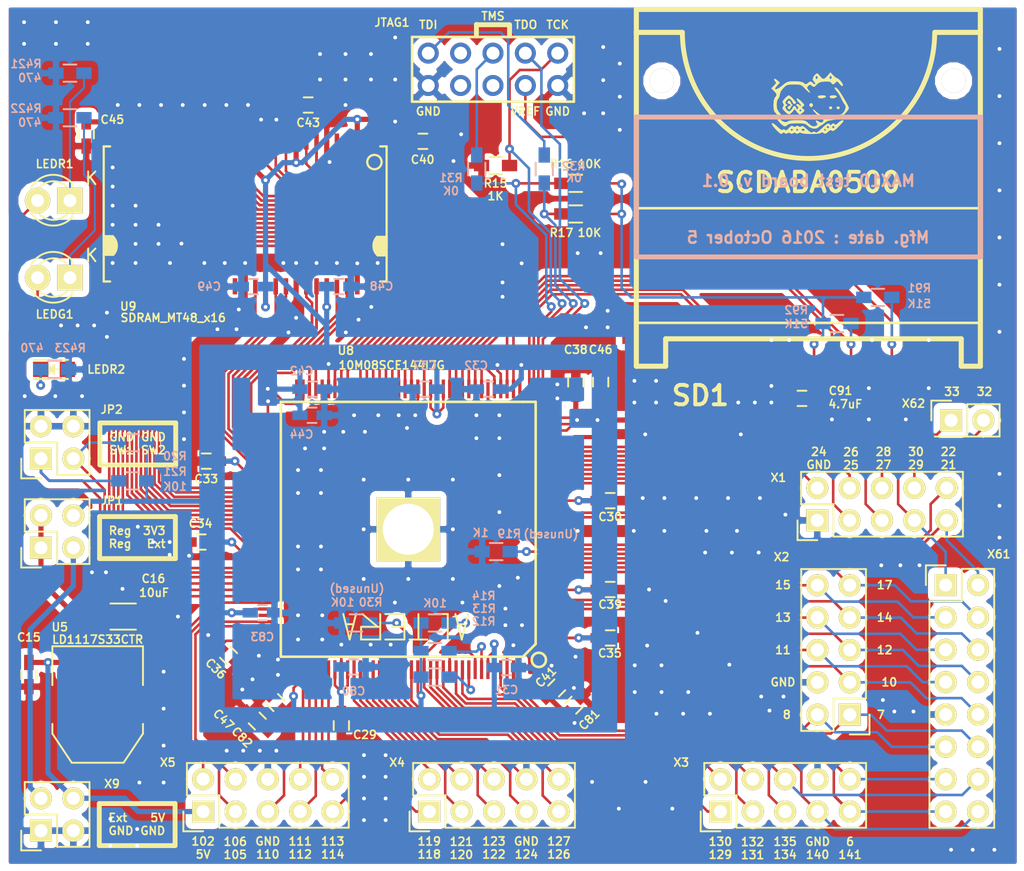
<source format=kicad_pcb>
(kicad_pcb (version 4) (host pcbnew 4.0.3-stable)
  (title_block (title "MAX10 Test Board") (date 2016-10-04) (rev 0.1) (company "cafe-alpha & hitomi2500") (comment 2 "Distributed under GNU GENERAL PUBLIC LICENSE Version 2"))
  (layers (0 Front signal) (31 Back signal) (34 B.Paste user) (35 F.Paste user) (36 B.SilkS user) (37 F.SilkS user) (38 B.Mask user) (39 F.Mask user) (44 Edge.Cuts user))
  (net 0 "")
  (net 1 /+5V)
  (net 2 GND)
  (net 3 /+3_3V)
  (net 4 /SDR_DQ0)
  (net 5 /SDR_DQ1)
  (net 6 /SDR_DQ2)
  (net 7 /SDR_DQ3)
  (net 8 /SDR_DQ4)
  (net 9 /SDR_DQ5)
  (net 10 /SDR_DQ6)
  (net 11 /SDR_DQ7)
  (net 12 /SDR_DQML)
  (net 13 /SDR_WE)
  (net 14 /SDR_CAS)
  (net 15 /SDR_RAS)
  (net 16 /SDR_CS)
  (net 17 /SDR_BA0)
  (net 18 /SDR_BA1)
  (net 19 /SDR_A10)
  (net 20 /SDR_A0)
  (net 21 /SDR_A1)
  (net 22 /SDR_A2)
  (net 23 /SDR_A3)
  (net 24 /SDR_A4)
  (net 25 /SDR_A5)
  (net 26 /SDR_A6)
  (net 27 /SDR_A7)
  (net 28 /SDR_A8)
  (net 29 /SDR_A9)
  (net 30 /SDR_A11)
  (net 31 /SDR_CKE)
  (net 32 /SDR_CLK)
  (net 33 /SDR_DQMH)
  (net 34 /SDR_DQ8)
  (net 35 /SDR_DQ9)
  (net 36 /SDR_DQ10)
  (net 37 /SDR_DQ11)
  (net 38 /SDR_DQ12)
  (net 39 /SDR_DQ13)
  (net 40 /SDR_DQ14)
  (net 41 /SDR_DQ15)
  (net 42 /ABUS_3V_MUX_DATA_DIR)
  (net 43 /ABUS_3V_MUX_EN2)
  (net 44 /ABUS_3V_MUX15)
  (net 45 /ABUS_3V_MUX14)
  (net 46 /ABUS_3V_MUX13)
  (net 47 /ABUS_3V_MUX12)
  (net 48 /ABUS_3V_MUX11)
  (net 49 /ABUS_3V_MUX10)
  (net 50 /ABUS_3V_MUX9)
  (net 51 /ABUS_3V_MUX8)
  (net 52 /ABUS_3V_MUX_EN1)
  (net 53 /ABUS_3V_A19)
  (net 54 /ABUS_3V_A21)
  (net 55 /ABUS_3V_A23)
  (net 56 /ABUS_3V_A25)
  (net 57 /ABUS_3V_WR0)
  (net 58 /ABUS_3V_CS2)
  (net 59 /ABUS_3V_CS0)
  (net 60 /ABUS_3V_WR1)
  (net 61 /ABUS_3V_CS1)
  (net 62 /ABUS_3V_RD)
  (net 63 /ABUS_3V_MUX7)
  (net 64 /ABUS_3V_MUX6)
  (net 65 /ABUS_3V_MUX5)
  (net 66 /ABUS_3V_MUX4)
  (net 67 /ABUS_3V_MUX3)
  (net 68 /ABUS_3V_MUX2)
  (net 69 /ABUS_3V_MUX1)
  (net 70 /ABUS_3V_MUX0)
  (net 71 /ABUS_3V_IRQ)
  (net 72 /ABUS_3V_WAIT)
  (net 73 /RESET_3V)
  (net 74 /ABUS_3V_A16)
  (net 75 /ABUS_3V_A18)
  (net 76 /ABUS_3V_A20)
  (net 77 /ABUS_3V_A22)
  (net 78 /ABUS_3V_A24)
  (net 79 /ABUS_3V_A17)
  (net 80 /JTAG_TMS)
  (net 81 /JTAG_TCK)
  (net 82 /JTAG_TDI)
  (net 83 /JTAG_TDO)
  (net 84 /SDR_A12)
  (net 85 /SCSPCLK_3V)
  (net 86 /SSEL_3V)
  (net 87 /ISD_3V)
  (net 88 /IBCK_3V)
  (net 89 /ILRCK_3V)
  (net 90 "Net-(R92-Pad2)")
  (net 91 /SD_CS)
  (net 92 /SD_DIN)
  (net 93 /SD_CLK)
  (net 94 /SD_DOUT)
  (net 95 "Net-(LEDR1-Pad1)")
  (net 96 "Net-(LEDG1-Pad1)")
  (net 97 /LEDG1)
  (net 98 /LEDR1)
  (net 99 /WAIT_ENABLE)
  (net 100 "Net-(LEDR2-Pad1)")
  (net 101 "Net-(R12-Pad2)")
  (net 102 "Net-(R13-Pad2)")
  (net 103 /+3_3V_REGUL)
  (net 104 /+3_3V_EXT)
  (net 105 /CLKOUT_SPARE1)
  (net 106 /CLKOUT_SPARE2)
  (net 107 /SW1)
  (net 108 /SW2)
  (net 109 /LEDR2)
  (net 110 "Net-(JTAG1-Pad9)")
  (net 111 "Net-(JTAG1-Pad5)")
  (module Resistors_SMD:R_0603_HandSoldering (layer Back) (at 60.8 131.9)
    (fp_text reference R12 (at 3.825 -2.375) (layer B.SilkS) (effects (font (size 0.635 0.635) (thickness 0.127)) (justify mirror)))
    (fp_text value 10K hide)
    (pad 1 smd rect (at -1.1 0) (size 1.2 0.9) (layers Back B.Paste B.Mask) (net 3 /+3_3V))
    (pad 2 smd rect (at 1.1 0) (size 1.2 0.9) (layers Back B.Paste B.Mask) (net 101 "Net-(R12-Pad2)"))
  )
  (module Resistors_SMD:R_0603_HandSoldering (layer Front) (at 71.85 97.55 180)
    (fp_text reference R17 (at 1.125 -1.475 180) (layer F.SilkS) (effects (font (size 0.635 0.635) (thickness 0.127))))
    (fp_text value 10K (at -1.075 -1.475 180) (layer F.SilkS) (effects (font (size 0.635 0.635) (thickness 0.127))))
    (pad 1 smd rect (at -1.1 0 180) (size 1.2 0.9) (layers Front F.Paste F.Mask) (net 3 /+3_3V))
    (pad 2 smd rect (at 1.1 0 180) (size 1.2 0.9) (layers Front F.Paste F.Mask) (net 82 /JTAG_TDI))
  )
  (module Resistors_SMD:R_0603_HandSoldering (layer Front) (at 71.85 95.15 180)
    (fp_text reference R16 (at 1.125 1.525 180) (layer F.SilkS) (effects (font (size 0.635 0.635) (thickness 0.127))))
    (fp_text value 10K (at -1.075 1.525 180) (layer F.SilkS) (effects (font (size 0.635 0.635) (thickness 0.127))))
    (pad 1 smd rect (at -1.1 0 180) (size 1.2 0.9) (layers Front F.Paste F.Mask) (net 3 /+3_3V))
    (pad 2 smd rect (at 1.1 0 180) (size 1.2 0.9) (layers Front F.Paste F.Mask) (net 80 /JTAG_TMS))
  )
  (module Resistors_SMD:R_0603_HandSoldering (layer Front) (at 65.55 93.75 180)
    (fp_text reference R15 (at 0 -1.4 180) (layer F.SilkS) (effects (font (size 0.635 0.635) (thickness 0.127))))
    (fp_text value 1K (at 0 -2.4 180) (layer F.SilkS) (effects (font (size 0.635 0.635) (thickness 0.127))))
    (pad 1 smd rect (at -1.1 0 180) (size 1.2 0.9) (layers Front F.Paste F.Mask) (net 81 /JTAG_TCK))
    (pad 2 smd rect (at 1.1 0 180) (size 1.2 0.9) (layers Front F.Paste F.Mask) (net 2 GND))
  )
  (module Resistors_SMD:R_0603_HandSoldering (layer Back) (at 60.8 133.9)
    (fp_text reference R13 (at 3.85 -5.375) (layer B.SilkS) (effects (font (size 0.635 0.635) (thickness 0.127)) (justify mirror)))
    (fp_text value 10K hide)
    (pad 1 smd rect (at -1.1 0) (size 1.2 0.9) (layers Back B.Paste B.Mask) (net 3 /+3_3V))
    (pad 2 smd rect (at 1.1 0) (size 1.2 0.9) (layers Back B.Paste B.Mask) (net 102 "Net-(R13-Pad2)"))
  )
  (module Capacitors_SMD:C_0603_HandSoldering (layer Back) (at 46.55 103.25 180)
    (fp_text reference C49 (at 3.475 0 180) (layer B.SilkS) (effects (font (size 0.635 0.635) (thickness 0.127)) (justify mirror)))
    (fp_text value 0.1uF hide)
    (pad 1 smd rect (at -0.95 0 180) (size 1.2 0.75) (layers Back B.Paste B.Mask) (net 3 /+3_3V))
    (pad 2 smd rect (at 0.95 0 180) (size 1.2 0.75) (layers Back B.Paste B.Mask) (net 2 GND))
  )
  (module Capacitors_SMD:C_0603_HandSoldering (layer Front) (at 74.55 120.05)
    (fp_text reference C30 (at 0 1.275) (layer F.SilkS) (effects (font (size 0.635 0.635) (thickness 0.127))))
    (fp_text value 0.1uF hide)
    (pad 1 smd rect (at -0.95 0) (size 1.2 0.75) (layers Front F.Paste F.Mask) (net 3 /+3_3V))
    (pad 2 smd rect (at 0.95 0) (size 1.2 0.75) (layers Front F.Paste F.Mask) (net 2 GND))
  )
  (module Capacitors_SMD:C_0603_HandSoldering (layer Front) (at 53.45 137.7 270)
    (fp_text reference C29 (at 0.725 -1.85 540) (layer F.SilkS) (effects (font (size 0.635 0.635) (thickness 0.127))))
    (fp_text value 0.1uF hide)
    (pad 1 smd rect (at -0.95 0 270) (size 1.2 0.75) (layers Front F.Paste F.Mask) (net 3 /+3_3V))
    (pad 2 smd rect (at 0.95 0 270) (size 1.2 0.75) (layers Front F.Paste F.Mask) (net 2 GND))
  )
  (module Capacitors_SMD:C_0603_HandSoldering (layer Front) (at 28.925 133.7 270)
    (fp_text reference C15 (at -2.925 0 360) (layer F.SilkS) (effects (font (size 0.635 0.635) (thickness 0.127))))
    (fp_text value 0.1uF hide)
    (pad 1 smd rect (at -0.95 0 270) (size 1.2 0.75) (layers Front F.Paste F.Mask) (net 1 /+5V))
    (pad 2 smd rect (at 0.95 0 270) (size 1.2 0.75) (layers Front F.Paste F.Mask) (net 2 GND))
  )
  (module Capacitors_SMD:C_0603_HandSoldering (layer Back) (at 66.4 133.15)
    (fp_text reference C31 (at 0 1.75) (layer B.SilkS) (effects (font (size 0.635 0.635) (thickness 0.127)) (justify mirror)))
    (fp_text value 0.1uF hide)
    (pad 1 smd rect (at -0.95 0) (size 1.2 0.75) (layers Back B.Paste B.Mask) (net 3 /+3_3V))
    (pad 2 smd rect (at 0.95 0) (size 1.2 0.75) (layers Back B.Paste B.Mask) (net 2 GND))
  )
  (module Capacitors_SMD:C_0603_HandSoldering (layer Back) (at 65 111.3 180)
    (fp_text reference C32 (at 0.975 1.85 360) (layer B.SilkS) (effects (font (size 0.635 0.635) (thickness 0.127)) (justify mirror)))
    (fp_text value 0.1uF hide)
    (pad 1 smd rect (at -0.95 0 180) (size 1.2 0.75) (layers Back B.Paste B.Mask) (net 3 /+3_3V))
    (pad 2 smd rect (at 0.95 0 180) (size 1.2 0.75) (layers Back B.Paste B.Mask) (net 2 GND))
  )
  (module Capacitors_SMD:C_0603_HandSoldering (layer Front) (at 42.45 123.3 180)
    (fp_text reference C34 (at 0.05 1.45 180) (layer F.SilkS) (effects (font (size 0.635 0.635) (thickness 0.127))))
    (fp_text value 0.1uF hide)
    (pad 1 smd rect (at -0.95 0 180) (size 1.2 0.75) (layers Front F.Paste F.Mask) (net 3 /+3_3V))
    (pad 2 smd rect (at 0.95 0 180) (size 1.2 0.75) (layers Front F.Paste F.Mask) (net 2 GND))
  )
  (module Capacitors_SMD:C_0603_HandSoldering (layer Front) (at 74.55 130.825)
    (fp_text reference C35 (at -0.025 1.2) (layer F.SilkS) (effects (font (size 0.635 0.635) (thickness 0.127))))
    (fp_text value 0.1uF hide)
    (pad 1 smd rect (at -0.95 0) (size 1.2 0.75) (layers Front F.Paste F.Mask) (net 3 /+3_3V))
    (pad 2 smd rect (at 0.95 0) (size 1.2 0.75) (layers Front F.Paste F.Mask) (net 2 GND))
  )
  (module Capacitors_SMD:C_0603_HandSoldering (layer Front) (at 44.6 132.2 315)
    (fp_text reference C36 (at 0.025 1.45 315) (layer F.SilkS) (effects (font (size 0.635 0.635) (thickness 0.127))))
    (fp_text value 0.1uF hide)
    (pad 1 smd rect (at -0.95 0 315) (size 1.2 0.75) (layers Front F.Paste F.Mask) (net 3 /+3_3V))
    (pad 2 smd rect (at 0.95 0 315) (size 1.2 0.75) (layers Front F.Paste F.Mask) (net 2 GND))
  )
  (module Capacitors_SMD:C_0603_HandSoldering (layer Back) (at 60 111.3 180)
    (fp_text reference C37 (at 0 1.85 360) (layer B.SilkS) (effects (font (size 0.635 0.635) (thickness 0.127)) (justify mirror)))
    (fp_text value 0.1uF hide)
    (pad 1 smd rect (at -0.95 0 180) (size 1.2 0.75) (layers Back B.Paste B.Mask) (net 3 /+3_3V))
    (pad 2 smd rect (at 0.95 0 180) (size 1.2 0.75) (layers Back B.Paste B.Mask) (net 2 GND))
  )
  (module Capacitors_SMD:C_0603_HandSoldering (layer Front) (at 71.85 110.75 90)
    (fp_text reference C38 (at 2.55 0 180) (layer F.SilkS) (effects (font (size 0.635 0.635) (thickness 0.127))))
    (fp_text value 0.1uF hide)
    (pad 1 smd rect (at -0.95 0 90) (size 1.2 0.75) (layers Front F.Paste F.Mask) (net 3 /+3_3V))
    (pad 2 smd rect (at 0.95 0 90) (size 1.2 0.75) (layers Front F.Paste F.Mask) (net 2 GND))
  )
  (module Capacitors_SMD:C_0603_HandSoldering (layer Front) (at 74.55 127.025)
    (fp_text reference C39 (at 0 1.175) (layer F.SilkS) (effects (font (size 0.635 0.635) (thickness 0.127))))
    (fp_text value 0.1uF hide)
    (pad 1 smd rect (at -0.95 0) (size 1.2 0.75) (layers Front F.Paste F.Mask) (net 3 /+3_3V))
    (pad 2 smd rect (at 0.95 0) (size 1.2 0.75) (layers Front F.Paste F.Mask) (net 2 GND))
  )
  (module Capacitors_SMD:C_0603_HandSoldering (layer Front) (at 59.85 91.85)
    (fp_text reference C40 (at -0.02 1.44) (layer F.SilkS) (effects (font (size 0.635 0.635) (thickness 0.127))))
    (fp_text value 0.1uF hide)
    (pad 1 smd rect (at -0.95 0) (size 1.2 0.75) (layers Front F.Paste F.Mask) (net 3 /+3_3V))
    (pad 2 smd rect (at 0.95 0) (size 1.2 0.75) (layers Front F.Paste F.Mask) (net 2 GND))
  )
  (module Capacitors_SMD:C_0603_HandSoldering (layer Front) (at 70.35 134.75 45)
    (fp_text reference C41 (at 0 -1.2 45) (layer F.SilkS) (effects (font (size 0.635 0.635) (thickness 0.127))))
    (fp_text value 0.1uF hide)
    (pad 1 smd rect (at -0.95 0 45) (size 1.2 0.75) (layers Front F.Paste F.Mask) (net 3 /+3_3V))
    (pad 2 smd rect (at 0.95 0 45) (size 1.2 0.75) (layers Front F.Paste F.Mask) (net 2 GND))
  )
  (module Capacitors_SMD:C_0603_HandSoldering (layer Back) (at 51.15 111.3)
    (fp_text reference C42 (at -0.825 -1.425) (layer B.SilkS) (effects (font (size 0.635 0.635) (thickness 0.127)) (justify mirror)))
    (fp_text value 0.1uF hide)
    (pad 1 smd rect (at -0.95 0) (size 1.2 0.75) (layers Back B.Paste B.Mask) (net 3 /+3_3V))
    (pad 2 smd rect (at 0.95 0) (size 1.2 0.75) (layers Back B.Paste B.Mask) (net 2 GND))
  )
  (module Capacitors_SMD:C_0603_HandSoldering (layer Front) (at 50.85 89)
    (fp_text reference C43 (at 0 1.39) (layer F.SilkS) (effects (font (size 0.635 0.635) (thickness 0.127))))
    (fp_text value 0.1uF hide)
    (pad 1 smd rect (at -0.95 0) (size 1.2 0.75) (layers Front F.Paste F.Mask) (net 3 /+3_3V))
    (pad 2 smd rect (at 0.95 0) (size 1.2 0.75) (layers Front F.Paste F.Mask) (net 2 GND))
  )
  (module Capacitors_SMD:C_0603_HandSoldering (layer Back) (at 51.15 113.35)
    (fp_text reference C44 (at -0.825 1.5) (layer B.SilkS) (effects (font (size 0.635 0.635) (thickness 0.127)) (justify mirror)))
    (fp_text value 0.1uF hide)
    (pad 1 smd rect (at -0.95 0) (size 1.2 0.75) (layers Back B.Paste B.Mask) (net 3 /+3_3V))
    (pad 2 smd rect (at 0.95 0) (size 1.2 0.75) (layers Back B.Paste B.Mask) (net 2 GND))
  )
  (module Capacitors_SMD:C_0603_HandSoldering (layer Front) (at 33.425 91.275 270)
    (fp_text reference C45 (at -1.125 -2.05 360) (layer F.SilkS) (effects (font (size 0.635 0.635) (thickness 0.127))))
    (fp_text value 0.1uF hide)
    (pad 1 smd rect (at -0.95 0 270) (size 1.2 0.75) (layers Front F.Paste F.Mask) (net 3 /+3_3V))
    (pad 2 smd rect (at 0.95 0 270) (size 1.2 0.75) (layers Front F.Paste F.Mask) (net 2 GND))
  )
  (module Capacitors_SMD:C_0603_HandSoldering (layer Front) (at 73.8 110.75 90)
    (fp_text reference C46 (at 2.55 0 180) (layer F.SilkS) (effects (font (size 0.635 0.635) (thickness 0.127))))
    (fp_text value 0.1uF hide)
    (pad 1 smd rect (at -0.95 0 90) (size 1.2 0.75) (layers Front F.Paste F.Mask) (net 3 /+3_3V))
    (pad 2 smd rect (at 0.95 0 90) (size 1.2 0.75) (layers Front F.Paste F.Mask) (net 2 GND))
  )
  (module Capacitors_SMD:C_0603_HandSoldering (layer Front) (at 48.3 135.9 135)
    (fp_text reference C47 (at 1.962221 -3.836054 135) (layer F.SilkS) (effects (font (size 0.635 0.635) (thickness 0.127))))
    (fp_text value 0.1uF hide)
    (pad 1 smd rect (at -0.95 0 135) (size 1.2 0.75) (layers Front F.Paste F.Mask) (net 3 /+3_3V))
    (pad 2 smd rect (at 0.95 0 135) (size 1.2 0.75) (layers Front F.Paste F.Mask) (net 2 GND))
  )
  (module Capacitors_SMD:C_0603_HandSoldering (layer Back) (at 53.25 103.25)
    (fp_text reference C48 (at 3.35 -0.025) (layer B.SilkS) (effects (font (size 0.635 0.635) (thickness 0.127)) (justify mirror)))
    (fp_text value 0.1uF hide)
    (pad 1 smd rect (at -0.95 0) (size 1.2 0.75) (layers Back B.Paste B.Mask) (net 3 /+3_3V))
    (pad 2 smd rect (at 0.95 0) (size 1.2 0.75) (layers Back B.Paste B.Mask) (net 2 GND))
  )
  (module max10_board:TSOPII54_SDRAM_MT48 (layer Front) (at 45.9 97.55 180)
    (fp_text reference U9 (at 9.175 -7.25 180) (layer F.SilkS) (effects (font (size 0.635 0.635) (thickness 0.127))))
    (fp_text value SDRAM_MT48_x16 (at 5.65 -8.15 180) (layer F.SilkS) (effects (font (size 0.635 0.635) (thickness 0.127))))
    (pad 1 smd rect (at -10.4013 5.67944 180) (size 0.3556 1.27) (layers Front F.Paste F.Mask) (net 3 /+3_3V))
    (pad 54 smd rect (at -10.4013 -5.67944 180) (size 0.3556 1.27) (layers Front F.Paste F.Mask) (net 2 GND))
    (pad 2 smd rect (at -9.6012 5.67944 180) (size 0.3556 1.27) (layers Front F.Paste F.Mask) (net 4 /SDR_DQ0))
    (pad 53 smd rect (at -9.6012 -5.67944 180) (size 0.3556 1.27) (layers Front F.Paste F.Mask) (net 41 /SDR_DQ15))
    (pad 3 smd rect (at -8.8011 5.67944 180) (size 0.3556 1.27) (layers Front F.Paste F.Mask) (net 3 /+3_3V))
    (pad 52 smd rect (at -8.8011 -5.67944 180) (size 0.3556 1.27) (layers Front F.Paste F.Mask) (net 2 GND))
    (pad 4 smd rect (at -8.001 5.67944 180) (size 0.3556 1.27) (layers Front F.Paste F.Mask) (net 5 /SDR_DQ1))
    (pad 51 smd rect (at -8.001 -5.67944 180) (size 0.3556 1.27) (layers Front F.Paste F.Mask) (net 40 /SDR_DQ14))
    (pad 5 smd rect (at -7.2009 5.67944 180) (size 0.3556 1.27) (layers Front F.Paste F.Mask) (net 6 /SDR_DQ2))
    (pad 50 smd rect (at -7.2009 -5.67944 180) (size 0.3556 1.27) (layers Front F.Paste F.Mask) (net 39 /SDR_DQ13))
    (pad 6 smd rect (at -6.4008 5.67944 180) (size 0.3556 1.27) (layers Front F.Paste F.Mask) (net 2 GND))
    (pad 49 smd rect (at -6.4008 -5.67944 180) (size 0.3556 1.27) (layers Front F.Paste F.Mask) (net 3 /+3_3V))
    (pad 7 smd rect (at -5.6007 5.67944 180) (size 0.3556 1.27) (layers Front F.Paste F.Mask) (net 7 /SDR_DQ3))
    (pad 48 smd rect (at -5.6007 -5.67944 180) (size 0.3556 1.27) (layers Front F.Paste F.Mask) (net 38 /SDR_DQ12))
    (pad 8 smd rect (at -4.8006 5.67944 180) (size 0.3556 1.27) (layers Front F.Paste F.Mask) (net 8 /SDR_DQ4))
    (pad 47 smd rect (at -4.8006 -5.67944 180) (size 0.3556 1.27) (layers Front F.Paste F.Mask) (net 37 /SDR_DQ11))
    (pad 9 smd rect (at -4.0005 5.67944 180) (size 0.3556 1.27) (layers Front F.Paste F.Mask) (net 3 /+3_3V))
    (pad 46 smd rect (at -4.0005 -5.67944 180) (size 0.3556 1.27) (layers Front F.Paste F.Mask) (net 2 GND))
    (pad 10 smd rect (at -3.2004 5.67944 180) (size 0.3556 1.27) (layers Front F.Paste F.Mask) (net 9 /SDR_DQ5))
    (pad 45 smd rect (at -3.2004 -5.67944 180) (size 0.3556 1.27) (layers Front F.Paste F.Mask) (net 36 /SDR_DQ10))
    (pad 11 smd rect (at -2.4003 5.67944 180) (size 0.3556 1.27) (layers Front F.Paste F.Mask) (net 10 /SDR_DQ6))
    (pad 44 smd rect (at -2.4003 -5.67944 180) (size 0.3556 1.27) (layers Front F.Paste F.Mask) (net 35 /SDR_DQ9))
    (pad 12 smd rect (at -1.6002 5.67944 180) (size 0.3556 1.27) (layers Front F.Paste F.Mask) (net 2 GND))
    (pad 43 smd rect (at -1.6002 -5.67944 180) (size 0.3556 1.27) (layers Front F.Paste F.Mask) (net 3 /+3_3V))
    (pad 13 smd rect (at -0.8001 5.67944 180) (size 0.3556 1.27) (layers Front F.Paste F.Mask) (net 11 /SDR_DQ7))
    (pad 42 smd rect (at -0.8001 -5.67944 180) (size 0.3556 1.27) (layers Front F.Paste F.Mask) (net 34 /SDR_DQ8))
    (pad 14 smd rect (at 0 5.67944 180) (size 0.3556 1.27) (layers Front F.Paste F.Mask) (net 3 /+3_3V))
    (pad 41 smd rect (at 0 -5.67944 180) (size 0.3556 1.27) (layers Front F.Paste F.Mask) (net 2 GND))
    (pad 15 smd rect (at 0.8001 5.67944 180) (size 0.3556 1.27) (layers Front F.Paste F.Mask) (net 12 /SDR_DQML))
    (pad 40 smd rect (at 0.8001 -5.67944 180) (size 0.3556 1.27) (layers Front F.Paste F.Mask))
    (pad 16 smd rect (at 1.6002 5.67944 180) (size 0.3556 1.27) (layers Front F.Paste F.Mask) (net 13 /SDR_WE))
    (pad 39 smd rect (at 1.6002 -5.67944 180) (size 0.3556 1.27) (layers Front F.Paste F.Mask) (net 33 /SDR_DQMH))
    (pad 17 smd rect (at 2.4003 5.67944 180) (size 0.3556 1.27) (layers Front F.Paste F.Mask) (net 14 /SDR_CAS))
    (pad 38 smd rect (at 2.4003 -5.67944 180) (size 0.3556 1.27) (layers Front F.Paste F.Mask) (net 32 /SDR_CLK))
    (pad 18 smd rect (at 3.2004 5.67944 180) (size 0.3556 1.27) (layers Front F.Paste F.Mask) (net 15 /SDR_RAS))
    (pad 37 smd rect (at 3.2004 -5.67944 180) (size 0.3556 1.27) (layers Front F.Paste F.Mask) (net 31 /SDR_CKE))
    (pad 19 smd rect (at 4.0005 5.67944 180) (size 0.3556 1.27) (layers Front F.Paste F.Mask) (net 16 /SDR_CS))
    (pad 36 smd rect (at 4.0005 -5.67944 180) (size 0.3556 1.27) (layers Front F.Paste F.Mask) (net 84 /SDR_A12))
    (pad 20 smd rect (at 4.8006 5.67944 180) (size 0.3556 1.27) (layers Front F.Paste F.Mask) (net 17 /SDR_BA0))
    (pad 35 smd rect (at 4.8006 -5.67944 180) (size 0.3556 1.27) (layers Front F.Paste F.Mask) (net 30 /SDR_A11))
    (pad 21 smd rect (at 5.6007 5.67944 180) (size 0.3556 1.27) (layers Front F.Paste F.Mask) (net 18 /SDR_BA1))
    (pad 34 smd rect (at 5.6007 -5.67944 180) (size 0.3556 1.27) (layers Front F.Paste F.Mask) (net 29 /SDR_A9))
    (pad 22 smd rect (at 6.4008 5.67944 180) (size 0.3556 1.27) (layers Front F.Paste F.Mask) (net 19 /SDR_A10))
    (pad 33 smd rect (at 6.4008 -5.67944 180) (size 0.3556 1.27) (layers Front F.Paste F.Mask) (net 28 /SDR_A8))
    (pad 23 smd rect (at 7.2009 5.67944 180) (size 0.3556 1.27) (layers Front F.Paste F.Mask) (net 20 /SDR_A0))
    (pad 32 smd rect (at 7.2009 -5.67944 180) (size 0.3556 1.27) (layers Front F.Paste F.Mask) (net 27 /SDR_A7))
    (pad 24 smd rect (at 8.001 5.67944 180) (size 0.3556 1.27) (layers Front F.Paste F.Mask) (net 21 /SDR_A1))
    (pad 31 smd rect (at 8.001 -5.67944 180) (size 0.3556 1.27) (layers Front F.Paste F.Mask) (net 26 /SDR_A6))
    (pad 25 smd rect (at 8.8011 5.67944 180) (size 0.3556 1.27) (layers Front F.Paste F.Mask) (net 22 /SDR_A2))
    (pad 30 smd rect (at 8.8011 -5.67944 180) (size 0.3556 1.27) (layers Front F.Paste F.Mask) (net 25 /SDR_A5))
    (pad 26 smd rect (at 9.6012 5.67944 180) (size 0.3556 1.27) (layers Front F.Paste F.Mask) (net 23 /SDR_A3))
    (pad 29 smd rect (at 9.6012 -5.67944 180) (size 0.3556 1.27) (layers Front F.Paste F.Mask) (net 24 /SDR_A4))
    (pad 27 smd rect (at 10.4013 5.67944 180) (size 0.3556 1.27) (layers Front F.Paste F.Mask) (net 3 /+3_3V))
    (pad 28 smd rect (at 10.4013 -5.67944 180) (size 0.3556 1.27) (layers Front F.Paste F.Mask) (net 2 GND))
  )
  (module Resistors_SMD:R_0603_HandSoldering (layer Back) (at 60.8 129.65)
    (fp_text reference R14 (at 3.825 -2.125) (layer B.SilkS) (effects (font (size 0.635 0.635) (thickness 0.127)) (justify mirror)))
    (fp_text value 10K (at 0 -1.55) (layer B.SilkS) (effects (font (size 0.635 0.635) (thickness 0.127)) (justify mirror)))
    (pad 1 smd rect (at -1.1 0) (size 1.2 0.9) (layers Back B.Paste B.Mask) (net 3 /+3_3V))
    (pad 2 smd rect (at 1.1 0) (size 1.2 0.9) (layers Back B.Paste B.Mask) (net 60 /ABUS_3V_WR1))
  )
  (module Capacitors_SMD:C_0603_HandSoldering (layer Front) (at 42.85 116.95 180)
    (fp_text reference C33 (at 0 -1.4 180) (layer F.SilkS) (effects (font (size 0.635 0.635) (thickness 0.127))))
    (fp_text value 0.1uF hide)
    (pad 1 smd rect (at -0.95 0 180) (size 1.2 0.75) (layers Front F.Paste F.Mask) (net 3 /+3_3V))
    (pad 2 smd rect (at 0.95 0 180) (size 1.2 0.75) (layers Front F.Paste F.Mask) (net 2 GND))
  )
  (module TO_SOT_Packages_SMD:SOT-223 (layer Front) (at 34.325 136.05 180)
    (fp_text reference U5 (at 2.975 6.075 180) (layer F.SilkS) (effects (font (size 0.635 0.635) (thickness 0.127))))
    (fp_text value LD1117S33CTR (at 0 5.1 180) (layer F.SilkS) (effects (font (size 0.635 0.635) (thickness 0.127))))
    (pad 4 smd rect (at 0 -3.302 180) (size 3.6576 2.032) (layers Front F.Paste F.Mask))
    (pad 2 smd rect (at 0 3.302 180) (size 1.016 2.032) (layers Front F.Paste F.Mask) (net 103 /+3_3V_REGUL))
    (pad 3 smd rect (at 2.286 3.302 180) (size 1.016 2.032) (layers Front F.Paste F.Mask) (net 1 /+5V))
    (pad 1 smd rect (at -2.286 3.302 180) (size 1.016 2.032) (layers Front F.Paste F.Mask) (net 2 GND))
  )
  (module max10_board:JTAG_Header (layer Front) (at 65.35 86.2 180)
    (fp_text reference JTAG1 (at 7.925 3.675 180) (layer F.SilkS) (effects (font (size 0.635 0.635) (thickness 0.127))))
    (fp_text value AVR-JTAG-10 hide)
    (fp_text user TDI (at 5.075 3.5 360) (layer F.SilkS) (effects (font (size 0.635 0.635) (thickness 0.127))))
    (fp_text user TCK (at -5.075 3.5 360) (layer F.SilkS) (effects (font (size 0.635 0.635) (thickness 0.127))))
    (fp_text user TDO (at -2.575 3.5 360) (layer F.SilkS) (effects (font (size 0.635 0.635) (thickness 0.127))))
    (fp_text user TMS (at 0 4.175 360) (layer F.SilkS) (effects (font (size 0.635 0.635) (thickness 0.127))))
    (fp_text user VREF (at -2.55 -3.3 360) (layer F.SilkS) (effects (font (size 0.635 0.635) (thickness 0.127))))
    (fp_text user GND (at -5.075 -3.3 360) (layer F.SilkS) (effects (font (size 0.635 0.635) (thickness 0.127))))
    (fp_text user GND (at 5.075 -3.3 360) (layer F.SilkS) (effects (font (size 0.635 0.635) (thickness 0.127))))
    (pad 10 thru_hole circle (at 5.08 -1.27 180) (size 1.651 1.651) (drill 1.016) (layers *.Cu *.Mask) (net 2 GND))
    (pad 9 thru_hole circle (at 5.08 1.27 180) (size 1.651 1.651) (drill 1.016) (layers *.Cu *.Mask) (net 110 "Net-(JTAG1-Pad9)"))
    (pad 8 thru_hole circle (at 2.54 -1.27 180) (size 1.651 1.651) (drill 1.016) (layers *.Cu *.Mask))
    (pad 7 thru_hole circle (at 2.54 1.27 180) (size 1.651 1.651) (drill 1.016) (layers *.Cu *.Mask))
    (pad 6 thru_hole circle (at 0 -1.27 180) (size 1.651 1.651) (drill 1.016) (layers *.Cu *.Mask))
    (pad 5 thru_hole circle (at 0 1.27 180) (size 1.651 1.651) (drill 1.016) (layers *.Cu *.Mask) (net 111 "Net-(JTAG1-Pad5)"))
    (pad 4 thru_hole circle (at -2.54 -1.27 180) (size 1.651 1.651) (drill 1.016) (layers *.Cu *.Mask) (net 3 /+3_3V))
    (pad 3 thru_hole circle (at -2.54 1.27 180) (size 1.651 1.651) (drill 1.016) (layers *.Cu *.Mask) (net 83 /JTAG_TDO))
    (pad 2 thru_hole circle (at -5.08 -1.27 180) (size 1.651 1.651) (drill 1.016) (layers *.Cu *.Mask) (net 2 GND))
    (pad 1 thru_hole circle (at -5.08 1.27 180) (size 1.651 1.651) (drill 1.016) (layers *.Cu *.Mask) (net 81 /JTAG_TCK))
  )
  (module max10_board:sd_socket (layer Front) (at 90.1 94.5)
    (fp_text reference SD1 (at -8.475 17.3) (layer F.SilkS) (effects (font (thickness 0.3048))))
    (fp_text value SD_CARD hide)
    (fp_text user SCDABA0500 (at 0 0.575) (layer F.SilkS) (effects (font (thickness 0.3048))))
    (pad 17 smd rect (at 9.4488 14.89964 180) (size 0.59944 1.39954) (layers Front F.Paste F.Mask) (net 2 GND))
    (pad 16 smd rect (at 4.7498 14.89964 180) (size 0.59944 1.39954) (layers Front F.Paste F.Mask) (net 2 GND))
    (pad 11 smd rect (at 10.80008 14.89964 180) (size 0.59944 1.39954) (layers Front F.Paste F.Mask))
    (pad 9 smd rect (at -9.50214 14.89964 180) (size 0.59944 1.39954) (layers Front F.Paste F.Mask))
    (pad 1 smd rect (at -7.0993 14.89964 180) (size 0.59944 1.39954) (layers Front F.Paste F.Mask) (net 91 /SD_CS))
    (pad 2 smd rect (at -4.89966 14.89964 180) (size 0.59944 1.39954) (layers Front F.Paste F.Mask) (net 92 /SD_DIN))
    (pad 3 smd rect (at -2.90068 14.89964 180) (size 0.59944 1.39954) (layers Front F.Paste F.Mask) (net 2 GND))
    (pad 4 smd rect (at 0.44958 14.89964 180) (size 0.59944 1.39954) (layers Front F.Paste F.Mask) (net 3 /+3_3V))
    (pad 5 smd rect (at 1.84912 14.89964 180) (size 0.59944 1.39954) (layers Front F.Paste F.Mask) (net 93 /SD_CLK))
    (pad 6 smd rect (at -1.00076 14.89964 180) (size 0.59944 1.39954) (layers Front F.Paste F.Mask) (net 2 GND))
    (pad 7 smd rect (at 6.55066 14.89964 180) (size 0.59944 1.39954) (layers Front F.Paste F.Mask) (net 94 /SD_DOUT))
    (pad 8 smd rect (at 8.04926 14.89964 180) (size 0.59944 1.39954) (layers Front F.Paste F.Mask))
    (pad 10 smd rect (at 3.35026 14.89964 180) (size 0.59944 1.39954) (layers Front F.Paste F.Mask) (net 90 "Net-(R92-Pad2)"))
    (pad 14 smd rect (at -13.85062 12.30122 180) (size 1.50114 1.89992) (layers Front F.Paste F.Mask) (net 2 GND))
    (pad 13 smd rect (at -13.85062 -11.99896 180) (size 1.89992 1.89992) (layers Front F.Paste F.Mask) (net 2 GND))
    (pad 15 smd rect (at 13.85062 14.20114 180) (size 1.50114 1.89992) (layers Front F.Paste F.Mask) (net 2 GND))
    (pad 12 smd rect (at 13.79982 -12.14882 180) (size 1.6002 1.6002) (layers Front F.Paste F.Mask) (net 2 GND))
    (pad "" thru_hole circle (at -11.50112 -7.39902 180) (size 1.89992 1.89992) (drill 1.89992) (layers *.Cu *.Mask F.SilkS))
    (pad "" thru_hole circle (at 11.39952 -7.39902 180) (size 1.89992 1.89992) (drill 1.89992) (layers *.Cu *.Mask F.SilkS))
  )
  (module Resistors_SMD:R_0603_HandSoldering (layer Back) (at 92.35 106.15)
    (fp_text reference R92 (at -3.2 -1.05) (layer B.SilkS) (effects (font (size 0.635 0.635) (thickness 0.127)) (justify mirror)))
    (fp_text value 51K (at -3.2 0.025) (layer B.SilkS) (effects (font (size 0.635 0.635) (thickness 0.127)) (justify mirror)))
    (pad 1 smd rect (at -1.1 0) (size 1.2 0.9) (layers Back B.Paste B.Mask) (net 3 /+3_3V))
    (pad 2 smd rect (at 1.1 0) (size 1.2 0.9) (layers Back B.Paste B.Mask) (net 90 "Net-(R92-Pad2)"))
  )
  (module Resistors_SMD:R_0603_HandSoldering (layer Back) (at 95.55 104.1)
    (fp_text reference R91 (at 3.25 -0.725) (layer B.SilkS) (effects (font (size 0.635 0.635) (thickness 0.127)) (justify mirror)))
    (fp_text value 51K (at 3.25 0.5) (layer B.SilkS) (effects (font (size 0.635 0.635) (thickness 0.127)) (justify mirror)))
    (pad 1 smd rect (at -1.1 0) (size 1.2 0.9) (layers Back B.Paste B.Mask) (net 3 /+3_3V))
    (pad 2 smd rect (at 1.1 0) (size 1.2 0.9) (layers Back B.Paste B.Mask) (net 94 /SD_DOUT))
  )
  (module LEDs:LED-3MM (layer Front) (at 32.15 96.5 180)
    (fp_text reference LEDR1 (at 1.2 2.875 180) (layer F.SilkS) (effects (font (size 0.635 0.635) (thickness 0.127))))
    (fp_text value LED hide)
    (fp_text user K (at -1.69 1.74 180) (layer F.SilkS))
    (pad 1 thru_hole rect (at 0 0 270) (size 2 2) (drill 1.00076) (layers *.Cu *.Mask F.SilkS) (net 95 "Net-(LEDR1-Pad1)"))
    (pad 2 thru_hole circle (at 2.54 0 180) (size 2 2) (drill 1.00076) (layers *.Cu *.Mask F.SilkS) (net 98 /LEDR1))
  )
  (module Resistors_SMD:R_0603_HandSoldering (layer Back) (at 32.15 86.5 180)
    (fp_text reference R421 (at 3.45 0.725 180) (layer B.SilkS) (effects (font (size 0.635 0.635) (thickness 0.127)) (justify mirror)))
    (fp_text value 470 (at 3.15 -0.375 180) (layer B.SilkS) (effects (font (size 0.635 0.635) (thickness 0.127)) (justify mirror)))
    (pad 1 smd rect (at -1.1 0 180) (size 1.2 0.9) (layers Back B.Paste B.Mask) (net 95 "Net-(LEDR1-Pad1)"))
    (pad 2 smd rect (at 1.1 0 180) (size 1.2 0.9) (layers Back B.Paste B.Mask) (net 2 GND))
  )
  (module LEDs:LED-3MM (layer Front) (at 32.15 102.55 180)
    (fp_text reference LEDG1 (at 1.2 -2.875 180) (layer F.SilkS) (effects (font (size 0.635 0.635) (thickness 0.127))))
    (fp_text value LED hide)
    (fp_text user K (at -1.69 1.74 180) (layer F.SilkS))
    (pad 1 thru_hole rect (at 0 0 270) (size 2 2) (drill 1.00076) (layers *.Cu *.Mask F.SilkS) (net 96 "Net-(LEDG1-Pad1)"))
    (pad 2 thru_hole circle (at 2.54 0 180) (size 2 2) (drill 1.00076) (layers *.Cu *.Mask F.SilkS) (net 97 /LEDG1))
  )
  (module Resistors_SMD:R_0603_HandSoldering (layer Back) (at 32.15 90 180)
    (fp_text reference R422 (at 3.45 0.725 180) (layer B.SilkS) (effects (font (size 0.635 0.635) (thickness 0.127)) (justify mirror)))
    (fp_text value 470 (at 3.15 -0.375 180) (layer B.SilkS) (effects (font (size 0.635 0.635) (thickness 0.127)) (justify mirror)))
    (pad 1 smd rect (at -1.1 0 180) (size 1.2 0.9) (layers Back B.Paste B.Mask) (net 96 "Net-(LEDG1-Pad1)"))
    (pad 2 smd rect (at 1.1 0 180) (size 1.2 0.9) (layers Back B.Paste B.Mask) (net 2 GND))
  )
  (module Capacitors_SMD:C_0603_HandSoldering (layer Front) (at 89.6 112.025 180)
    (fp_text reference C91 (at -3.025 0.6 180) (layer F.SilkS) (effects (font (size 0.635 0.635) (thickness 0.127))))
    (fp_text value 4.7uF (at -3.4 -0.45 180) (layer F.SilkS) (effects (font (size 0.635 0.635) (thickness 0.127))))
    (pad 1 smd rect (at -0.95 0 180) (size 1.2 0.75) (layers Front F.Paste F.Mask) (net 3 /+3_3V))
    (pad 2 smd rect (at 0.95 0 180) (size 1.2 0.75) (layers Front F.Paste F.Mask) (net 2 GND))
  )
  (module Pin_Headers:Pin_Header_Straight_2x02 (layer Front) (at 29.875 145.95 90)
    (fp_text reference X9 (at 3.675 5.575 180) (layer F.SilkS) (effects (font (size 0.635 0.635) (thickness 0.127))))
    (fp_text value CONN_02X02 hide)
    (pad 1 thru_hole rect (at 0 0 90) (size 1.7272 1.7272) (drill 1.016) (layers *.Cu *.Mask F.SilkS) (net 2 GND))
    (pad 2 thru_hole oval (at 2.54 0 90) (size 1.7272 1.7272) (drill 1.016) (layers *.Cu *.Mask F.SilkS) (net 104 /+3_3V_EXT))
    (pad 3 thru_hole oval (at 0 2.54 90) (size 1.7272 1.7272) (drill 1.016) (layers *.Cu *.Mask F.SilkS) (net 2 GND))
    (pad 4 thru_hole oval (at 2.54 2.54 90) (size 1.7272 1.7272) (drill 1.016) (layers *.Cu *.Mask F.SilkS) (net 1 /+5V))
  )
  (module Capacitors_SMD:C_1206_HandSoldering (layer Front) (at 36.325 129.15)
    (fp_text reference C16 (at 2.375 -2.975) (layer F.SilkS) (effects (font (size 0.635 0.635) (thickness 0.127))))
    (fp_text value 10uF (at 2.425 -1.875) (layer F.SilkS) (effects (font (size 0.635 0.635) (thickness 0.127))))
    (pad 1 smd rect (at -2 0) (size 2 1.6) (layers Front F.Paste F.Mask) (net 103 /+3_3V_REGUL))
    (pad 2 smd rect (at 2 0) (size 2 1.6) (layers Front F.Paste F.Mask) (net 2 GND))
  )
  (module LEDs:LED_0805 (layer Front) (at 30.9 109.75)
    (fp_text reference LEDR2 (at 4.1 0) (layer F.SilkS) (effects (font (size 0.635 0.635) (thickness 0.127))))
    (fp_text value LED hide)
    (pad 2 smd rect (at 1.04902 0 180) (size 1.19888 1.19888) (layers Front F.Paste F.Mask) (net 109 /LEDR2))
    (pad 1 smd rect (at -1.04902 0 180) (size 1.19888 1.19888) (layers Front F.Paste F.Mask) (net 100 "Net-(LEDR2-Pad1)"))
  )
  (module Resistors_SMD:R_0603_HandSoldering (layer Back) (at 30.95 109.75)
    (fp_text reference R423 (at 1.225 -1.675) (layer B.SilkS) (effects (font (size 0.635 0.635) (thickness 0.127)) (justify mirror)))
    (fp_text value 470 (at -1.775 -1.675) (layer B.SilkS) (effects (font (size 0.635 0.635) (thickness 0.127)) (justify mirror)))
    (pad 1 smd rect (at -1.1 0) (size 1.2 0.9) (layers Back B.Paste B.Mask) (net 100 "Net-(LEDR2-Pad1)"))
    (pad 2 smd rect (at 1.1 0) (size 1.2 0.9) (layers Back B.Paste B.Mask) (net 2 GND))
  )
  (module max10_board:TQFP144_ALTERA_HANDSOLDERING (layer Front) (at 58.7 122.3 180)
    (fp_text reference U8 (at 4.9 14.025 180) (layer F.SilkS) (effects (font (size 0.635 0.635) (thickness 0.127))))
    (fp_text value 10M08SCE144I7G (at 1.3 12.875 180) (layer F.SilkS) (effects (font (size 0.635 0.635) (thickness 0.127))))
    (pad 1 smd rect (at -11.01852 -8.75792 270) (size 0.254 1.4732) (layers Front F.Paste F.Mask) (net 3 /+3_3V))
    (pad 37 smd rect (at -8.75792 11.01852 180) (size 0.254 1.4732) (layers Front F.Paste F.Mask) (net 3 /+3_3V))
    (pad 73 smd rect (at 11.01598 8.75792 90) (size 0.254 1.4732) (layers Front F.Paste F.Mask) (net 3 /+3_3V))
    (pad 109 smd rect (at 8.75792 -11.01852 180) (size 0.254 1.4732) (layers Front F.Paste F.Mask) (net 3 /+3_3V))
    (pad 2 smd rect (at -11.01852 -8.25754 270) (size 0.254 1.4732) (layers Front F.Paste F.Mask) (net 3 /+3_3V))
    (pad 38 smd rect (at -8.25754 11.01852 180) (size 0.254 1.4732) (layers Front F.Paste F.Mask) (net 91 /SD_CS))
    (pad 74 smd rect (at 11.01598 8.25754 90) (size 0.254 1.4732) (layers Front F.Paste F.Mask) (net 41 /SDR_DQ15))
    (pad 110 smd rect (at 8.25754 -11.01852 180) (size 0.254 1.4732) (layers Front F.Paste F.Mask) (net 89 /ILRCK_3V))
    (pad 3 smd rect (at -11.01852 -7.75716 270) (size 0.254 1.4732) (layers Front F.Paste F.Mask) (net 2 GND))
    (pad 39 smd rect (at -7.75716 11.01852 180) (size 0.254 1.4732) (layers Front F.Paste F.Mask) (net 92 /SD_DIN))
    (pad 75 smd rect (at 11.01598 7.75716 90) (size 0.254 1.4732) (layers Front F.Paste F.Mask) (net 40 /SDR_DQ14))
    (pad 111 smd rect (at 7.75716 -11.01852 180) (size 0.254 1.4732) (layers Front F.Paste F.Mask) (net 73 /RESET_3V))
    (pad 4 smd rect (at -11.01852 -7.25678 270) (size 0.254 1.4732) (layers Front F.Paste F.Mask) (net 2 GND))
    (pad 40 smd rect (at -7.25678 11.01852 180) (size 0.254 1.4732) (layers Front F.Paste F.Mask) (net 3 /+3_3V))
    (pad 76 smd rect (at 11.01598 7.25678 90) (size 0.254 1.4732) (layers Front F.Paste F.Mask) (net 39 /SDR_DQ13))
    (pad 112 smd rect (at 7.25678 -11.01852 180) (size 0.254 1.4732) (layers Front F.Paste F.Mask) (net 56 /ABUS_3V_A25))
    (pad 5 smd rect (at -11.01852 -6.7564 270) (size 0.254 1.4732) (layers Front F.Paste F.Mask) (net 3 /+3_3V))
    (pad 41 smd rect (at -6.7564 11.01852 180) (size 0.254 1.4732) (layers Front F.Paste F.Mask) (net 93 /SD_CLK))
    (pad 77 smd rect (at 11.01598 6.7564 90) (size 0.254 1.4732) (layers Front F.Paste F.Mask) (net 38 /SDR_DQ12))
    (pad 113 smd rect (at 6.7564 -11.01852 180) (size 0.254 1.4732) (layers Front F.Paste F.Mask) (net 55 /ABUS_3V_A23))
    (pad 6 smd rect (at -11.01852 -6.25602 270) (size 0.254 1.4732) (layers Front F.Paste F.Mask) (net 69 /ABUS_3V_MUX1))
    (pad 42 smd rect (at -6.25602 11.01852 180) (size 0.254 1.4732) (layers Front F.Paste F.Mask) (net 2 GND))
    (pad 78 smd rect (at 11.01598 6.25602 90) (size 0.254 1.4732) (layers Front F.Paste F.Mask) (net 37 /SDR_DQ11))
    (pad 114 smd rect (at 6.25602 -11.01852 180) (size 0.254 1.4732) (layers Front F.Paste F.Mask) (net 54 /ABUS_3V_A21))
    (pad 7 smd rect (at -11.01852 -5.75564 270) (size 0.254 1.4732) (layers Front F.Paste F.Mask) (net 70 /ABUS_3V_MUX0))
    (pad 43 smd rect (at -5.75564 11.01852 180) (size 0.254 1.4732) (layers Front F.Paste F.Mask) (net 90 "Net-(R92-Pad2)"))
    (pad 79 smd rect (at 11.01598 5.75564 90) (size 0.254 1.4732) (layers Front F.Paste F.Mask) (net 36 /SDR_DQ10))
    (pad 115 smd rect (at 5.75564 -11.01852 180) (size 0.254 1.4732) (layers Front F.Paste F.Mask) (net 3 /+3_3V))
    (pad 8 smd rect (at -11.01852 -5.25526 270) (size 0.254 1.4732) (layers Front F.Paste F.Mask) (net 67 /ABUS_3V_MUX3))
    (pad 44 smd rect (at -5.25526 11.01852 180) (size 0.254 1.4732) (layers Front F.Paste F.Mask) (net 94 /SD_DOUT))
    (pad 80 smd rect (at 11.01598 5.25526 90) (size 0.254 1.4732) (layers Front F.Paste F.Mask) (net 35 /SDR_DQ9))
    (pad 116 smd rect (at 5.25526 -11.01852 180) (size 0.254 1.4732) (layers Front F.Paste F.Mask) (net 2 GND))
    (pad 9 smd rect (at -11.01852 -4.75488 270) (size 0.254 1.4732) (layers Front F.Paste F.Mask) (net 3 /+3_3V))
    (pad 45 smd rect (at -4.75488 11.01852 180) (size 0.254 1.4732) (layers Front F.Paste F.Mask) (net 4 /SDR_DQ0))
    (pad 81 smd rect (at 11.01598 4.75488 90) (size 0.254 1.4732) (layers Front F.Paste F.Mask) (net 34 /SDR_DQ8))
    (pad 117 smd rect (at 4.75488 -11.01852 180) (size 0.254 1.4732) (layers Front F.Paste F.Mask) (net 3 /+3_3V))
    (pad 10 smd rect (at -11.01852 -4.2545 270) (size 0.254 1.4732) (layers Front F.Paste F.Mask) (net 51 /ABUS_3V_MUX8))
    (pad 46 smd rect (at -4.2545 11.01852 180) (size 0.254 1.4732) (layers Front F.Paste F.Mask) (net 5 /SDR_DQ1))
    (pad 82 smd rect (at 11.01598 4.2545 90) (size 0.254 1.4732) (layers Front F.Paste F.Mask) (net 3 /+3_3V))
    (pad 118 smd rect (at 4.2545 -11.01852 180) (size 0.254 1.4732) (layers Front F.Paste F.Mask) (net 53 /ABUS_3V_A19))
    (pad 11 smd rect (at -11.01852 -3.75412 270) (size 0.254 1.4732) (layers Front F.Paste F.Mask) (net 50 /ABUS_3V_MUX9))
    (pad 47 smd rect (at -3.75412 11.01852 180) (size 0.254 1.4732) (layers Front F.Paste F.Mask) (net 6 /SDR_DQ2))
    (pad 83 smd rect (at 11.01598 3.75412 90) (size 0.254 1.4732) (layers Front F.Paste F.Mask) (net 2 GND))
    (pad 119 smd rect (at 3.75412 -11.01852 180) (size 0.254 1.4732) (layers Front F.Paste F.Mask) (net 79 /ABUS_3V_A17))
    (pad 12 smd rect (at -11.01852 -3.25374 270) (size 0.254 1.4732) (layers Front F.Paste F.Mask) (net 49 /ABUS_3V_MUX10))
    (pad 48 smd rect (at -3.25374 11.01852 180) (size 0.254 1.4732) (layers Front F.Paste F.Mask) (net 7 /SDR_DQ3))
    (pad 84 smd rect (at 11.01598 3.25374 90) (size 0.254 1.4732) (layers Front F.Paste F.Mask) (net 33 /SDR_DQMH))
    (pad 120 smd rect (at 3.25374 -11.01852 180) (size 0.254 1.4732) (layers Front F.Paste F.Mask) (net 74 /ABUS_3V_A16))
    (pad 13 smd rect (at -11.01852 -2.75336 270) (size 0.254 1.4732) (layers Front F.Paste F.Mask) (net 48 /ABUS_3V_MUX11))
    (pad 49 smd rect (at -2.75336 11.01852 180) (size 0.254 1.4732) (layers Front F.Paste F.Mask) (net 3 /+3_3V))
    (pad 85 smd rect (at 11.01598 2.75336 90) (size 0.254 1.4732) (layers Front F.Paste F.Mask) (net 32 /SDR_CLK))
    (pad 121 smd rect (at 2.75336 -11.01852 180) (size 0.254 1.4732) (layers Front F.Paste F.Mask) (net 75 /ABUS_3V_A18))
    (pad 14 smd rect (at -11.01852 -2.25298 270) (size 0.254 1.4732) (layers Front F.Paste F.Mask) (net 42 /ABUS_3V_MUX_DATA_DIR))
    (pad 50 smd rect (at -2.25298 11.01852 180) (size 0.254 1.4732) (layers Front F.Paste F.Mask) (net 8 /SDR_DQ4))
    (pad 86 smd rect (at 11.01598 2.25298 90) (size 0.254 1.4732) (layers Front F.Paste F.Mask) (net 31 /SDR_CKE))
    (pad 122 smd rect (at 2.25298 -11.01852 180) (size 0.254 1.4732) (layers Front F.Paste F.Mask) (net 76 /ABUS_3V_A20))
    (pad 15 smd rect (at -11.01852 -1.7526 270) (size 0.254 1.4732) (layers Front F.Paste F.Mask) (net 63 /ABUS_3V_MUX7))
    (pad 51 smd rect (at -1.7526 11.01852 180) (size 0.254 1.4732) (layers Front F.Paste F.Mask) (net 3 /+3_3V))
    (pad 87 smd rect (at 11.01598 1.7526 90) (size 0.254 1.4732) (layers Front F.Paste F.Mask) (net 84 /SDR_A12))
    (pad 123 smd rect (at 1.7526 -11.01852 180) (size 0.254 1.4732) (layers Front F.Paste F.Mask) (net 77 /ABUS_3V_A22))
    (pad 16 smd rect (at -11.01852 -1.25222 270) (size 0.254 1.4732) (layers Front F.Paste F.Mask) (net 80 /JTAG_TMS))
    (pad 52 smd rect (at -1.25222 11.01852 180) (size 0.254 1.4732) (layers Front F.Paste F.Mask) (net 9 /SDR_DQ5))
    (pad 88 smd rect (at 11.01598 1.25222 90) (size 0.254 1.4732) (layers Front F.Paste F.Mask) (net 30 /SDR_A11))
    (pad 124 smd rect (at 1.25222 -11.01852 180) (size 0.254 1.4732) (layers Front F.Paste F.Mask) (net 78 /ABUS_3V_A24))
    (pad 17 smd rect (at -11.01852 -0.75184 270) (size 0.254 1.4732) (layers Front F.Paste F.Mask) (net 64 /ABUS_3V_MUX6))
    (pad 53 smd rect (at -0.75184 11.01852 180) (size 0.254 1.4732) (layers Front F.Paste F.Mask) (net 2 GND))
    (pad 89 smd rect (at 11.01598 0.75184 90) (size 0.254 1.4732) (layers Front F.Paste F.Mask) (net 29 /SDR_A9))
    (pad 125 smd rect (at 0.75184 -11.01852 180) (size 0.254 1.4732) (layers Front F.Paste F.Mask) (net 2 GND))
    (pad 18 smd rect (at -11.01852 -0.25146 270) (size 0.254 1.4732) (layers Front F.Paste F.Mask) (net 81 /JTAG_TCK))
    (pad 54 smd rect (at -0.25146 11.01852 180) (size 0.254 1.4732) (layers Front F.Paste F.Mask) (net 10 /SDR_DQ6))
    (pad 90 smd rect (at 11.01598 0.25146 90) (size 0.254 1.4732) (layers Front F.Paste F.Mask) (net 28 /SDR_A8))
    (pad 126 smd rect (at 0.25146 -11.01852 180) (size 0.254 1.4732) (layers Front F.Paste F.Mask) (net 62 /ABUS_3V_RD))
    (pad 19 smd rect (at -11.01852 0.24892 270) (size 0.254 1.4732) (layers Front F.Paste F.Mask) (net 82 /JTAG_TDI))
    (pad 55 smd rect (at 0.24892 11.01852 180) (size 0.254 1.4732) (layers Front F.Paste F.Mask) (net 11 /SDR_DQ7))
    (pad 91 smd rect (at 11.01598 -0.24892 90) (size 0.254 1.4732) (layers Front F.Paste F.Mask) (net 27 /SDR_A7))
    (pad 127 smd rect (at -0.24892 -11.01852 180) (size 0.254 1.4732) (layers Front F.Paste F.Mask) (net 61 /ABUS_3V_CS1))
    (pad 20 smd rect (at -11.01852 0.7493 270) (size 0.254 1.4732) (layers Front F.Paste F.Mask) (net 83 /JTAG_TDO))
    (pad 56 smd rect (at 0.7493 11.01852 180) (size 0.254 1.4732) (layers Front F.Paste F.Mask) (net 12 /SDR_DQML))
    (pad 92 smd rect (at 11.01598 -0.7493 90) (size 0.254 1.4732) (layers Front F.Paste F.Mask) (net 26 /SDR_A6))
    (pad 128 smd rect (at -0.7493 -11.01852 180) (size 0.254 1.4732) (layers Front F.Paste F.Mask) (net 3 /+3_3V))
    (pad 21 smd rect (at -11.01852 1.24968 270) (size 0.254 1.4732) (layers Front F.Paste F.Mask) (net 65 /ABUS_3V_MUX5))
    (pad 57 smd rect (at 1.24968 11.01852 180) (size 0.254 1.4732) (layers Front F.Paste F.Mask) (net 13 /SDR_WE))
    (pad 93 smd rect (at 11.01598 -1.24968 90) (size 0.254 1.4732) (layers Front F.Paste F.Mask) (net 25 /SDR_A5))
    (pad 129 smd rect (at -1.24968 -11.01852 180) (size 0.254 1.4732) (layers Front F.Paste F.Mask) (net 60 /ABUS_3V_WR1))
    (pad 22 smd rect (at -11.01852 1.75006 270) (size 0.254 1.4732) (layers Front F.Paste F.Mask) (net 66 /ABUS_3V_MUX4))
    (pad 58 smd rect (at 1.75006 11.01852 180) (size 0.254 1.4732) (layers Front F.Paste F.Mask) (net 14 /SDR_CAS))
    (pad 94 smd rect (at 11.01598 -1.75006 90) (size 0.254 1.4732) (layers Front F.Paste F.Mask) (net 3 /+3_3V))
    (pad 130 smd rect (at -1.75006 -11.01852 180) (size 0.254 1.4732) (layers Front F.Paste F.Mask) (net 57 /ABUS_3V_WR0))
    (pad 23 smd rect (at -11.01852 2.25044 270) (size 0.254 1.4732) (layers Front F.Paste F.Mask) (net 3 /+3_3V))
    (pad 59 smd rect (at 2.25044 11.01852 180) (size 0.254 1.4732) (layers Front F.Paste F.Mask) (net 15 /SDR_RAS))
    (pad 95 smd rect (at 11.01598 -2.25044 90) (size 0.254 1.4732) (layers Front F.Paste F.Mask) (net 2 GND))
    (pad 131 smd rect (at -2.25044 -11.01852 180) (size 0.254 1.4732) (layers Front F.Paste F.Mask) (net 58 /ABUS_3V_CS2))
    (pad 24 smd rect (at -11.01852 2.75082 270) (size 0.254 1.4732) (layers Front F.Paste F.Mask) (net 44 /ABUS_3V_MUX15))
    (pad 60 smd rect (at 2.75082 11.01852 180) (size 0.254 1.4732) (layers Front F.Paste F.Mask) (net 16 /SDR_CS))
    (pad 96 smd rect (at 11.01598 -2.75082 90) (size 0.254 1.4732) (layers Front F.Paste F.Mask) (net 24 /SDR_A4))
    (pad 132 smd rect (at -2.75082 -11.01852 180) (size 0.254 1.4732) (layers Front F.Paste F.Mask) (net 59 /ABUS_3V_CS0))
    (pad 25 smd rect (at -11.01852 3.2512 270) (size 0.254 1.4732) (layers Front F.Paste F.Mask) (net 45 /ABUS_3V_MUX14))
    (pad 61 smd rect (at 3.2512 11.01852 180) (size 0.254 1.4732) (layers Front F.Paste F.Mask) (net 17 /SDR_BA0))
    (pad 97 smd rect (at 11.01598 -3.2512 90) (size 0.254 1.4732) (layers Front F.Paste F.Mask) (net 97 /LEDG1))
    (pad 133 smd rect (at -3.2512 -11.01852 180) (size 0.254 1.4732) (layers Front F.Paste F.Mask) (net 2 GND))
    (pad 26 smd rect (at -11.01852 3.75158 270) (size 0.254 1.4732) (layers Front F.Paste F.Mask) (net 85 /SCSPCLK_3V))
    (pad 62 smd rect (at 3.75158 11.01852 180) (size 0.254 1.4732) (layers Front F.Paste F.Mask) (net 18 /SDR_BA1))
    (pad 98 smd rect (at 11.01598 -3.75158 90) (size 0.254 1.4732) (layers Front F.Paste F.Mask) (net 98 /LEDR1))
    (pad 134 smd rect (at -3.75158 -11.01852 180) (size 0.254 1.4732) (layers Front F.Paste F.Mask) (net 72 /ABUS_3V_WAIT))
    (pad 27 smd rect (at -11.01852 4.25196 270) (size 0.254 1.4732) (layers Front F.Paste F.Mask) (net 46 /ABUS_3V_MUX13))
    (pad 63 smd rect (at 4.25196 11.01852 180) (size 0.254 1.4732) (layers Front F.Paste F.Mask) (net 2 GND))
    (pad 99 smd rect (at 11.01598 -4.25196 90) (size 0.254 1.4732) (layers Front F.Paste F.Mask) (net 109 /LEDR2))
    (pad 135 smd rect (at -4.25196 -11.01852 180) (size 0.254 1.4732) (layers Front F.Paste F.Mask) (net 71 /ABUS_3V_IRQ))
    (pad 28 smd rect (at -11.01852 4.75234 270) (size 0.254 1.4732) (layers Front F.Paste F.Mask) (net 52 /ABUS_3V_MUX_EN1))
    (pad 64 smd rect (at 4.75234 11.01852 180) (size 0.254 1.4732) (layers Front F.Paste F.Mask) (net 19 /SDR_A10))
    (pad 100 smd rect (at 11.01598 -4.75234 90) (size 0.254 1.4732) (layers Front F.Paste F.Mask) (net 108 /SW2))
    (pad 136 smd rect (at -4.75234 -11.01852 180) (size 0.254 1.4732) (layers Front F.Paste F.Mask) (net 102 "Net-(R13-Pad2)"))
    (pad 29 smd rect (at -11.01852 5.25272 270) (size 0.254 1.4732) (layers Front F.Paste F.Mask) (net 47 /ABUS_3V_MUX12))
    (pad 65 smd rect (at 5.25272 11.01852 180) (size 0.254 1.4732) (layers Front F.Paste F.Mask) (net 20 /SDR_A0))
    (pad 101 smd rect (at 11.01598 -5.25272 90) (size 0.254 1.4732) (layers Front F.Paste F.Mask) (net 107 /SW1))
    (pad 137 smd rect (at -5.25272 -11.01852 180) (size 0.254 1.4732) (layers Front F.Paste F.Mask) (net 2 GND))
    (pad 30 smd rect (at -11.01852 5.7531 270) (size 0.254 1.4732) (layers Front F.Paste F.Mask) (net 43 /ABUS_3V_MUX_EN2))
    (pad 66 smd rect (at 5.7531 11.01852 180) (size 0.254 1.4732) (layers Front F.Paste F.Mask) (net 21 /SDR_A1))
    (pad 102 smd rect (at 11.01598 -5.7531 90) (size 0.254 1.4732) (layers Front F.Paste F.Mask) (net 86 /SSEL_3V))
    (pad 138 smd rect (at -5.7531 -11.01852 180) (size 0.254 1.4732) (layers Front F.Paste F.Mask) (net 101 "Net-(R12-Pad2)"))
    (pad 31 smd rect (at -11.01852 6.25348 270) (size 0.254 1.4732) (layers Front F.Paste F.Mask) (net 3 /+3_3V))
    (pad 67 smd rect (at 6.25348 11.01852 180) (size 0.254 1.4732) (layers Front F.Paste F.Mask) (net 3 /+3_3V))
    (pad 103 smd rect (at 11.01598 -6.25348 90) (size 0.254 1.4732) (layers Front F.Paste F.Mask) (net 3 /+3_3V))
    (pad 139 smd rect (at -6.25348 -11.01852 180) (size 0.254 1.4732) (layers Front F.Paste F.Mask) (net 3 /+3_3V))
    (pad 32 smd rect (at -11.01852 6.75386 270) (size 0.254 1.4732) (layers Front F.Paste F.Mask) (net 105 /CLKOUT_SPARE1))
    (pad 68 smd rect (at 6.75386 11.01852 180) (size 0.254 1.4732) (layers Front F.Paste F.Mask) (net 2 GND))
    (pad 104 smd rect (at 11.01598 -6.75386 90) (size 0.254 1.4732) (layers Front F.Paste F.Mask) (net 2 GND))
    (pad 140 smd rect (at -6.75386 -11.01852 180) (size 0.254 1.4732) (layers Front F.Paste F.Mask) (net 99 /WAIT_ENABLE))
    (pad 33 smd rect (at -11.01852 7.25424 270) (size 0.254 1.4732) (layers Front F.Paste F.Mask) (net 106 /CLKOUT_SPARE2))
    (pad 69 smd rect (at 7.25424 11.01852 180) (size 0.254 1.4732) (layers Front F.Paste F.Mask) (net 22 /SDR_A2))
    (pad 105 smd rect (at 11.01598 -7.25424 90) (size 0.254 1.4732) (layers Front F.Paste F.Mask) (net 87 /ISD_3V))
    (pad 141 smd rect (at -7.25424 -11.01852 180) (size 0.254 1.4732) (layers Front F.Paste F.Mask) (net 68 /ABUS_3V_MUX2))
    (pad 34 smd rect (at -11.01852 7.75462 270) (size 0.254 1.4732) (layers Front F.Paste F.Mask) (net 3 /+3_3V))
    (pad 70 smd rect (at 7.75462 11.01852 180) (size 0.254 1.4732) (layers Front F.Paste F.Mask) (net 23 /SDR_A3))
    (pad 106 smd rect (at 11.01598 -7.75462 90) (size 0.254 1.4732) (layers Front F.Paste F.Mask) (net 88 /IBCK_3V))
    (pad 142 smd rect (at -7.75462 -11.01852 180) (size 0.254 1.4732) (layers Front F.Paste F.Mask) (net 2 GND))
    (pad 35 smd rect (at -11.01852 8.255 270) (size 0.254 1.4732) (layers Front F.Paste F.Mask) (net 3 /+3_3V))
    (pad 71 smd rect (at 8.255 11.01852 180) (size 0.254 1.4732) (layers Front F.Paste F.Mask) (net 3 /+3_3V))
    (pad 107 smd rect (at 11.01598 -8.255 90) (size 0.254 1.4732) (layers Front F.Paste F.Mask) (net 3 /+3_3V))
    (pad 143 smd rect (at -8.255 -11.01852 180) (size 0.254 1.4732) (layers Front F.Paste F.Mask) (net 3 /+3_3V))
    (pad 36 smd rect (at -11.01852 8.75538 270) (size 0.254 1.4732) (layers Front F.Paste F.Mask) (net 3 /+3_3V))
    (pad 72 smd rect (at 8.75538 11.01852 180) (size 0.254 1.4732) (layers Front F.Paste F.Mask) (net 3 /+3_3V))
    (pad 108 smd rect (at 11.01598 -8.75538 90) (size 0.254 1.4732) (layers Front F.Paste F.Mask) (net 3 /+3_3V))
    (pad 144 smd rect (at -8.75538 -11.01852 180) (size 0.254 1.4732) (layers Front F.Paste F.Mask) (net 3 /+3_3V))
    (pad 145 thru_hole rect (at 0 0 180) (size 5 5) (drill 4) (layers *.Cu *.Mask F.SilkS) (net 2 GND))
  )
  (module Pin_Headers:Pin_Header_Straight_2x05 (layer Front) (at 90.8 121.6 90)
    (fp_text reference X1 (at 3.35 -3.05 180) (layer F.SilkS) (effects (font (size 0.635 0.635) (thickness 0.127))))
    (fp_text value CONN_02X05 hide)
    (pad 1 thru_hole rect (at 0 0 90) (size 1.7272 1.7272) (drill 1.016) (layers *.Cu *.Mask F.SilkS) (net 2 GND))
    (pad 2 thru_hole oval (at 2.54 0 90) (size 1.7272 1.7272) (drill 1.016) (layers *.Cu *.Mask F.SilkS) (net 44 /ABUS_3V_MUX15))
    (pad 3 thru_hole oval (at 0 2.54 90) (size 1.7272 1.7272) (drill 1.016) (layers *.Cu *.Mask F.SilkS) (net 45 /ABUS_3V_MUX14))
    (pad 4 thru_hole oval (at 2.54 2.54 90) (size 1.7272 1.7272) (drill 1.016) (layers *.Cu *.Mask F.SilkS) (net 85 /SCSPCLK_3V))
    (pad 5 thru_hole oval (at 0 5.08 90) (size 1.7272 1.7272) (drill 1.016) (layers *.Cu *.Mask F.SilkS) (net 46 /ABUS_3V_MUX13))
    (pad 6 thru_hole oval (at 2.54 5.08 90) (size 1.7272 1.7272) (drill 1.016) (layers *.Cu *.Mask F.SilkS) (net 52 /ABUS_3V_MUX_EN1))
    (pad 7 thru_hole oval (at 0 7.62 90) (size 1.7272 1.7272) (drill 1.016) (layers *.Cu *.Mask F.SilkS) (net 47 /ABUS_3V_MUX12))
    (pad 8 thru_hole oval (at 2.54 7.62 90) (size 1.7272 1.7272) (drill 1.016) (layers *.Cu *.Mask F.SilkS) (net 43 /ABUS_3V_MUX_EN2))
    (pad 9 thru_hole oval (at 0 10.16 90) (size 1.7272 1.7272) (drill 1.016) (layers *.Cu *.Mask F.SilkS) (net 65 /ABUS_3V_MUX5))
    (pad 10 thru_hole oval (at 2.54 10.16 90) (size 1.7272 1.7272) (drill 1.016) (layers *.Cu *.Mask F.SilkS) (net 66 /ABUS_3V_MUX4))
  )
  (module Pin_Headers:Pin_Header_Straight_2x05 (layer Front) (at 93.35 136.85 180)
    (fp_text reference X2 (at 5.35 12.375 180) (layer F.SilkS) (effects (font (size 0.635 0.635) (thickness 0.127))))
    (fp_text value CONN_02X05 hide)
    (pad 1 thru_hole rect (at 0 0 180) (size 1.7272 1.7272) (drill 1.016) (layers *.Cu *.Mask F.SilkS) (net 70 /ABUS_3V_MUX0))
    (pad 2 thru_hole oval (at 2.54 0 180) (size 1.7272 1.7272) (drill 1.016) (layers *.Cu *.Mask F.SilkS) (net 67 /ABUS_3V_MUX3))
    (pad 3 thru_hole oval (at 0 2.54 180) (size 1.7272 1.7272) (drill 1.016) (layers *.Cu *.Mask F.SilkS) (net 51 /ABUS_3V_MUX8))
    (pad 4 thru_hole oval (at 2.54 2.54 180) (size 1.7272 1.7272) (drill 1.016) (layers *.Cu *.Mask F.SilkS) (net 2 GND))
    (pad 5 thru_hole oval (at 0 5.08 180) (size 1.7272 1.7272) (drill 1.016) (layers *.Cu *.Mask F.SilkS) (net 49 /ABUS_3V_MUX10))
    (pad 6 thru_hole oval (at 2.54 5.08 180) (size 1.7272 1.7272) (drill 1.016) (layers *.Cu *.Mask F.SilkS) (net 50 /ABUS_3V_MUX9))
    (pad 7 thru_hole oval (at 0 7.62 180) (size 1.7272 1.7272) (drill 1.016) (layers *.Cu *.Mask F.SilkS) (net 42 /ABUS_3V_MUX_DATA_DIR))
    (pad 8 thru_hole oval (at 2.54 7.62 180) (size 1.7272 1.7272) (drill 1.016) (layers *.Cu *.Mask F.SilkS) (net 48 /ABUS_3V_MUX11))
    (pad 9 thru_hole oval (at 0 10.16 180) (size 1.7272 1.7272) (drill 1.016) (layers *.Cu *.Mask F.SilkS) (net 64 /ABUS_3V_MUX6))
    (pad 10 thru_hole oval (at 2.54 10.16 180) (size 1.7272 1.7272) (drill 1.016) (layers *.Cu *.Mask F.SilkS) (net 63 /ABUS_3V_MUX7))
  )
  (module Pin_Headers:Pin_Header_Straight_2x05 (layer Front) (at 83.2 144.45 90)
    (fp_text reference X3 (at 3.85 -3.075 180) (layer F.SilkS) (effects (font (size 0.635 0.635) (thickness 0.127))))
    (fp_text value CONN_02X05 hide)
    (pad 1 thru_hole rect (at 0 0 90) (size 1.7272 1.7272) (drill 1.016) (layers *.Cu *.Mask F.SilkS) (net 60 /ABUS_3V_WR1))
    (pad 2 thru_hole oval (at 2.54 0 90) (size 1.7272 1.7272) (drill 1.016) (layers *.Cu *.Mask F.SilkS) (net 57 /ABUS_3V_WR0))
    (pad 3 thru_hole oval (at 0 2.54 90) (size 1.7272 1.7272) (drill 1.016) (layers *.Cu *.Mask F.SilkS) (net 58 /ABUS_3V_CS2))
    (pad 4 thru_hole oval (at 2.54 2.54 90) (size 1.7272 1.7272) (drill 1.016) (layers *.Cu *.Mask F.SilkS) (net 59 /ABUS_3V_CS0))
    (pad 5 thru_hole oval (at 0 5.08 90) (size 1.7272 1.7272) (drill 1.016) (layers *.Cu *.Mask F.SilkS) (net 72 /ABUS_3V_WAIT))
    (pad 6 thru_hole oval (at 2.54 5.08 90) (size 1.7272 1.7272) (drill 1.016) (layers *.Cu *.Mask F.SilkS) (net 71 /ABUS_3V_IRQ))
    (pad 7 thru_hole oval (at 0 7.62 90) (size 1.7272 1.7272) (drill 1.016) (layers *.Cu *.Mask F.SilkS) (net 99 /WAIT_ENABLE))
    (pad 8 thru_hole oval (at 2.54 7.62 90) (size 1.7272 1.7272) (drill 1.016) (layers *.Cu *.Mask F.SilkS) (net 2 GND))
    (pad 9 thru_hole oval (at 0 10.16 90) (size 1.7272 1.7272) (drill 1.016) (layers *.Cu *.Mask F.SilkS) (net 68 /ABUS_3V_MUX2))
    (pad 10 thru_hole oval (at 2.54 10.16 90) (size 1.7272 1.7272) (drill 1.016) (layers *.Cu *.Mask F.SilkS) (net 69 /ABUS_3V_MUX1))
  )
  (module Pin_Headers:Pin_Header_Straight_2x05 (layer Front) (at 60.35 144.45 90)
    (fp_text reference X4 (at 3.85 -2.525 180) (layer F.SilkS) (effects (font (size 0.635 0.635) (thickness 0.127))))
    (fp_text value CONN_02X05 hide)
    (pad 1 thru_hole rect (at 0 0 90) (size 1.7272 1.7272) (drill 1.016) (layers *.Cu *.Mask F.SilkS) (net 53 /ABUS_3V_A19))
    (pad 2 thru_hole oval (at 2.54 0 90) (size 1.7272 1.7272) (drill 1.016) (layers *.Cu *.Mask F.SilkS) (net 79 /ABUS_3V_A17))
    (pad 3 thru_hole oval (at 0 2.54 90) (size 1.7272 1.7272) (drill 1.016) (layers *.Cu *.Mask F.SilkS) (net 74 /ABUS_3V_A16))
    (pad 4 thru_hole oval (at 2.54 2.54 90) (size 1.7272 1.7272) (drill 1.016) (layers *.Cu *.Mask F.SilkS) (net 75 /ABUS_3V_A18))
    (pad 5 thru_hole oval (at 0 5.08 90) (size 1.7272 1.7272) (drill 1.016) (layers *.Cu *.Mask F.SilkS) (net 76 /ABUS_3V_A20))
    (pad 6 thru_hole oval (at 2.54 5.08 90) (size 1.7272 1.7272) (drill 1.016) (layers *.Cu *.Mask F.SilkS) (net 77 /ABUS_3V_A22))
    (pad 7 thru_hole oval (at 0 7.62 90) (size 1.7272 1.7272) (drill 1.016) (layers *.Cu *.Mask F.SilkS) (net 78 /ABUS_3V_A24))
    (pad 8 thru_hole oval (at 2.54 7.62 90) (size 1.7272 1.7272) (drill 1.016) (layers *.Cu *.Mask F.SilkS) (net 2 GND))
    (pad 9 thru_hole oval (at 0 10.16 90) (size 1.7272 1.7272) (drill 1.016) (layers *.Cu *.Mask F.SilkS) (net 62 /ABUS_3V_RD))
    (pad 10 thru_hole oval (at 2.54 10.16 90) (size 1.7272 1.7272) (drill 1.016) (layers *.Cu *.Mask F.SilkS) (net 61 /ABUS_3V_CS1))
  )
  (module Pin_Headers:Pin_Header_Straight_2x05 (layer Front) (at 42.6 144.45 90)
    (fp_text reference X5 (at 3.85 -2.775 180) (layer F.SilkS) (effects (font (size 0.635 0.635) (thickness 0.127))))
    (fp_text value CONN_02X05 hide)
    (pad 1 thru_hole rect (at 0 0 90) (size 1.7272 1.7272) (drill 1.016) (layers *.Cu *.Mask F.SilkS) (net 1 /+5V))
    (pad 2 thru_hole oval (at 2.54 0 90) (size 1.7272 1.7272) (drill 1.016) (layers *.Cu *.Mask F.SilkS) (net 86 /SSEL_3V))
    (pad 3 thru_hole oval (at 0 2.54 90) (size 1.7272 1.7272) (drill 1.016) (layers *.Cu *.Mask F.SilkS) (net 87 /ISD_3V))
    (pad 4 thru_hole oval (at 2.54 2.54 90) (size 1.7272 1.7272) (drill 1.016) (layers *.Cu *.Mask F.SilkS) (net 88 /IBCK_3V))
    (pad 5 thru_hole oval (at 0 5.08 90) (size 1.7272 1.7272) (drill 1.016) (layers *.Cu *.Mask F.SilkS) (net 89 /ILRCK_3V))
    (pad 6 thru_hole oval (at 2.54 5.08 90) (size 1.7272 1.7272) (drill 1.016) (layers *.Cu *.Mask F.SilkS) (net 2 GND))
    (pad 7 thru_hole oval (at 0 7.62 90) (size 1.7272 1.7272) (drill 1.016) (layers *.Cu *.Mask F.SilkS) (net 56 /ABUS_3V_A25))
    (pad 8 thru_hole oval (at 2.54 7.62 90) (size 1.7272 1.7272) (drill 1.016) (layers *.Cu *.Mask F.SilkS) (net 73 /RESET_3V))
    (pad 9 thru_hole oval (at 0 10.16 90) (size 1.7272 1.7272) (drill 1.016) (layers *.Cu *.Mask F.SilkS) (net 54 /ABUS_3V_A21))
    (pad 10 thru_hole oval (at 2.54 10.16 90) (size 1.7272 1.7272) (drill 1.016) (layers *.Cu *.Mask F.SilkS) (net 55 /ABUS_3V_A23))
  )
  (module Pin_Headers:Pin_Header_Straight_2x02 (layer Front) (at 29.875 123.75 90)
    (fp_text reference JP1 (at 3.7 5.575 180) (layer F.SilkS) (effects (font (size 0.635 0.635) (thickness 0.127))))
    (fp_text value CONN_02X02 hide)
    (pad 1 thru_hole rect (at 0 0 90) (size 1.7272 1.7272) (drill 1.016) (layers *.Cu *.Mask F.SilkS) (net 103 /+3_3V_REGUL))
    (pad 2 thru_hole oval (at 2.54 0 90) (size 1.7272 1.7272) (drill 1.016) (layers *.Cu *.Mask F.SilkS) (net 103 /+3_3V_REGUL))
    (pad 3 thru_hole oval (at 0 2.54 90) (size 1.7272 1.7272) (drill 1.016) (layers *.Cu *.Mask F.SilkS) (net 104 /+3_3V_EXT))
    (pad 4 thru_hole oval (at 2.54 2.54 90) (size 1.7272 1.7272) (drill 1.016) (layers *.Cu *.Mask F.SilkS) (net 3 /+3_3V))
  )
  (module Capacitors_SMD:C_0603_HandSoldering (layer Back) (at 54.4 133.1)
    (fp_text reference C80 (at 0 1.9) (layer B.SilkS) (effects (font (size 0.635 0.635) (thickness 0.127)) (justify mirror)))
    (fp_text value 0.1uF hide)
    (pad 1 smd rect (at -0.95 0) (size 1.2 0.75) (layers Back B.Paste B.Mask) (net 3 /+3_3V))
    (pad 2 smd rect (at 0.95 0) (size 1.2 0.75) (layers Back B.Paste B.Mask) (net 2 GND))
  )
  (module Capacitors_SMD:C_0603_HandSoldering (layer Front) (at 71.7 136.1 45)
    (fp_text reference C81 (at 0.035355 1.661701 45) (layer F.SilkS) (effects (font (size 0.635 0.635) (thickness 0.127))))
    (fp_text value 0.1uF hide)
    (pad 1 smd rect (at -0.95 0 45) (size 1.2 0.75) (layers Front F.Paste F.Mask) (net 3 /+3_3V))
    (pad 2 smd rect (at 0.95 0 45) (size 1.2 0.75) (layers Front F.Paste F.Mask) (net 2 GND))
  )
  (module Capacitors_SMD:C_0603_HandSoldering (layer Front) (at 46.85 137.35 135)
    (fp_text reference C82 (at -0.053033 -1.750089 135) (layer F.SilkS) (effects (font (size 0.635 0.635) (thickness 0.127))))
    (fp_text value 0.1uF hide)
    (pad 1 smd rect (at -0.95 0 135) (size 1.2 0.75) (layers Front F.Paste F.Mask) (net 3 /+3_3V))
    (pad 2 smd rect (at 0.95 0 135) (size 1.2 0.75) (layers Front F.Paste F.Mask) (net 2 GND))
  )
  (module Pin_Headers:Pin_Header_Straight_2x08 (layer Front) (at 100.875 126.675)
    (fp_text reference X61 (at 4.175 -2.425) (layer F.SilkS) (effects (font (size 0.635 0.635) (thickness 0.127))))
    (fp_text value CONN_02X08 hide)
    (pad 1 thru_hole rect (at 0 0) (size 1.7272 1.7272) (drill 1.016) (layers *.Cu *.Mask F.SilkS) (net 47 /ABUS_3V_MUX12))
    (pad 2 thru_hole oval (at 2.54 0) (size 1.7272 1.7272) (drill 1.016) (layers *.Cu *.Mask F.SilkS) (net 65 /ABUS_3V_MUX5))
    (pad 3 thru_hole oval (at 0 2.54) (size 1.7272 1.7272) (drill 1.016) (layers *.Cu *.Mask F.SilkS) (net 63 /ABUS_3V_MUX7))
    (pad 4 thru_hole oval (at 2.54 2.54) (size 1.7272 1.7272) (drill 1.016) (layers *.Cu *.Mask F.SilkS) (net 64 /ABUS_3V_MUX6))
    (pad 5 thru_hole oval (at 0 5.08) (size 1.7272 1.7272) (drill 1.016) (layers *.Cu *.Mask F.SilkS) (net 48 /ABUS_3V_MUX11))
    (pad 6 thru_hole oval (at 2.54 5.08) (size 1.7272 1.7272) (drill 1.016) (layers *.Cu *.Mask F.SilkS) (net 42 /ABUS_3V_MUX_DATA_DIR))
    (pad 7 thru_hole oval (at 0 7.62) (size 1.7272 1.7272) (drill 1.016) (layers *.Cu *.Mask F.SilkS) (net 50 /ABUS_3V_MUX9))
    (pad 8 thru_hole oval (at 2.54 7.62) (size 1.7272 1.7272) (drill 1.016) (layers *.Cu *.Mask F.SilkS) (net 49 /ABUS_3V_MUX10))
    (pad 9 thru_hole oval (at 0 10.16) (size 1.7272 1.7272) (drill 1.016) (layers *.Cu *.Mask F.SilkS) (net 2 GND))
    (pad 10 thru_hole oval (at 2.54 10.16) (size 1.7272 1.7272) (drill 1.016) (layers *.Cu *.Mask F.SilkS) (net 51 /ABUS_3V_MUX8))
    (pad 11 thru_hole oval (at 0 12.7) (size 1.7272 1.7272) (drill 1.016) (layers *.Cu *.Mask F.SilkS) (net 67 /ABUS_3V_MUX3))
    (pad 12 thru_hole oval (at 2.54 12.7) (size 1.7272 1.7272) (drill 1.016) (layers *.Cu *.Mask F.SilkS) (net 70 /ABUS_3V_MUX0))
    (pad 13 thru_hole oval (at 0 15.24) (size 1.7272 1.7272) (drill 1.016) (layers *.Cu *.Mask F.SilkS) (net 69 /ABUS_3V_MUX1))
    (pad 14 thru_hole oval (at 2.54 15.24) (size 1.7272 1.7272) (drill 1.016) (layers *.Cu *.Mask F.SilkS) (net 71 /ABUS_3V_IRQ))
    (pad 15 thru_hole oval (at 0 17.78) (size 1.7272 1.7272) (drill 1.016) (layers *.Cu *.Mask F.SilkS) (net 68 /ABUS_3V_MUX2))
    (pad 16 thru_hole oval (at 2.54 17.78) (size 1.7272 1.7272) (drill 1.016) (layers *.Cu *.Mask F.SilkS) (net 99 /WAIT_ENABLE))
  )
  (module Pin_Headers:Pin_Header_Straight_2x02 (layer Front) (at 29.875 116.75 90)
    (fp_text reference JP2 (at 3.85 5.55 180) (layer F.SilkS) (effects (font (size 0.635 0.635) (thickness 0.127))))
    (fp_text value CONN_02X02 hide)
    (pad 1 thru_hole rect (at 0 0 90) (size 1.7272 1.7272) (drill 1.016) (layers *.Cu *.Mask F.SilkS) (net 107 /SW1))
    (pad 2 thru_hole oval (at 2.54 0 90) (size 1.7272 1.7272) (drill 1.016) (layers *.Cu *.Mask F.SilkS) (net 2 GND))
    (pad 3 thru_hole oval (at 0 2.54 90) (size 1.7272 1.7272) (drill 1.016) (layers *.Cu *.Mask F.SilkS) (net 108 /SW2))
    (pad 4 thru_hole oval (at 2.54 2.54 90) (size 1.7272 1.7272) (drill 1.016) (layers *.Cu *.Mask F.SilkS) (net 2 GND))
  )
  (module Resistors_SMD:R_0603_HandSoldering (layer Back) (at 37.075 115.5)
    (fp_text reference R20 (at 3.315 1.06) (layer B.SilkS) (effects (font (size 0.635 0.635) (thickness 0.127)) (justify mirror)))
    (fp_text value 10K hide)
    (pad 1 smd rect (at -1.1 0) (size 1.2 0.9) (layers Back B.Paste B.Mask) (net 108 /SW2))
    (pad 2 smd rect (at 1.1 0) (size 1.2 0.9) (layers Back B.Paste B.Mask) (net 3 /+3_3V))
  )
  (module Resistors_SMD:R_0603_HandSoldering (layer Back) (at 37.075 118.5)
    (fp_text reference R21 (at 3.315 -0.73) (layer B.SilkS) (effects (font (size 0.635 0.635) (thickness 0.127)) (justify mirror)))
    (fp_text value 10K (at 3.315 0.44) (layer B.SilkS) (effects (font (size 0.635 0.635) (thickness 0.127)) (justify mirror)))
    (pad 1 smd rect (at -1.1 0) (size 1.2 0.9) (layers Back B.Paste B.Mask) (net 107 /SW1))
    (pad 2 smd rect (at 1.1 0) (size 1.2 0.9) (layers Back B.Paste B.Mask) (net 3 /+3_3V))
  )
  (module Capacitors_SMD:C_0603_HandSoldering (layer Back) (at 47.25 128.85)
    (fp_text reference C83 (at 0 1.9) (layer B.SilkS) (effects (font (size 0.635 0.635) (thickness 0.127)) (justify mirror)))
    (fp_text value 0.1uF hide)
    (pad 1 smd rect (at -0.95 0) (size 1.2 0.75) (layers Back B.Paste B.Mask) (net 3 /+3_3V))
    (pad 2 smd rect (at 0.95 0) (size 1.2 0.75) (layers Back B.Paste B.Mask) (net 2 GND))
  )
  (module Pin_Headers:Pin_Header_Straight_2x01 (layer Front) (at 101.3 113.75)
    (fp_text reference X62 (at -2.95 -1.325) (layer F.SilkS) (effects (font (size 0.635 0.635) (thickness 0.127))))
    (fp_text value CONN_02X01 hide)
    (pad 1 thru_hole rect (at 0 0) (size 1.7272 1.7272) (drill 1.016) (layers *.Cu *.Mask F.SilkS) (net 106 /CLKOUT_SPARE2))
    (pad 2 thru_hole oval (at 2.54 0) (size 1.7272 1.7272) (drill 1.016) (layers *.Cu *.Mask F.SilkS) (net 105 /CLKOUT_SPARE1))
  )
  (module max10_board:LOGO_VACHE_SILKSCREEN (layer Front) (at 90.325 89)
    (fp_text reference G*** hide)
    (fp_text value LOGO_VACHE_SILKSCREEN hide)
  )
  (module max10_board:LOGO_VACHE_SIM (layer Front) (at 41 85.275)
    (fp_text reference G*** hide)
    (fp_text value LOGO_VACHE_SIM hide)
    (fp_poly (pts (xy 2.54 1.25222) (xy 2.48158 1.34112) (xy 2.3368 1.50876) (xy 2.1336 1.71704) (xy 1.89992 1.93294) (xy 1.82626 1.9812) (xy 1.82626 1.71196) (xy 1.81356 1.68656) (xy 1.71196 1.64338) (xy 1.68402 1.65608) (xy 1.64338 1.75768) (xy 1.65354 1.78562) (xy 1.75768 1.82626) (xy 1.78308 1.8161) (xy 1.82626 1.71196) (xy 1.82626 1.9812) (xy 1.74752 2.03454) (xy 1.651 2.03454) (xy 1.6256 2.01676) (xy 1.524 1.97358) (xy 1.40208 2.03708) (xy 1.40208 1.71196) (xy 1.39192 1.68656) (xy 1.28778 1.64338) (xy 1.26238 1.65608) (xy 1.2192 1.75768) (xy 1.2319 1.78562) (xy 1.3335 1.82626) (xy 1.36144 1.8161) (xy 1.40208 1.71196) (xy 1.40208 2.03708) (xy 1.38684 2.04724) (xy 1.31572 2.11328) (xy 1.15824 2.23774) (xy 1.1557 2.23774) (xy 1.1557 1.97866) (xy 1.143 1.94818) (xy 1.0668 1.8669) (xy 1.05156 1.86182) (xy 1.016 1.92786) (xy 1.016 1.94818) (xy 1.0795 2.02946) (xy 1.1049 2.032) (xy 1.1557 1.97866) (xy 1.1557 2.23774) (xy 1.04648 2.2479) (xy 0.96774 2.1971) (xy 0.84328 2.13106) (xy 0.76962 2.18694) (xy 0.6604 2.23266) (xy 0.4318 2.2606) (xy 0.13208 2.2733) (xy -0.19304 2.2733) (xy -0.49022 2.25806) (xy -0.508 2.25298) (xy -0.508 1.94818) (xy -0.57658 1.87198) (xy -0.635 1.86182) (xy -0.7493 1.90754) (xy -0.762 1.94818) (xy -0.69596 2.02184) (xy -0.635 2.032) (xy -0.52324 1.98628) (xy -0.508 1.94818) (xy -0.508 2.25298) (xy -0.71628 2.22504) (xy -0.81788 2.18186) (xy -0.90932 2.16662) (xy -0.98552 2.2098) (xy -1.016 2.2225) (xy -1.016 1.94818) (xy -1.08204 1.86436) (xy -1.10236 1.86182) (xy -1.18364 1.92786) (xy -1.18618 1.94818) (xy -1.12268 2.02946) (xy -1.10236 2.032) (xy -1.01854 1.96596) (xy -1.016 1.94818) (xy -1.016 2.2225) (xy -1.12014 2.26822) (xy -1.20396 2.21742) (xy -1.32588 2.16408) (xy -1.41732 2.21742) (xy -1.44018 2.22504) (xy -1.44018 1.94818) (xy -1.50622 1.86436) (xy -1.524 1.86182) (xy -1.60782 1.92786) (xy -1.61036 1.94818) (xy -1.54432 2.02946) (xy -1.524 2.032) (xy -1.44272 1.96596) (xy -1.44018 1.94818) (xy -1.44018 2.22504) (xy -1.54686 2.26822) (xy -1.62814 2.21742) (xy -1.7526 2.16662) (xy -1.83642 2.21234) (xy -1.97612 2.2606) (xy -2.06756 2.20726) (xy -2.19456 2.15646) (xy -2.24282 2.1971) (xy -2.30886 2.26822) (xy -2.39776 2.25806) (xy -2.54 2.15392) (xy -2.76098 1.94056) (xy -2.78638 1.91262) (xy -3.00228 1.6637) (xy -3.0988 1.49098) (xy -3.08356 1.41478) (xy -2.96672 1.45034) (xy -2.7559 1.61036) (xy -2.667 1.69418) (xy -2.43586 1.89738) (xy -2.28854 1.97104) (xy -2.2479 1.95072) (xy -2.16154 1.89738) (xy -2.0701 1.95072) (xy -1.96596 1.98882) (xy -1.83896 1.90754) (xy -1.75006 1.80848) (xy -1.59766 1.65862) (xy -1.48844 1.63322) (xy -1.4224 1.67132) (xy -1.29032 1.72974) (xy -1.20396 1.6764) (xy -1.08458 1.6256) (xy -0.99314 1.6764) (xy -0.86106 1.7272) (xy -0.77724 1.67386) (xy -0.68834 1.64338) (xy -0.55118 1.7145) (xy -0.3429 1.89992) (xy -0.13462 2.08788) (xy 0.00254 2.16154) (xy 0.1016 2.13614) (xy 0.10668 2.13106) (xy 0.23876 2.08026) (xy 0.32258 2.13614) (xy 0.40894 2.16408) (xy 0.54102 2.0955) (xy 0.74676 1.91516) (xy 0.82804 1.83642) (xy 1.09474 1.59004) (xy 1.27762 1.46812) (xy 1.39954 1.45796) (xy 1.4732 1.54432) (xy 1.52908 1.60782) (xy 1.57226 1.54432) (xy 1.67132 1.45542) (xy 1.79578 1.45034) (xy 1.86182 1.53162) (xy 1.86182 1.53924) (xy 1.91262 1.55194) (xy 2.04216 1.46304) (xy 2.09804 1.41224) (xy 2.2987 1.25222) (xy 2.45618 1.18618) (xy 2.53492 1.22428) (xy 2.54 1.25222) (xy 2.54 1.25222)) (layer Front) (width 0.00254))
    (fp_poly (pts (xy 2.96164 0.24384) (xy 2.90068 0.381) (xy 2.74574 0.57658) (xy 2.53746 0.7874) (xy 2.32156 0.96774) (xy 2.18186 1.0541) (xy 1.90754 1.14554) (xy 1.6129 1.18364) (xy 1.60782 1.18618) (xy 1.27 1.25476) (xy 1.06426 1.397) (xy 0.89662 1.5367) (xy 0.77978 1.60528) (xy 0.76708 1.60782) (xy 0.6604 1.66624) (xy 0.59182 1.73482) (xy 0.39878 1.84658) (xy 0.14224 1.8542) (xy -0.11684 1.76022) (xy -0.254 1.651) (xy -0.37592 1.54178) (xy -0.51054 1.47828) (xy -0.7112 1.4478) (xy -1.02108 1.44018) (xy -1.10744 1.44018) (xy -1.4859 1.45034) (xy -1.72466 1.48844) (xy -1.8542 1.55448) (xy -1.86436 1.56718) (xy -1.9939 1.67132) (xy -2.13868 1.66116) (xy -2.32664 1.524) (xy -2.45364 1.39954) (xy -2.62382 1.20396) (xy -2.67462 1.07696) (xy -2.63906 0.9906) (xy -2.60096 0.88138) (xy -2.68224 0.74676) (xy -2.75336 0.67564) (xy -2.88036 0.52832) (xy -2.94386 0.35052) (xy -2.96418 0.08128) (xy -2.96418 -0.00508) (xy -2.93878 -0.36322) (xy -2.86258 -0.56642) (xy -2.83718 -0.59182) (xy -2.72542 -0.74422) (xy -2.7559 -0.90932) (xy -2.92354 -1.10236) (xy -3.1369 -1.30048) (xy -2.921 -1.52654) (xy -2.78638 -1.68402) (xy -2.76352 -1.78054) (xy -2.83464 -1.85928) (xy -2.91846 -1.9812) (xy -2.91338 -2.04724) (xy -2.82448 -2.05232) (xy -2.6797 -1.95834) (xy -2.65938 -1.93802) (xy -2.45364 -1.74752) (xy -2.67462 -1.51892) (xy -2.81686 -1.33858) (xy -2.83464 -1.2446) (xy -2.74828 -1.23444) (xy -2.5781 -1.3081) (xy -2.34696 -1.46812) (xy -2.28854 -1.51638) (xy -2.05486 -1.7018) (xy -1.87198 -1.80594) (xy -1.67132 -1.85166) (xy -1.3843 -1.86182) (xy -1.30556 -1.86182) (xy -0.93472 -1.84658) (xy -0.69342 -1.79324) (xy -0.57912 -1.72212) (xy -0.44958 -1.62814) (xy -0.34544 -1.65862) (xy -0.26924 -1.72212) (xy -0.09906 -1.84404) (xy 0.02794 -1.82626) (xy 0.12954 -1.7145) (xy 0.2413 -1.6256) (xy 0.30988 -1.6383) (xy 0.30734 -1.73228) (xy 0.22352 -1.82118) (xy 0.11684 -1.98628) (xy 0.15748 -2.19456) (xy 0.32512 -2.40284) (xy 0.43434 -2.48158) (xy 0.52324 -2.46126) (xy 0.6477 -2.3241) (xy 0.67564 -2.28854) (xy 0.84328 -2.09804) (xy 0.98298 -2.04978) (xy 1.13792 -2.1463) (xy 1.28016 -2.2987) (xy 1.50622 -2.5654) (xy 1.7145 -2.34188) (xy 1.87452 -2.19202) (xy 1.99136 -2.11836) (xy 2.00406 -2.11582) (xy 2.13106 -2.0574) (xy 2.28346 -1.91262) (xy 2.42062 -1.73482) (xy 2.49428 -1.57988) (xy 2.49174 -1.51638) (xy 2.413 -1.4859) (xy 2.28346 -1.59004) (xy 2.22504 -1.65862) (xy 2.08788 -1.81356) (xy 2.00406 -1.84658) (xy 1.92532 -1.77292) (xy 1.91262 -1.75768) (xy 1.76022 -1.6256) (xy 1.63068 -1.64592) (xy 1.60782 -1.68402) (xy 1.60782 -2.159) (xy 1.5621 -2.2733) (xy 1.524 -2.286) (xy 1.4478 -2.21742) (xy 1.43764 -2.159) (xy 1.48336 -2.04724) (xy 1.524 -2.032) (xy 1.59766 -2.10058) (xy 1.60782 -2.159) (xy 1.60782 -1.68402) (xy 1.57734 -1.73228) (xy 1.49098 -1.81102) (xy 1.28778 -1.8415) (xy 1.08204 -1.83896) (xy 0.7874 -1.81102) (xy 0.59182 -1.73736) (xy 0.508 -1.66624) (xy 0.508 -2.159) (xy 0.46228 -2.2733) (xy 0.42164 -2.286) (xy 0.34798 -2.21742) (xy 0.33782 -2.159) (xy 0.38354 -2.04724) (xy 0.42164 -2.032) (xy 0.49784 -2.10058) (xy 0.508 -2.159) (xy 0.508 -1.66624) (xy 0.42672 -1.59258) (xy 0.42672 -1.59004) (xy 0.28194 -1.44526) (xy 0.18542 -1.41478) (xy 0.07874 -1.4859) (xy 0.0635 -1.4986) (xy -0.0635 -1.59258) (xy -0.16256 -1.56464) (xy -0.23114 -1.50114) (xy -0.32258 -1.38684) (xy -0.29718 -1.28524) (xy -0.2159 -1.18872) (xy -0.11684 -1.04648) (xy -0.10922 -0.9652) (xy -0.18542 -0.99568) (xy -0.33528 -1.12522) (xy -0.4699 -1.26238) (xy -0.64516 -1.4478) (xy -0.78994 -1.55194) (xy -0.96012 -1.59766) (xy -1.2192 -1.60782) (xy -1.34874 -1.60782) (xy -1.66116 -1.60274) (xy -1.86182 -1.56972) (xy -2.01168 -1.49098) (xy -2.16662 -1.34874) (xy -2.18694 -1.33096) (xy -2.37236 -1.08458) (xy -2.45618 -0.85598) (xy -2.45618 -0.83312) (xy -2.50444 -0.62484) (xy -2.58318 -0.508) (xy -2.67462 -0.34036) (xy -2.71018 -0.0508) (xy -2.71018 -0.01524) (xy -2.68224 0.28194) (xy -2.57556 0.50038) (xy -2.48666 0.60452) (xy -2.34696 0.77216) (xy -2.32156 0.88392) (xy -2.37236 0.97282) (xy -2.43332 1.0922) (xy -2.35966 1.19634) (xy -2.32156 1.22682) (xy -2.1082 1.3335) (xy -1.91516 1.33604) (xy -1.82118 1.27) (xy -1.71704 1.22936) (xy -1.48844 1.19888) (xy -1.1811 1.18618) (xy -1.11252 1.18618) (xy -0.7747 1.18872) (xy -0.55626 1.21158) (xy -0.40894 1.26746) (xy -0.28194 1.36906) (xy -0.21336 1.44018) (xy 0.0254 1.63576) (xy 0.23368 1.68402) (xy 0.41656 1.6129) (xy 0.4953 1.52908) (xy 0.43688 1.41478) (xy 0.42672 1.40208) (xy 0.35306 1.25984) (xy 0.40386 1.20396) (xy 0.53594 1.26492) (xy 0.56896 1.29286) (xy 0.74168 1.37668) (xy 0.88646 1.34874) (xy 0.95758 1.2319) (xy 0.9271 1.0922) (xy 0.83058 0.9779) (xy 0.76962 0.96774) (xy 0.68072 0.93472) (xy 0.51562 0.80772) (xy 0.37592 0.6731) (xy 0.21336 0.49276) (xy 0.13208 0.37084) (xy 0.13716 0.33782) (xy 0.254 0.39624) (xy 0.38862 0.51816) (xy 0.5842 0.68072) (xy 0.82042 0.81534) (xy 1.04902 0.87884) (xy 1.33858 0.91694) (xy 1.6383 0.92964) (xy 1.89484 0.91186) (xy 2.05232 0.86614) (xy 2.07264 0.84582) (xy 2.19456 0.76962) (xy 2.25044 0.762) (xy 2.3876 0.6985) (xy 2.56032 0.54864) (xy 2.71018 0.37084) (xy 2.78892 0.2159) (xy 2.78892 0.20066) (xy 2.73304 0.07112) (xy 2.66954 0.00254) (xy 2.57302 -0.12954) (xy 2.45364 -0.36576) (xy 2.36728 -0.57912) (xy 2.23774 -0.8763) (xy 2.09804 -1.13284) (xy 2.00914 -1.24968) (xy 1.91262 -1.37922) (xy 1.9177 -1.44018) (xy 1.92532 -1.44018) (xy 2.03454 -1.37668) (xy 2.17932 -1.2319) (xy 2.30886 -1.06426) (xy 2.36982 -0.93218) (xy 2.36982 -0.92456) (xy 2.41046 -0.82296) (xy 2.5146 -0.61722) (xy 2.66192 -0.3556) (xy 2.667 -0.35052) (xy 2.81432 -0.08382) (xy 2.921 0.12954) (xy 2.96164 0.24384) (xy 2.96164 0.24384)) (layer Front) (width 0.00254))
    (fp_poly (pts (xy -0.5334 0.39878) (xy -0.5461 0.47752) (xy -0.65786 0.59182) (xy -0.762 0.67564) (xy -0.762 0.42418) (xy -0.82804 0.34036) (xy -0.84836 0.33782) (xy -0.92964 0.40386) (xy -0.93218 0.42418) (xy -0.86868 0.50546) (xy -0.84836 0.508) (xy -0.76454 0.44196) (xy -0.762 0.42418) (xy -0.762 0.67564) (xy -0.82042 0.72644) (xy -0.93472 0.7366) (xy -1.06172 0.61722) (xy -1.12268 0.54356) (xy -1.2954 0.32258) (xy -1.48336 0.54356) (xy -1.6383 0.70104) (xy -1.76276 0.73914) (xy -1.91008 0.65532) (xy -2.0701 0.508) (xy -2.2225 0.34036) (xy -2.2606 0.2286) (xy -2.20726 0.13208) (xy -2.13868 -0.00254) (xy -2.20472 -0.12954) (xy -2.25552 -0.23622) (xy -2.20726 -0.3556) (xy -2.07264 -0.51054) (xy -1.905 -0.66802) (xy -1.78308 -0.75692) (xy -1.76022 -0.762) (xy -1.65608 -0.70358) (xy -1.49606 -0.56134) (xy -1.3335 -0.38862) (xy -1.21412 -0.23368) (xy -1.18618 -0.16764) (xy -1.25476 -0.09398) (xy -1.31318 -0.08382) (xy -1.42748 -0.13462) (xy -1.44018 -0.17526) (xy -1.49606 -0.30226) (xy -1.61544 -0.43942) (xy -1.73228 -0.508) (xy -1.73736 -0.508) (xy -1.84912 -0.44704) (xy -1.97104 -0.31496) (xy -2.032 -0.18796) (xy -2.032 -0.18288) (xy -1.9685 -0.0762) (xy -1.92786 -0.0508) (xy -1.86436 0.00508) (xy -1.92786 0.04826) (xy -2.02438 0.14732) (xy -2.032 0.18288) (xy -1.97612 0.3048) (xy -1.85674 0.43942) (xy -1.74244 0.508) (xy -1.73736 0.508) (xy -1.62306 0.4445) (xy -1.50114 0.30988) (xy -1.44018 0.18034) (xy -1.44018 0.17526) (xy -1.3716 0.09398) (xy -1.31318 0.08382) (xy -1.20142 0.1524) (xy -1.18618 0.21082) (xy -1.14046 0.32512) (xy -1.10236 0.33782) (xy -1.02616 0.26924) (xy -1.016 0.21082) (xy -1.06172 0.09906) (xy -1.10236 0.08382) (xy -1.18364 0.02032) (xy -1.18618 0) (xy -1.12776 -0.0762) (xy -1.00838 -0.07112) (xy -0.9144 0.00762) (xy -0.90932 0.02032) (xy -0.8382 0.08382) (xy -0.80772 0.06858) (xy -0.82042 -0.02032) (xy -0.93472 -0.1651) (xy -0.97282 -0.2032) (xy -1.10744 -0.36322) (xy -1.15062 -0.49022) (xy -1.14554 -0.50546) (xy -1.05664 -0.508) (xy -0.889 -0.38862) (xy -0.78232 -0.28956) (xy -0.60706 -0.10668) (xy -0.54102 -0.00254) (xy -0.5715 0.0635) (xy -0.63246 0.10414) (xy -0.74422 0.18034) (xy -0.71374 0.24638) (xy -0.635 0.30734) (xy -0.5334 0.39878) (xy -0.5334 0.39878)) (layer Front) (width 0.00254))
    (fp_poly (pts (xy -1.44272 0.00508) (xy -1.50368 0.04826) (xy -1.60274 0.16764) (xy -1.61036 0.21844) (xy -1.67894 0.32512) (xy -1.73736 0.33782) (xy -1.84912 0.26924) (xy -1.86436 0.21082) (xy -1.79578 0.09906) (xy -1.73736 0.08382) (xy -1.62306 0.0381) (xy -1.61036 0) (xy -1.67894 -0.0762) (xy -1.73736 -0.08382) (xy -1.84912 -0.1524) (xy -1.86436 -0.21082) (xy -1.79578 -0.32512) (xy -1.73736 -0.33782) (xy -1.6256 -0.27432) (xy -1.61036 -0.21844) (xy -1.54432 -0.07874) (xy -1.50368 -0.0508) (xy -1.44272 0.00508) (xy -1.44272 0.00508)) (layer Front) (width 0.00254))
    (fp_poly (pts (xy 1.65354 0.22606) (xy 1.59004 0.32004) (xy 1.524 0.33782) (xy 1.41224 0.27686) (xy 1.39954 0.25908) (xy 1.40462 0.16002) (xy 1.50622 0.10668) (xy 1.60782 0.127) (xy 1.65354 0.22606) (xy 1.65354 0.22606)) (layer Front) (width 0.00254))
    (fp_poly (pts (xy 2.24536 0.22606) (xy 2.18186 0.32004) (xy 2.11582 0.33782) (xy 2.00406 0.27686) (xy 1.99136 0.25908) (xy 1.99644 0.16002) (xy 2.09804 0.10668) (xy 2.20218 0.127) (xy 2.24536 0.22606) (xy 2.24536 0.22606)) (layer Front) (width 0.00254))
    (fp_poly (pts (xy 0.1397 0.02286) (xy 0.07874 0.14224) (xy 0 0.17018) (xy -0.10922 0.10668) (xy -0.13208 0.0762) (xy -0.14224 -0.05334) (xy -0.05334 -0.1397) (xy 0.06858 -0.12954) (xy 0.09398 -0.10922) (xy 0.1397 0.02286) (xy 0.1397 0.02286)) (layer Front) (width 0.00254))
    (fp_poly (pts (xy 1.16586 -0.68072) (xy 1.16332 -0.65532) (xy 1.06426 -0.57658) (xy 0.87376 -0.52832) (xy 0.68072 -0.5207) (xy 0.56642 -0.56134) (xy 0.508 -0.67564) (xy 0.6096 -0.74168) (xy 0.85344 -0.762) (xy 1.08712 -0.74168) (xy 1.16586 -0.68072) (xy 1.16586 -0.68072)) (layer Front) (width 0.00254))
    (fp_poly (pts (xy 2.01168 -0.66548) (xy 2.00914 -0.65532) (xy 1.90754 -0.56896) (xy 1.72466 -0.5207) (xy 1.55194 -0.53086) (xy 1.4986 -0.56134) (xy 1.44018 -0.67818) (xy 1.54178 -0.74422) (xy 1.74244 -0.762) (xy 1.9558 -0.73914) (xy 2.01168 -0.66548) (xy 2.01168 -0.66548)) (layer Front) (width 0.00254))
  )
  (module Resistors_SMD:R_0603_HandSoldering (layer Back) (at 65.6 124.05)
    (fp_text reference R19 (at 1.025 -1.4) (layer B.SilkS) (effects (font (size 0.635 0.635) (thickness 0.127)) (justify mirror)))
    (fp_text value 1K (at -1.225 -1.475) (layer B.SilkS) (effects (font (size 0.635 0.635) (thickness 0.127)) (justify mirror)))
    (pad 1 smd rect (at -1.1 0) (size 1.2 0.9) (layers Back B.Paste B.Mask) (net 2 GND))
    (pad 2 smd rect (at 1.1 0) (size 1.2 0.9) (layers Back B.Paste B.Mask) (net 63 /ABUS_3V_MUX7))
  )
  (module Resistors_SMD:R_0603_HandSoldering (layer Back) (at 54.59 129.65)
    (fp_text reference R30 (at 1.16 -1.62) (layer B.SilkS) (effects (font (size 0.635 0.635) (thickness 0.127)) (justify mirror)))
    (fp_text value 10K (at -1.05 -1.62) (layer B.SilkS) (effects (font (size 0.635 0.635) (thickness 0.127)) (justify mirror)))
    (pad 1 smd rect (at -1.1 0) (size 1.2 0.9) (layers Back B.Paste B.Mask) (net 2 GND))
    (pad 2 smd rect (at 1.1 0) (size 1.2 0.9) (layers Back B.Paste B.Mask) (net 62 /ABUS_3V_RD))
  )
  (module Resistors_SMD:R_0603_HandSoldering (layer Back) (at 64.075 94.025 270)
    (fp_text reference R31 (at 0.7 2.025 360) (layer B.SilkS) (effects (font (size 0.635 0.635) (thickness 0.127)) (justify mirror)))
    (fp_text value 0K (at 1.725 2.025 360) (layer B.SilkS) (effects (font (size 0.635 0.635) (thickness 0.127)) (justify mirror)))
    (pad 1 smd rect (at -1.1 0 270) (size 1.2 0.9) (layers Back B.Paste B.Mask) (net 111 "Net-(JTAG1-Pad5)"))
    (pad 2 smd rect (at 1.1 0 270) (size 1.2 0.9) (layers Back B.Paste B.Mask) (net 80 /JTAG_TMS))
  )
  (module Resistors_SMD:R_0603_HandSoldering (layer Back) (at 69.375 94.025 270)
    (fp_text reference R32 (at -0.225 -2.3 360) (layer B.SilkS) (effects (font (size 0.635 0.635) (thickness 0.127)) (justify mirror)))
    (fp_text value 0K (at 0.7 -2.325 360) (layer B.SilkS) (effects (font (size 0.635 0.635) (thickness 0.127)) (justify mirror)))
    (pad 1 smd rect (at -1.1 0 270) (size 1.2 0.9) (layers Back B.Paste B.Mask) (net 110 "Net-(JTAG1-Pad9)"))
    (pad 2 smd rect (at 1.1 0 270) (size 1.2 0.9) (layers Back B.Paste B.Mask) (net 82 /JTAG_TDI))
  )
  (gr_text "(Unused)" (at 54.675 126.95) (layer B.SilkS) (effects (font (size 0.635 0.635) (thickness 0.127)) (justify mirror)))
  (gr_text "(Unused)" (at 69.9 122.675) (layer B.SilkS) (effects (font (size 0.635 0.635) (thickness 0.127)) (justify mirror)))
  (gr_text 32 (at 103.925 111.5) (layer F.SilkS) (effects (font (size 0.635 0.635) (thickness 0.127))))
  (gr_text 33 (at 101.375 111.5) (layer F.SilkS) (effects (font (size 0.635 0.635) (thickness 0.127))))
  (gr_text "24\nGND" (at 90.925 116.725) (layer F.SilkS) (effects (font (size 0.635 0.635) (thickness 0.127))))
  (gr_text "26\n25" (at 93.45 116.75) (layer F.SilkS) (effects (font (size 0.635 0.635) (thickness 0.127))))
  (gr_text "28\n27" (at 96 116.725) (layer F.SilkS) (effects (font (size 0.635 0.635) (thickness 0.127))))
  (gr_text "30\n29" (at 98.55 116.725) (layer F.SilkS) (effects (font (size 0.635 0.635) (thickness 0.127))))
  (gr_text "22\n21" (at 101.1 116.725) (layer F.SilkS) (effects (font (size 0.635 0.635) (thickness 0.127))))
  (gr_text "8              7" (at 92.1 136.85) (layer F.SilkS) (effects (font (size 0.635 0.635) (thickness 0.127))))
  (gr_text "GND              10" (at 92.1 134.3) (layer F.SilkS) (effects (font (size 0.635 0.635) (thickness 0.127))))
  (gr_text "11              12" (at 92.1 131.775) (layer F.SilkS) (effects (font (size 0.635 0.635) (thickness 0.127))))
  (gr_text "13              14" (at 92.1 129.225) (layer F.SilkS) (effects (font (size 0.635 0.635) (thickness 0.127))))
  (gr_text "15              17" (at 92.1 126.675) (layer F.SilkS) (effects (font (size 0.635 0.635) (thickness 0.127))))
  (gr_text "6\n141" (at 93.375 147.325) (layer F.SilkS) (effects (font (size 0.635 0.635) (thickness 0.127))))
  (gr_text "GND\n140" (at 90.825 147.325) (layer F.SilkS) (effects (font (size 0.635 0.635) (thickness 0.127))))
  (gr_text "135\n134" (at 88.275 147.325) (layer F.SilkS) (effects (font (size 0.635 0.635) (thickness 0.127))))
  (gr_text "132\n131" (at 85.725 147.35) (layer F.SilkS) (effects (font (size 0.635 0.635) (thickness 0.127))))
  (gr_text "130\n129" (at 83.2 147.325) (layer F.SilkS) (effects (font (size 0.635 0.635) (thickness 0.127))))
  (gr_text "119\n118" (at 60.35 147.3) (layer F.SilkS) (effects (font (size 0.635 0.635) (thickness 0.127))))
  (gr_text "121\n120" (at 62.875 147.325) (layer F.SilkS) (effects (font (size 0.635 0.635) (thickness 0.127))))
  (gr_text "123\n122" (at 65.425 147.3) (layer F.SilkS) (effects (font (size 0.635 0.635) (thickness 0.127))))
  (gr_text "GND\n124" (at 67.975 147.3) (layer F.SilkS) (effects (font (size 0.635 0.635) (thickness 0.127))))
  (gr_text "127\n126" (at 70.525 147.3) (layer F.SilkS) (effects (font (size 0.635 0.635) (thickness 0.127))))
  (gr_text "113\n114" (at 52.775 147.3) (layer F.SilkS) (effects (font (size 0.635 0.635) (thickness 0.127))))
  (gr_text "111\n112" (at 50.225 147.3) (layer F.SilkS) (effects (font (size 0.635 0.635) (thickness 0.127))))
  (gr_text "GND\n110" (at 47.675 147.3) (layer F.SilkS) (effects (font (size 0.635 0.635) (thickness 0.127))))
  (gr_text "106\n105" (at 45.125 147.325) (layer F.SilkS) (effects (font (size 0.635 0.635) (thickness 0.127))))
  (gr_line (start 34.45 143.825) (end 34.45 147.125) (angle 90) (layer F.SilkS) (width 0.381))
  (gr_line (start 40.4 143.825) (end 34.45 143.825) (angle 90) (layer F.SilkS) (width 0.381))
  (gr_line (start 40.4 147.125) (end 40.4 143.825) (angle 90) (layer F.SilkS) (width 0.381))
  (gr_line (start 34.45 147.125) (end 40.4 147.125) (angle 90) (layer F.SilkS) (width 0.381))
  (gr_text "Ext\nGND" (at 35.1 145.45) (layer F.SilkS) (effects (font (size 0.635 0.635) (thickness 0.127)) (justify left)))
  (gr_text "5V\nGND" (at 39.7 145.45) (layer F.SilkS) (effects (font (size 0.635 0.635) (thickness 0.127)) (justify right)))
  (gr_text "3V3\nExt" (at 39.725 122.925) (layer F.SilkS) (effects (font (size 0.635 0.635) (thickness 0.127)) (justify right)))
  (gr_text "Reg\nReg" (at 35.125 122.925) (layer F.SilkS) (effects (font (size 0.635 0.635) (thickness 0.127)) (justify left)))
  (gr_line (start 34.475 124.6) (end 40.425 124.6) (angle 90) (layer F.SilkS) (width 0.381))
  (gr_line (start 40.425 124.6) (end 40.425 121.3) (angle 90) (layer F.SilkS) (width 0.381))
  (gr_line (start 40.425 121.3) (end 34.475 121.3) (angle 90) (layer F.SilkS) (width 0.381))
  (gr_line (start 34.475 121.3) (end 34.475 124.6) (angle 90) (layer F.SilkS) (width 0.381))
  (gr_line (start 34.5 113.95) (end 34.5 117.25) (angle 90) (layer F.SilkS) (width 0.381))
  (gr_line (start 40.45 113.95) (end 34.5 113.95) (angle 90) (layer F.SilkS) (width 0.381))
  (gr_line (start 40.45 117.25) (end 40.45 113.95) (angle 90) (layer F.SilkS) (width 0.381))
  (gr_line (start 34.5 117.25) (end 40.45 117.25) (angle 90) (layer F.SilkS) (width 0.381))
  (gr_text "GND\nSW1" (at 35.15 115.575) (layer F.SilkS) (effects (font (size 0.635 0.635) (thickness 0.127)) (justify left)))
  (gr_text "GND\nSW2" (at 39.75 115.575) (layer F.SilkS) (effects (font (size 0.635 0.635) (thickness 0.127)) (justify right)))
  (gr_text "102\n5V" (at 42.6 147.3) (layer F.SilkS) (effects (font (size 0.635 0.635) (thickness 0.127))))
  (gr_text "Mfg. date : 2016 October 5" (at 90.075 99.4) (layer B.SilkS) (effects (font (size 0.8992 0.8992) (thickness 0.1905)) (justify mirror)))
  (gr_line (start 76.6 100.925) (end 76.6 89.925) (angle 90) (layer B.SilkS) (width 0.381))
  (gr_line (start 103.625 100.925) (end 76.6 100.925) (angle 90) (layer B.SilkS) (width 0.381))
  (gr_line (start 103.625 89.95) (end 103.625 100.925) (angle 90) (layer B.SilkS) (width 0.381))
  (gr_line (start 76.625 89.95) (end 103.625 89.95) (angle 90) (layer B.SilkS) (width 0.381))
  (gr_text "MAX10 test board v. 0.1" (at 90.1 94.95) (layer B.SilkS) (effects (font (size 0.8992 0.8992) (thickness 0.1905)) (justify mirror)))
  (gr_line (start 64.05 82.675) (end 64.05 83.575) (angle 90) (layer F.SilkS) (width 0.381))
  (gr_line (start 66.65 82.7) (end 66.65 83.575) (angle 90) (layer F.SilkS) (width 0.381))
  (gr_line (start 64.05 82.7) (end 66.65 82.7) (angle 90) (layer F.SilkS) (width 0.381))
  (segment (start 30.425 138.525) (end 30.425 141.42) (width 0.4064) (layer Back) (net 1))
  (segment (start 30.425 141.42) (end 32.415 143.41) (width 0.4064) (layer Back) (net 1))
  (segment (start 30.425 132.75) (end 30.425 138.525) (width 0.4064) (layer Back) (net 1))
  (segment (start 28.925 132.75) (end 30.425 132.75) (width 0.4064) (layer Front) (net 1))
  (segment (start 30.427 132.748) (end 32.039 132.748) (width 0.4064) (layer Front) (net 1))
  (segment (start 30.425 132.75) (end 30.427 132.748) (width 0.4064) (layer Front) (net 1))
  (via (at 30.425 132.75) (size 0.7) (drill 0.3) (layers Front Back) (net 1))
  (segment (start 42.6 144.45) (end 37.5 144.45) (width 0.4064) (layer Back) (net 1))
  (segment (start 36.46 143.41) (end 32.415 143.41) (width 0.4064) (layer Back) (net 1))
  (segment (start 37.5 144.45) (end 36.46 143.41) (width 0.4064) (layer Back) (net 1))
  (segment (start 60.775 82) (end 59.375 82) (width 0.2031) (layer Back) (net 2))
  (segment (start 59.375 82) (end 57.675 83.7) (width 0.2031) (layer Back) (net 2))
  (segment (start 57.675 83.7) (end 57.675 84.875) (width 0.2031) (layer Front) (net 2))
  (segment (start 57.675 84.875) (end 60.27 87.47) (width 0.2031) (layer Front) (net 2))
  (via (at 57.675 83.7) (size 0.7) (drill 0.3) (layers Front Back) (net 2))
  (segment (start 57.675 87) (end 57.675 83.7) (width 0.4064) (layer Back) (net 2))
  (segment (start 55.775 87) (end 57.675 87) (width 0.4064) (layer Back) (net 2))
  (via (at 57.675 90.3) (size 0.7) (drill 0.3) (layers Front Back) (net 2))
  (segment (start 57.675 87) (end 57.675 90.3) (width 0.4064) (layer Front) (net 2))
  (via (at 57.675 87) (size 0.7) (drill 0.3) (layers Front Back) (net 2))
  (segment (start 84.8 114.85) (end 84.8 113.45) (width 0.4064) (layer Back) (net 2))
  (via (at 77.3 114.85) (size 0.7) (drill 0.3) (layers Front Back) (net 2))
  (segment (start 77.3 114.85) (end 84.8 114.85) (width 0.4064) (layer Front) (net 2))
  (via (at 84.8 114.85) (size 0.7) (drill 0.3) (layers Front Back) (net 2))
  (segment (start 84.8 113.45) (end 85.9 112.35) (width 0.4064) (layer Back) (net 2))
  (segment (start 87.19932 109.39964) (end 87.19932 111.04932) (width 0.4064) (layer Front) (net 2))
  (via (at 84.6 112.35) (size 0.7) (drill 0.3) (layers Front Back) (net 2))
  (segment (start 85.9 112.35) (end 84.6 112.35) (width 0.4064) (layer Back) (net 2))
  (via (at 85.9 112.35) (size 0.7) (drill 0.3) (layers Front Back) (net 2))
  (segment (start 87.2 112.35) (end 85.9 112.35) (width 0.4064) (layer Front) (net 2))
  (via (at 87.2 112.35) (size 0.7) (drill 0.3) (layers Front Back) (net 2))
  (segment (start 87.2 111.05) (end 87.2 112.35) (width 0.4064) (layer Back) (net 2))
  (via (at 87.2 111.05) (size 0.7) (drill 0.3) (layers Front Back) (net 2))
  (segment (start 87.19932 111.04932) (end 87.2 111.05) (width 0.4064) (layer Front) (net 2))
  (segment (start 76.24938 106.80122) (end 76.24938 110.44938) (width 0.4064) (layer Front) (net 2))
  (via (at 78.15 110.65) (size 0.7) (drill 0.3) (layers Front Back) (net 2))
  (segment (start 78.15 112.35) (end 78.15 110.65) (width 0.4064) (layer Back) (net 2))
  (via (at 78.15 112.35) (size 0.7) (drill 0.3) (layers Front Back) (net 2))
  (segment (start 76.45 112.35) (end 78.15 112.35) (width 0.4064) (layer Front) (net 2))
  (via (at 76.45 112.35) (size 0.7) (drill 0.3) (layers Front Back) (net 2))
  (segment (start 76.45 110.65) (end 76.45 112.35) (width 0.4064) (layer Back) (net 2))
  (via (at 76.45 110.65) (size 0.7) (drill 0.3) (layers Front Back) (net 2))
  (segment (start 76.24938 110.44938) (end 76.45 110.65) (width 0.4064) (layer Front) (net 2))
  (segment (start 56.3013 103.22944) (end 56.3013 104.3487) (width 0.4064) (layer Front) (net 2))
  (segment (start 56.3013 104.3487) (end 55.8 104.85) (width 0.4064) (layer Front) (net 2))
  (via (at 55.8 104.85) (size 0.7) (drill 0.3) (layers Front Back) (net 2))
  (segment (start 55.8 104.85) (end 54.8 105.85) (width 0.4064) (layer Back) (net 2))
  (via (at 54.8 105.85) (size 0.7) (drill 0.3) (layers Front Back) (net 2))
  (segment (start 54.8 105.85) (end 53.8 106.85) (width 0.4064) (layer Front) (net 2))
  (via (at 53.8 106.85) (size 0.7) (drill 0.3) (layers Front Back) (net 2))
  (segment (start 67.35 133.15) (end 67.35 131.8) (width 0.4064) (layer Back) (net 2))
  (segment (start 67.35 131.8) (end 66.95 131.4) (width 0.4064) (layer Back) (net 2))
  (segment (start 74.35 106.45) (end 74.35 105.15) (width 0.4064) (layer Back) (net 2))
  (via (at 74.35 105.15) (size 0.7) (drill 0.3) (layers Front Back) (net 2))
  (segment (start 76.24938 106.80122) (end 74.70122 106.80122) (width 0.4064) (layer Front) (net 2))
  (via (at 72.65 106.45) (size 0.7) (drill 0.3) (layers Front Back) (net 2))
  (segment (start 74.35 106.45) (end 72.65 106.45) (width 0.4064) (layer Back) (net 2))
  (via (at 74.35 106.45) (size 0.7) (drill 0.3) (layers Front Back) (net 2))
  (segment (start 74.70122 106.80122) (end 74.35 106.45) (width 0.4064) (layer Front) (net 2))
  (segment (start 51.95 129.05) (end 51.95 128.625) (width 0.4064) (layer Back) (net 2))
  (via (at 62.95 128.05) (size 0.7) (drill 0.3) (layers Front Back) (net 2))
  (segment (start 57.65 128.05) (end 62.95 128.05) (width 0.4064) (layer Front) (net 2))
  (via (at 57.65 128.05) (size 0.7) (drill 0.3) (layers Front Back) (net 2))
  (segment (start 52.525 128.05) (end 57.65 128.05) (width 0.4064) (layer Back) (net 2))
  (segment (start 51.95 128.625) (end 52.525 128.05) (width 0.4064) (layer Back) (net 2))
  (segment (start 57.94816 133.31852) (end 57.94816 132.06816) (width 0.2031) (layer Front) (net 2))
  (segment (start 57.32 131.44) (end 57.32 131.35) (width 0.2031) (layer Front) (net 2))
  (segment (start 57.94816 132.06816) (end 57.32 131.44) (width 0.2031) (layer Front) (net 2))
  (segment (start 53.49 129.65) (end 52.55 129.65) (width 0.2031) (layer Back) (net 2))
  (segment (start 52.55 129.65) (end 51.95 129.05) (width 0.2031) (layer Back) (net 2))
  (via (at 53.45 131.35) (size 0.7) (drill 0.3) (layers Front Back) (net 2))
  (segment (start 69.775 99.925) (end 71.3 99.925) (width 0.4064) (layer Front) (net 2))
  (segment (start 71.3 99.925) (end 72 100.625) (width 0.4064) (layer Front) (net 2))
  (segment (start 66.1 99.925) (end 69.775 99.925) (width 0.4064) (layer Front) (net 2))
  (via (at 72 100.625) (size 0.7) (drill 0.3) (layers Front Back) (net 2))
  (via (at 73.8 100.625) (size 0.7) (drill 0.3) (layers Front Back) (net 2))
  (segment (start 73.8 100.625) (end 72 100.625) (width 0.4064) (layer Back) (net 2))
  (segment (start 64.45 93.75) (end 62.6 93.75) (width 0.4064) (layer Front) (net 2))
  (segment (start 62.6 93.75) (end 62.25 93.4) (width 0.4064) (layer Front) (net 2))
  (segment (start 66.1 99.925) (end 66.1 97.55) (width 0.4064) (layer Front) (net 2))
  (segment (start 66.1 97.55) (end 62.25 93.7) (width 0.4064) (layer Front) (net 2))
  (segment (start 62.25 93.7) (end 62.25 93.4) (width 0.4064) (layer Front) (net 2))
  (segment (start 62.85 91.3) (end 62.85 92.8) (width 0.4064) (layer Back) (net 2))
  (via (at 62.25 93.4) (size 0.7) (drill 0.3) (layers Front Back) (net 2))
  (segment (start 62.85 92.8) (end 62.25 93.4) (width 0.4064) (layer Back) (net 2))
  (segment (start 62.85 92.8) (end 62.25 93.4) (width 0.4064) (layer Front) (net 2))
  (segment (start 62.85 91.3) (end 62.85 92.8) (width 0.4064) (layer Front) (net 2))
  (segment (start 60.8 91.85) (end 62.3 91.85) (width 0.4064) (layer Front) (net 2))
  (via (at 52.525 93.475) (size 0.7) (drill 0.3) (layers Front Back) (net 2))
  (segment (start 52.525 93.475) (end 59.25 93.475) (width 0.4064) (layer Back) (net 2))
  (segment (start 52.3008 93.2508) (end 52.525 93.475) (width 0.4064) (layer Front) (net 2))
  (segment (start 52.3008 93.2508) (end 52.3008 91.87056) (width 0.4064) (layer Front) (net 2))
  (segment (start 60.675 93.475) (end 62.85 91.3) (width 0.4064) (layer Back) (net 2))
  (via (at 62.85 91.3) (size 0.7) (drill 0.3) (layers Front Back) (net 2))
  (segment (start 59.25 93.475) (end 60.675 93.475) (width 0.4064) (layer Back) (net 2))
  (segment (start 62.3 91.85) (end 62.85 91.3) (width 0.4064) (layer Front) (net 2))
  (segment (start 103.89982 82.35118) (end 103.89982 83.39982) (width 0.4064) (layer Front) (net 2))
  (segment (start 104.45 107.45) (end 99.55 107.45) (width 0.4064) (layer Back) (net 2))
  (segment (start 105.1 106.8) (end 104.45 107.45) (width 0.4064) (layer Back) (net 2))
  (via (at 105.1 106.8) (size 0.7) (drill 0.3) (layers Front Back) (net 2))
  (segment (start 105.1 103.1) (end 105.1 106.8) (width 0.4064) (layer Front) (net 2))
  (via (at 105.1 103.1) (size 0.7) (drill 0.3) (layers Front Back) (net 2))
  (segment (start 105.1 99.4) (end 105.1 103.1) (width 0.4064) (layer Back) (net 2))
  (via (at 105.1 99.4) (size 0.7) (drill 0.3) (layers Front Back) (net 2))
  (segment (start 105.1 95.7) (end 105.1 99.4) (width 0.4064) (layer Front) (net 2))
  (via (at 105.1 95.7) (size 0.7) (drill 0.3) (layers Front Back) (net 2))
  (segment (start 105.1 92) (end 105.1 95.7) (width 0.4064) (layer Back) (net 2))
  (via (at 105.1 92) (size 0.7) (drill 0.3) (layers Front Back) (net 2))
  (segment (start 105.1 88.3) (end 105.1 92) (width 0.4064) (layer Front) (net 2))
  (via (at 105.1 88.3) (size 0.7) (drill 0.3) (layers Front Back) (net 2))
  (segment (start 105.1 84.6) (end 105.1 88.3) (width 0.4064) (layer Back) (net 2))
  (via (at 105.1 84.6) (size 0.7) (drill 0.3) (layers Front Back) (net 2))
  (segment (start 103.89982 83.39982) (end 105.1 84.6) (width 0.4064) (layer Front) (net 2))
  (segment (start 75.3 85.75) (end 74 84.45) (width 0.4064) (layer Back) (net 2))
  (segment (start 72.325 85.575) (end 70.43 87.47) (width 0.4064) (layer Front) (net 2))
  (segment (start 72.875 85.575) (end 72.325 85.575) (width 0.4064) (layer Front) (net 2))
  (segment (start 74 84.45) (end 72.875 85.575) (width 0.4064) (layer Front) (net 2))
  (via (at 74 84.45) (size 0.7) (drill 0.3) (layers Front Back) (net 2))
  (segment (start 76.24938 82.50104) (end 76.24938 84.80062) (width 0.4064) (layer Front) (net 2))
  (segment (start 76.24938 84.80062) (end 75.3 85.75) (width 0.4064) (layer Front) (net 2))
  (via (at 75.3 85.75) (size 0.7) (drill 0.3) (layers Front Back) (net 2))
  (segment (start 64.5 124.05) (end 62.875 124.05) (width 0.2031) (layer Back) (net 2))
  (segment (start 62.2 123.375) (end 62.2 122.3) (width 0.2031) (layer Back) (net 2))
  (segment (start 62.875 124.05) (end 62.2 123.375) (width 0.2031) (layer Back) (net 2))
  (segment (start 65.85 126.75) (end 66.65 126.75) (width 0.4064) (layer Back) (net 2))
  (via (at 67.3 126.1) (size 0.7) (drill 0.3) (layers Front Back) (net 2))
  (segment (start 66.65 126.75) (end 67.3 126.1) (width 0.4064) (layer Back) (net 2))
  (segment (start 65.85 126.75) (end 65.85 120.95) (width 0.4064) (layer Front) (net 2))
  (segment (start 64.05 115.15) (end 65.85 115.15) (width 0.4064) (layer Back) (net 2))
  (via (at 64.05 115.15) (size 0.7) (drill 0.3) (layers Front Back) (net 2))
  (segment (start 64.05 115.15) (end 64.05 113.35) (width 0.4064) (layer Front) (net 2))
  (via (at 64.05 113.35) (size 0.7) (drill 0.3) (layers Front Back) (net 2))
  (via (at 65.85 115.15) (size 0.7) (drill 0.3) (layers Front Back) (net 2))
  (via (at 65.85 120.95) (size 0.7) (drill 0.3) (layers Front Back) (net 2))
  (segment (start 65.85 118.05) (end 65.85 120.95) (width 0.4064) (layer Back) (net 2))
  (via (at 65.85 118.05) (size 0.7) (drill 0.3) (layers Front Back) (net 2))
  (segment (start 65.85 115.15) (end 65.85 118.05) (width 0.4064) (layer Front) (net 2))
  (segment (start 94.85 113.675) (end 97.75 113.675) (width 0.4064) (layer Front) (net 2))
  (via (at 97.75 113.675) (size 0.7) (drill 0.3) (layers Front Back) (net 2))
  (segment (start 94.85 111.225) (end 94.85 113.675) (width 0.4064) (layer Front) (net 2))
  (via (at 91.95 113.675) (size 0.7) (drill 0.3) (layers Front Back) (net 2))
  (segment (start 94.85 113.675) (end 91.95 113.675) (width 0.4064) (layer Back) (net 2))
  (via (at 94.85 113.675) (size 0.7) (drill 0.3) (layers Front Back) (net 2))
  (segment (start 94.8498 109.39964) (end 94.8498 111.2248) (width 0.4064) (layer Front) (net 2))
  (segment (start 99.5488 111.2238) (end 99.5488 109.39964) (width 0.4064) (layer Front) (net 2))
  (segment (start 99.55 111.225) (end 99.5488 111.2238) (width 0.4064) (layer Front) (net 2))
  (via (at 99.55 111.225) (size 0.7) (drill 0.3) (layers Front Back) (net 2))
  (segment (start 94.85 111.225) (end 99.55 111.225) (width 0.4064) (layer Back) (net 2))
  (via (at 94.85 111.225) (size 0.7) (drill 0.3) (layers Front Back) (net 2))
  (segment (start 94.8498 111.2248) (end 94.85 111.225) (width 0.4064) (layer Front) (net 2))
  (segment (start 88.15 135.425) (end 87.05 136.525) (width 0.4064) (layer Back) (net 2))
  (via (at 87.05 136.525) (size 0.7) (drill 0.3) (layers Front Back) (net 2))
  (segment (start 90.81 134.31) (end 89.265 134.31) (width 0.4064) (layer Front) (net 2))
  (segment (start 88.15 135.425) (end 86.4 135.425) (width 0.4064) (layer Back) (net 2))
  (via (at 88.15 135.425) (size 0.7) (drill 0.3) (layers Front Back) (net 2))
  (segment (start 89.265 134.31) (end 88.15 135.425) (width 0.4064) (layer Front) (net 2))
  (segment (start 33.55 84.2) (end 34.825 84.2) (width 0.4064) (layer Back) (net 2))
  (via (at 33.55 82.5) (size 0.7) (drill 0.3) (layers Front Back) (net 2))
  (segment (start 33.55 82.5) (end 33.55 84.2) (width 0.4064) (layer Front) (net 2))
  (via (at 33.55 84.2) (size 0.7) (drill 0.3) (layers Front Back) (net 2))
  (segment (start 31.05 82.5) (end 33.55 82.5) (width 0.4064) (layer Back) (net 2))
  (segment (start 35.9 85.275) (end 35.9 89) (width 0.4064) (layer Back) (net 2))
  (segment (start 34.825 84.2) (end 35.9 85.275) (width 0.4064) (layer Back) (net 2))
  (segment (start 31.05 86.5) (end 31.05 84.2) (width 0.4064) (layer Back) (net 2))
  (via (at 28.55 84.2) (size 0.7) (drill 0.3) (layers Front Back) (net 2))
  (segment (start 28.55 82.5) (end 28.55 84.2) (width 0.4064) (layer Front) (net 2))
  (via (at 28.55 82.5) (size 0.7) (drill 0.3) (layers Front Back) (net 2))
  (segment (start 31.05 82.5) (end 28.55 82.5) (width 0.4064) (layer Back) (net 2))
  (via (at 31.05 82.5) (size 0.7) (drill 0.3) (layers Front Back) (net 2))
  (segment (start 31.05 84.2) (end 31.05 82.5) (width 0.4064) (layer Front) (net 2))
  (via (at 31.05 84.2) (size 0.7) (drill 0.3) (layers Front Back) (net 2))
  (segment (start 90.8 121.6) (end 88.75 121.6) (width 0.4064) (layer Front) (net 2))
  (segment (start 78.8 119.85) (end 77.1 119.85) (width 0.4064) (layer Back) (net 2))
  (via (at 78.8 119.85) (size 0.7) (drill 0.3) (layers Front Back) (net 2))
  (segment (start 78.8 119.85) (end 81.3 119.85) (width 0.4064) (layer Front) (net 2))
  (via (at 81.3 119.85) (size 0.7) (drill 0.3) (layers Front Back) (net 2))
  (segment (start 81.3 119.85) (end 83.8 119.85) (width 0.4064) (layer Back) (net 2))
  (via (at 83.8 119.85) (size 0.7) (drill 0.3) (layers Front Back) (net 2))
  (segment (start 83.8 119.85) (end 86.3 119.85) (width 0.4064) (layer Front) (net 2))
  (via (at 86.3 119.85) (size 0.7) (drill 0.3) (layers Front Back) (net 2))
  (segment (start 86.3 119.85) (end 87.6 121.15) (width 0.4064) (layer Back) (net 2))
  (segment (start 87.6 121.15) (end 88.3 121.15) (width 0.4064) (layer Back) (net 2))
  (via (at 88.3 121.15) (size 0.7) (drill 0.3) (layers Front Back) (net 2))
  (segment (start 88.75 121.6) (end 88.3 121.15) (width 0.4064) (layer Front) (net 2))
  (segment (start 63.1 131.7) (end 63.1 131.25) (width 0.2031) (layer Front) (net 2))
  (segment (start 64.525 129.825) (end 66.325 129.825) (width 0.2031) (layer Front) (net 2))
  (segment (start 63.1 131.25) (end 64.525 129.825) (width 0.2031) (layer Front) (net 2))
  (segment (start 96.85 136.6) (end 96.85 125.6) (width 0.4064) (layer Front) (net 2))
  (segment (start 96.85 125.6) (end 97.325 125.125) (width 0.4064) (layer Front) (net 2))
  (segment (start 78.175 136.775) (end 73.718502 136.775) (width 0.4064) (layer Front) (net 2))
  (segment (start 73.718502 136.775) (end 72.371751 135.428249) (width 0.4064) (layer Front) (net 2))
  (segment (start 66.95 131.4) (end 67.9 131.4) (width 0.4064) (layer Front) (net 2))
  (segment (start 69.5 133) (end 69.95 133) (width 0.4064) (layer Front) (net 2))
  (segment (start 67.9 131.4) (end 69.5 133) (width 0.4064) (layer Front) (net 2))
  (segment (start 77.6 127.025) (end 77.6 131.275) (width 0.4064) (layer Back) (net 2))
  (segment (start 77.6 131.275) (end 77.45 131.425) (width 0.4064) (layer Back) (net 2))
  (segment (start 48.2 128.85) (end 49.85 128.85) (width 0.4064) (layer Back) (net 2))
  (segment (start 49.85 128.85) (end 50.05 129.05) (width 0.4064) (layer Back) (net 2))
  (segment (start 77.1 119.85) (end 77.1 121.725) (width 0.4064) (layer Back) (net 2))
  (segment (start 77.1 121.725) (end 76.4 122.425) (width 0.4064) (layer Back) (net 2))
  (segment (start 48.475 132.525) (end 50.05 130.95) (width 0.4064) (layer Front) (net 2))
  (via (at 51.95 130.95) (size 0.7) (drill 0.3) (layers Front Back) (net 2))
  (segment (start 50.05 130.95) (end 51.95 130.95) (width 0.4064) (layer Back) (net 2))
  (via (at 50.05 130.95) (size 0.7) (drill 0.3) (layers Front Back) (net 2))
  (segment (start 48.35 139.675) (end 54.875 139.675) (width 0.4064) (layer Back) (net 2))
  (segment (start 54.875 139.675) (end 55.225 140.025) (width 0.4064) (layer Back) (net 2))
  (segment (start 59.05 111.3) (end 59.05 112.25) (width 0.4064) (layer Back) (net 2))
  (segment (start 59.05 112.25) (end 57.95 113.35) (width 0.4064) (layer Back) (net 2))
  (segment (start 64.05 111.3) (end 64.05 113.35) (width 0.4064) (layer Back) (net 2))
  (segment (start 97.325 125.125) (end 99.275 125.125) (width 0.4064) (layer Front) (net 2))
  (segment (start 99.275 125.125) (end 101.45 122.95) (width 0.4064) (layer Front) (net 2))
  (segment (start 101.45 122.95) (end 105.1 122.95) (width 0.4064) (layer Front) (net 2))
  (via (at 105.1 122.95) (size 0.7) (drill 0.3) (layers Front Back) (net 2))
  (segment (start 105.1 122.95) (end 105.1 120.45) (width 0.4064) (layer Back) (net 2))
  (via (at 105.1 120.45) (size 0.7) (drill 0.3) (layers Front Back) (net 2))
  (segment (start 105.1 120.45) (end 105.1 117.95) (width 0.4064) (layer Front) (net 2))
  (via (at 105.1 117.95) (size 0.7) (drill 0.3) (layers Front Back) (net 2))
  (segment (start 86.2 124.125) (end 86.6 124.125) (width 0.4064) (layer Front) (net 2))
  (segment (start 86.6 124.125) (end 86.925 124.45) (width 0.4064) (layer Front) (net 2))
  (segment (start 86.925 124.45) (end 95.15 124.45) (width 0.4064) (layer Front) (net 2))
  (segment (start 95.15 124.45) (end 95.825 125.125) (width 0.4064) (layer Front) (net 2))
  (via (at 95.825 125.125) (size 0.7) (drill 0.3) (layers Front Back) (net 2))
  (segment (start 95.825 125.125) (end 97.325 125.125) (width 0.4064) (layer Back) (net 2))
  (via (at 97.325 125.125) (size 0.7) (drill 0.3) (layers Front Back) (net 2))
  (via (at 98.825 125.125) (size 0.7) (drill 0.3) (layers Front Back) (net 2))
  (segment (start 97.325 125.125) (end 98.825 125.125) (width 0.4064) (layer Front) (net 2))
  (segment (start 76.4 122.425) (end 78.8 122.425) (width 0.4064) (layer Front) (net 2))
  (via (at 78.8 122.425) (size 0.7) (drill 0.3) (layers Front Back) (net 2))
  (segment (start 78.8 122.425) (end 82.1 122.425) (width 0.4064) (layer Back) (net 2))
  (via (at 82.1 122.425) (size 0.7) (drill 0.3) (layers Front Back) (net 2))
  (segment (start 82.1 122.425) (end 84.5 122.425) (width 0.4064) (layer Front) (net 2))
  (via (at 84.5 122.425) (size 0.7) (drill 0.3) (layers Front Back) (net 2))
  (segment (start 84.5 122.425) (end 86.2 124.125) (width 0.4064) (layer Back) (net 2))
  (via (at 86.2 124.125) (size 0.7) (drill 0.3) (layers Front Back) (net 2))
  (via (at 82 124.125) (size 0.7) (drill 0.3) (layers Front Back) (net 2))
  (segment (start 84.1 124.125) (end 82 124.125) (width 0.4064) (layer Back) (net 2))
  (via (at 84.1 124.125) (size 0.7) (drill 0.3) (layers Front Back) (net 2))
  (segment (start 86.2 124.125) (end 84.1 124.125) (width 0.4064) (layer Front) (net 2))
  (segment (start 77.6 127.025) (end 77.6 123.625) (width 0.4064) (layer Back) (net 2))
  (segment (start 77.6 123.625) (end 76.4 122.425) (width 0.4064) (layer Back) (net 2))
  (via (at 72 122.425) (size 0.7) (drill 0.3) (layers Front Back) (net 2))
  (segment (start 76.4 122.425) (end 72 122.425) (width 0.4064) (layer Front) (net 2))
  (via (at 76.4 122.425) (size 0.7) (drill 0.3) (layers Front Back) (net 2))
  (segment (start 90.795 134.325) (end 90.81 134.31) (width 0.4064) (layer Front) (net 2))
  (segment (start 75.5 127.025) (end 77.6 127.025) (width 0.4064) (layer Front) (net 2))
  (via (at 86.4 135.425) (size 0.7) (drill 0.3) (layers Front Back) (net 2))
  (segment (start 77.6 127.025) (end 78.5 127.925) (width 0.4064) (layer Back) (net 2))
  (segment (start 78.5 127.925) (end 78.9 127.925) (width 0.4064) (layer Back) (net 2))
  (via (at 78.9 127.925) (size 0.7) (drill 0.3) (layers Front Back) (net 2))
  (segment (start 78.9 127.925) (end 81.4 130.425) (width 0.4064) (layer Front) (net 2))
  (via (at 81.4 130.425) (size 0.7) (drill 0.3) (layers Front Back) (net 2))
  (segment (start 81.4 130.425) (end 83.9 132.925) (width 0.4064) (layer Back) (net 2))
  (via (at 83.9 132.925) (size 0.7) (drill 0.3) (layers Front Back) (net 2))
  (segment (start 83.9 132.925) (end 86.4 135.425) (width 0.4064) (layer Front) (net 2))
  (via (at 77.6 127.025) (size 0.7) (drill 0.3) (layers Front Back) (net 2))
  (segment (start 75.5 120.05) (end 76.9 120.05) (width 0.4064) (layer Front) (net 2))
  (via (at 77.1 119.85) (size 0.7) (drill 0.3) (layers Front Back) (net 2))
  (segment (start 76.9 120.05) (end 77.1 119.85) (width 0.4064) (layer Front) (net 2))
  (segment (start 38.325 129.15) (end 40.625 129.15) (width 0.4064) (layer Front) (net 2))
  (segment (start 39.5 130.275) (end 39.5 131.375) (width 0.4064) (layer Back) (net 2))
  (segment (start 40.625 129.15) (end 39.5 130.275) (width 0.4064) (layer Back) (net 2))
  (via (at 40.625 129.15) (size 0.7) (drill 0.3) (layers Front Back) (net 2))
  (segment (start 62.2 126.2) (end 62.2 122.3) (width 0.4064) (layer Back) (net 2))
  (via (at 62.2 126.2) (size 0.7) (drill 0.3) (layers Front Back) (net 2))
  (segment (start 58.7 118.4) (end 58.7 122.3) (width 0.4064) (layer Front) (net 2))
  (via (at 58.7 118.4) (size 0.7) (drill 0.3) (layers Front Back) (net 2))
  (segment (start 62.2 118.4) (end 58.7 118.4) (width 0.4064) (layer Back) (net 2))
  (via (at 62.2 118.4) (size 0.7) (drill 0.3) (layers Front Back) (net 2))
  (segment (start 62.2 122.3) (end 62.2 118.4) (width 0.4064) (layer Front) (net 2))
  (via (at 62.2 122.3) (size 0.7) (drill 0.3) (layers Front Back) (net 2))
  (segment (start 55.2 126.2) (end 55.2 122.3) (width 0.4064) (layer Front) (net 2))
  (segment (start 62.2 126.2) (end 58.7 126.2) (width 0.4064) (layer Front) (net 2))
  (via (at 58.7 126.2) (size 0.7) (drill 0.3) (layers Front Back) (net 2))
  (segment (start 58.7 126.2) (end 55.2 126.2) (width 0.4064) (layer Back) (net 2))
  (via (at 55.2 126.2) (size 0.7) (drill 0.3) (layers Front Back) (net 2))
  (via (at 55.2 118.4) (size 0.7) (drill 0.3) (layers Front Back) (net 2))
  (segment (start 55.2 122.3) (end 55.2 118.4) (width 0.4064) (layer Back) (net 2))
  (via (at 55.2 122.3) (size 0.7) (drill 0.3) (layers Front Back) (net 2))
  (segment (start 62.2 126.2) (end 65.3 126.2) (width 0.4064) (layer Front) (net 2))
  (via (at 65.85 126.75) (size 0.7) (drill 0.3) (layers Front Back) (net 2))
  (segment (start 65.3 126.2) (end 65.85 126.75) (width 0.4064) (layer Front) (net 2))
  (segment (start 66.95 131.4) (end 66.95 130.5) (width 0.4064) (layer Back) (net 2))
  (segment (start 66.95 130.5) (end 67.625 129.825) (width 0.4064) (layer Back) (net 2))
  (segment (start 66.45462 133.31852) (end 66.45462 131.89538) (width 0.2031) (layer Front) (net 2))
  (via (at 66.95 131.4) (size 0.7) (drill 0.3) (layers Front Back) (net 2))
  (segment (start 66.45462 131.89538) (end 66.95 131.4) (width 0.2031) (layer Front) (net 2))
  (segment (start 65.85 126.75) (end 65.85 127.675) (width 0.4064) (layer Back) (net 2))
  (segment (start 65.575 129.825) (end 66.325 129.825) (width 0.4064) (layer Back) (net 2))
  (segment (start 65.075 129.325) (end 65.575 129.825) (width 0.4064) (layer Back) (net 2))
  (segment (start 65.075 128.45) (end 65.075 129.325) (width 0.4064) (layer Back) (net 2))
  (segment (start 65.85 127.675) (end 65.075 128.45) (width 0.4064) (layer Back) (net 2))
  (via (at 66.325 129.825) (size 0.7) (drill 0.3) (layers Front Back) (net 2))
  (via (at 66.325 128.525) (size 0.7) (drill 0.3) (layers Front Back) (net 2))
  (segment (start 66.325 129.825) (end 66.325 128.525) (width 0.4064) (layer Front) (net 2))
  (via (at 67.625 129.825) (size 0.7) (drill 0.3) (layers Front Back) (net 2))
  (segment (start 67.625 129.825) (end 66.325 129.825) (width 0.4064) (layer Back) (net 2))
  (segment (start 69.71852 129.55678) (end 67.89322 129.55678) (width 0.2031) (layer Front) (net 2))
  (segment (start 67.89322 129.55678) (end 67.625 129.825) (width 0.2031) (layer Front) (net 2))
  (segment (start 67.85716 130.05716) (end 67.625 129.825) (width 0.2031) (layer Front) (net 2))
  (segment (start 67.85716 130.05716) (end 69.71852 130.05716) (width 0.2031) (layer Front) (net 2))
  (segment (start 58.6 114.35) (end 63.05 114.35) (width 0.4064) (layer Back) (net 2))
  (segment (start 63.05 114.35) (end 64.05 113.35) (width 0.4064) (layer Back) (net 2))
  (via (at 58.6 114.35) (size 0.7) (drill 0.3) (layers Front Back) (net 2))
  (segment (start 58.6 114) (end 58.6 114.35) (width 0.4064) (layer Front) (net 2))
  (segment (start 57.95 113.35) (end 58.6 114) (width 0.4064) (layer Front) (net 2))
  (via (at 57.95 113.35) (size 0.7) (drill 0.3) (layers Front Back) (net 2))
  (segment (start 64.95602 111.28148) (end 64.95602 112.45602) (width 0.2031) (layer Front) (net 2))
  (segment (start 65.85 113.35) (end 64.05 113.35) (width 0.4064) (layer Back) (net 2))
  (via (at 65.85 113.35) (size 0.7) (drill 0.3) (layers Front Back) (net 2))
  (segment (start 64.95602 112.45602) (end 65.85 113.35) (width 0.2031) (layer Front) (net 2))
  (segment (start 57.95 113.35) (end 56.35 113.35) (width 0.4064) (layer Back) (net 2))
  (via (at 56.35 113.35) (size 0.7) (drill 0.3) (layers Front Back) (net 2))
  (segment (start 56.35 113.35) (end 54.45 113.35) (width 0.4064) (layer Front) (net 2))
  (segment (start 59.45184 111.28148) (end 59.45184 113.14816) (width 0.2031) (layer Front) (net 2))
  (segment (start 59.25 113.35) (end 57.95 113.35) (width 0.4064) (layer Back) (net 2))
  (via (at 59.25 113.35) (size 0.7) (drill 0.3) (layers Front Back) (net 2))
  (segment (start 59.45184 113.14816) (end 59.25 113.35) (width 0.2031) (layer Front) (net 2))
  (segment (start 54.45 113.35) (end 54.45 113.8) (width 0.4064) (layer Front) (net 2))
  (segment (start 54.45 113.8) (end 55.3 114.65) (width 0.4064) (layer Front) (net 2))
  (via (at 55.3 114.65) (size 0.7) (drill 0.3) (layers Front Back) (net 2))
  (segment (start 51.85 117.65) (end 51.85 116.2) (width 0.4064) (layer Front) (net 2))
  (segment (start 51.85 119.45) (end 51.85 117.65) (width 0.4064) (layer Back) (net 2))
  (via (at 51.85 119.45) (size 0.7) (drill 0.3) (layers Front Back) (net 2))
  (segment (start 50.05 119.45) (end 51.85 119.45) (width 0.4064) (layer Front) (net 2))
  (via (at 51.85 117.65) (size 0.7) (drill 0.3) (layers Front Back) (net 2))
  (segment (start 51.85 116.2) (end 52.1 115.95) (width 0.4064) (layer Front) (net 2))
  (segment (start 52.1 114.65) (end 52.1 115.95) (width 0.4064) (layer Back) (net 2))
  (via (at 52.1 115.95) (size 0.7) (drill 0.3) (layers Front Back) (net 2))
  (via (at 50.6 115.95) (size 0.7) (drill 0.3) (layers Front Back) (net 2))
  (segment (start 52.1 115.95) (end 50.6 115.95) (width 0.4064) (layer Front) (net 2))
  (segment (start 53.6 114.65) (end 52.1 114.65) (width 0.4064) (layer Front) (net 2))
  (via (at 52.1 114.65) (size 0.7) (drill 0.3) (layers Front Back) (net 2))
  (segment (start 52.1 114.65) (end 52.1 113.35) (width 0.4064) (layer Back) (net 2))
  (via (at 53.6 114.65) (size 0.7) (drill 0.3) (layers Front Back) (net 2))
  (segment (start 50.05 123.65) (end 50.05 119.45) (width 0.4064) (layer Front) (net 2))
  (segment (start 47.68402 118.54588) (end 49.15412 118.54588) (width 0.2031) (layer Front) (net 2))
  (segment (start 49.15412 118.54588) (end 50.05 117.65) (width 0.2031) (layer Front) (net 2))
  (via (at 50.05 117.65) (size 0.7) (drill 0.3) (layers Front Back) (net 2))
  (segment (start 50.05 117.65) (end 50.05 119.45) (width 0.4064) (layer Back) (net 2))
  (via (at 50.05 119.45) (size 0.7) (drill 0.3) (layers Front Back) (net 2))
  (segment (start 47.68402 124.55044) (end 49.14956 124.55044) (width 0.2031) (layer Front) (net 2))
  (via (at 51.85 123.65) (size 0.7) (drill 0.3) (layers Front Back) (net 2))
  (segment (start 51.85 125.45) (end 51.85 123.65) (width 0.4064) (layer Back) (net 2))
  (via (at 51.85 125.45) (size 0.7) (drill 0.3) (layers Front Back) (net 2))
  (segment (start 50.05 125.45) (end 51.85 125.45) (width 0.4064) (layer Front) (net 2))
  (via (at 50.05 125.45) (size 0.7) (drill 0.3) (layers Front Back) (net 2))
  (segment (start 50.05 123.65) (end 50.05 125.45) (width 0.4064) (layer Back) (net 2))
  (via (at 50.05 123.65) (size 0.7) (drill 0.3) (layers Front Back) (net 2))
  (segment (start 49.14956 124.55044) (end 50.05 123.65) (width 0.2031) (layer Front) (net 2))
  (segment (start 55.35 133.1) (end 55.35 131.75) (width 0.4064) (layer Back) (net 2))
  (segment (start 55.35 131.75) (end 55.75 131.35) (width 0.4064) (layer Back) (net 2))
  (segment (start 53.45 131.35) (end 55.75 131.35) (width 0.4064) (layer Front) (net 2))
  (via (at 57.32 131.35) (size 0.7) (drill 0.3) (layers Front Back) (net 2))
  (segment (start 57.32 131.35) (end 55.75 131.35) (width 0.4064) (layer Back) (net 2))
  (via (at 55.75 131.35) (size 0.7) (drill 0.3) (layers Front Back) (net 2))
  (segment (start 51.95 130.95) (end 53.05 130.95) (width 0.4064) (layer Front) (net 2))
  (segment (start 53.05 130.95) (end 53.45 131.35) (width 0.4064) (layer Front) (net 2))
  (segment (start 53.44474 133.31852) (end 53.44474 131.35526) (width 0.2031) (layer Front) (net 2))
  (segment (start 53.44474 131.35526) (end 53.45 131.35) (width 0.2031) (layer Front) (net 2))
  (segment (start 47.68402 129.05386) (end 50.04614 129.05386) (width 0.2031) (layer Front) (net 2))
  (segment (start 50.04614 129.05386) (end 50.05 129.05) (width 0.2031) (layer Front) (net 2))
  (via (at 50.05 129.05) (size 0.7) (drill 0.3) (layers Front Back) (net 2))
  (segment (start 50.05 129.05) (end 51.95 129.05) (width 0.4064) (layer Back) (net 2))
  (via (at 51.95 129.05) (size 0.7) (drill 0.3) (layers Front Back) (net 2))
  (segment (start 51.95 129.05) (end 51.95 130.95) (width 0.4064) (layer Front) (net 2))
  (segment (start 29.875 114.21) (end 29.875 112.85) (width 0.4064) (layer Front) (net 2))
  (segment (start 29.35 112.6) (end 28.6 111.85) (width 0.4064) (layer Front) (net 2))
  (segment (start 29.625 112.6) (end 29.35 112.6) (width 0.4064) (layer Front) (net 2))
  (segment (start 29.875 112.85) (end 29.625 112.6) (width 0.4064) (layer Front) (net 2))
  (segment (start 30.1 112.425) (end 29.175 112.425) (width 0.4064) (layer Back) (net 2))
  (via (at 28.6 111.85) (size 0.7) (drill 0.3) (layers Front Back) (net 2))
  (via (at 31 111.85) (size 0.7) (drill 0.3) (layers Front Back) (net 2))
  (segment (start 31 111.85) (end 33.1 111.85) (width 0.4064) (layer Front) (net 2))
  (via (at 33.1 111.85) (size 0.7) (drill 0.3) (layers Front Back) (net 2))
  (segment (start 30.1 112.425) (end 30.425 112.425) (width 0.4064) (layer Back) (net 2))
  (segment (start 30.425 112.425) (end 31 111.85) (width 0.4064) (layer Back) (net 2))
  (segment (start 29.175 112.425) (end 28.6 111.85) (width 0.4064) (layer Back) (net 2))
  (segment (start 32.05 109.75) (end 32.05 110.8) (width 0.4064) (layer Back) (net 2))
  (segment (start 32.05 110.8) (end 33.1 111.85) (width 0.4064) (layer Back) (net 2))
  (segment (start 70.65 132.3) (end 69.95 133) (width 0.4064) (layer Back) (net 2))
  (via (at 71.825 132.3) (size 0.7) (drill 0.3) (layers Front Back) (net 2))
  (segment (start 70.65 132.3) (end 71.825 132.3) (width 0.4064) (layer Back) (net 2))
  (segment (start 72.371751 135.428249) (end 72.371751 135.421751) (width 0.4064) (layer Front) (net 2))
  (segment (start 72.371751 135.421751) (end 71.7 134.75) (width 0.4064) (layer Front) (net 2))
  (segment (start 71.7 134.75) (end 69.95 133) (width 0.4064) (layer Back) (net 2))
  (via (at 71.7 134.75) (size 0.7) (drill 0.3) (layers Front Back) (net 2))
  (segment (start 71.021751 134.078249) (end 71.021751 134.071751) (width 0.4064) (layer Front) (net 2))
  (segment (start 71.021751 134.071751) (end 69.95 133) (width 0.4064) (layer Front) (net 2))
  (via (at 69.95 133) (size 0.7) (drill 0.3) (layers Front Back) (net 2))
  (segment (start 35.05 105.3) (end 34.05 106.3) (width 0.4064) (layer Front) (net 2))
  (via (at 31.45 106.3) (size 0.7) (drill 0.3) (layers Front Back) (net 2))
  (segment (start 32.75 106.3) (end 31.45 106.3) (width 0.4064) (layer Front) (net 2))
  (via (at 32.75 106.3) (size 0.7) (drill 0.3) (layers Front Back) (net 2))
  (segment (start 34.05 106.3) (end 32.75 106.3) (width 0.4064) (layer Back) (net 2))
  (via (at 34.05 106.3) (size 0.7) (drill 0.3) (layers Front Back) (net 2))
  (segment (start 35.4987 103.22944) (end 35.4987 104.8513) (width 0.4064) (layer Front) (net 2))
  (via (at 35.05 107.2) (size 0.7) (drill 0.3) (layers Front Back) (net 2))
  (segment (start 35.05 105.3) (end 35.05 107.2) (width 0.4064) (layer Back) (net 2))
  (via (at 35.05 105.3) (size 0.7) (drill 0.3) (layers Front Back) (net 2))
  (segment (start 35.4987 104.8513) (end 35.05 105.3) (width 0.4064) (layer Front) (net 2))
  (segment (start 29.875 114.21) (end 32.415 114.21) (width 0.4064) (layer Back) (net 2))
  (segment (start 33.925 111.025) (end 41.1 111.025) (width 0.4064) (layer Back) (net 2))
  (segment (start 33.1 111.85) (end 33.925 111.025) (width 0.4064) (layer Back) (net 2))
  (segment (start 96.85 136.6) (end 96.85 144.725) (width 0.4064) (layer Front) (net 2))
  (via (at 104.7 147.45) (size 0.7) (drill 0.3) (layers Front Back) (net 2))
  (segment (start 103 147.45) (end 104.7 147.45) (width 0.4064) (layer Front) (net 2))
  (via (at 103 147.45) (size 0.7) (drill 0.3) (layers Front Back) (net 2))
  (segment (start 101.3 147.45) (end 103 147.45) (width 0.4064) (layer Back) (net 2))
  (via (at 101.3 147.45) (size 0.7) (drill 0.3) (layers Front Back) (net 2))
  (segment (start 99.575 147.45) (end 101.3 147.45) (width 0.4064) (layer Front) (net 2))
  (segment (start 96.85 144.725) (end 99.575 147.45) (width 0.4064) (layer Front) (net 2))
  (segment (start 100.875 136.835) (end 98.585 136.835) (width 0.4064) (layer Back) (net 2))
  (via (at 95.95 135.7) (size 0.7) (drill 0.3) (layers Front Back) (net 2))
  (segment (start 96.85 136.6) (end 95.95 135.7) (width 0.4064) (layer Back) (net 2))
  (via (at 96.85 136.6) (size 0.7) (drill 0.3) (layers Front Back) (net 2))
  (segment (start 98.35 136.6) (end 96.85 136.6) (width 0.4064) (layer Front) (net 2))
  (via (at 98.35 136.6) (size 0.7) (drill 0.3) (layers Front Back) (net 2))
  (segment (start 98.585 136.835) (end 98.35 136.6) (width 0.4064) (layer Back) (net 2))
  (segment (start 86.45 139.425) (end 85.025 139.425) (width 0.4064) (layer Back) (net 2))
  (segment (start 85.025 139.425) (end 82.375 136.775) (width 0.4064) (layer Back) (net 2))
  (via (at 82.375 136.775) (size 0.7) (drill 0.3) (layers Front Back) (net 2))
  (segment (start 82.375 136.775) (end 80.275 136.775) (width 0.4064) (layer Front) (net 2))
  (via (at 80.275 136.775) (size 0.7) (drill 0.3) (layers Front Back) (net 2))
  (segment (start 80.275 136.775) (end 78.175 136.775) (width 0.4064) (layer Back) (net 2))
  (via (at 78.175 136.775) (size 0.7) (drill 0.3) (layers Front Back) (net 2))
  (segment (start 78.175 136.775) (end 76.475 135.075) (width 0.4064) (layer Front) (net 2))
  (via (at 76.475 135.075) (size 0.7) (drill 0.3) (layers Front Back) (net 2))
  (segment (start 76.475 135.075) (end 78.575 135.075) (width 0.4064) (layer Back) (net 2))
  (via (at 78.575 135.075) (size 0.7) (drill 0.3) (layers Front Back) (net 2))
  (segment (start 78.575 135.075) (end 80.675 135.075) (width 0.4064) (layer Front) (net 2))
  (via (at 80.675 135.075) (size 0.7) (drill 0.3) (layers Front Back) (net 2))
  (segment (start 80.675 135.075) (end 78.575 132.975) (width 0.4064) (layer Back) (net 2))
  (via (at 78.575 132.975) (size 0.7) (drill 0.3) (layers Front Back) (net 2))
  (segment (start 78.575 132.975) (end 76.475 132.975) (width 0.4064) (layer Front) (net 2))
  (via (at 76.475 132.975) (size 0.7) (drill 0.3) (layers Front Back) (net 2))
  (segment (start 76.475 132.975) (end 77.45 132) (width 0.4064) (layer Back) (net 2))
  (segment (start 77.45 132) (end 77.45 131.425) (width 0.4064) (layer Back) (net 2))
  (segment (start 67.97 141.91) (end 67.97 140.705) (width 0.4064) (layer Back) (net 2))
  (segment (start 90.82 140.545) (end 90.82 141.91) (width 0.4064) (layer Back) (net 2))
  (segment (start 89.7 139.425) (end 90.82 140.545) (width 0.4064) (layer Back) (net 2))
  (segment (start 81.775 139.425) (end 86.45 139.425) (width 0.4064) (layer Back) (net 2))
  (segment (start 86.45 139.425) (end 89.7 139.425) (width 0.4064) (layer Back) (net 2))
  (segment (start 80 141.2) (end 81.775 139.425) (width 0.4064) (layer Back) (net 2))
  (segment (start 80 143.65) (end 80 141.2) (width 0.4064) (layer Back) (net 2))
  (segment (start 79.425 144.225) (end 80 143.65) (width 0.4064) (layer Back) (net 2))
  (via (at 79.425 144.225) (size 0.7) (drill 0.3) (layers Front Back) (net 2))
  (segment (start 77.325 142.125) (end 79.425 144.225) (width 0.4064) (layer Front) (net 2))
  (via (at 77.325 142.125) (size 0.7) (drill 0.3) (layers Front Back) (net 2))
  (segment (start 75.225 144.225) (end 77.325 142.125) (width 0.4064) (layer Back) (net 2))
  (via (at 75.225 144.225) (size 0.7) (drill 0.3) (layers Front Back) (net 2))
  (segment (start 73.125 142.125) (end 75.225 144.225) (width 0.4064) (layer Front) (net 2))
  (via (at 73.125 142.125) (size 0.7) (drill 0.3) (layers Front Back) (net 2))
  (segment (start 73.125 140.85) (end 73.125 142.125) (width 0.4064) (layer Back) (net 2))
  (segment (start 72.025 139.75) (end 73.125 140.85) (width 0.4064) (layer Back) (net 2))
  (segment (start 68.925 139.75) (end 72.025 139.75) (width 0.4064) (layer Back) (net 2))
  (segment (start 67.97 140.705) (end 68.925 139.75) (width 0.4064) (layer Back) (net 2))
  (segment (start 53.45 138.65) (end 54.55 138.65) (width 0.4064) (layer Front) (net 2))
  (segment (start 54.55 138.65) (end 55.225 139.325) (width 0.4064) (layer Front) (net 2))
  (segment (start 55.225 139.325) (end 55.225 140.025) (width 0.4064) (layer Front) (net 2))
  (via (at 55.225 140.025) (size 0.7) (drill 0.3) (layers Front Back) (net 2))
  (via (at 55.225 145.125) (size 0.7) (drill 0.3) (layers Front Back) (net 2))
  (segment (start 55.225 140.025) (end 56.925 140.025) (width 0.4064) (layer Back) (net 2))
  (via (at 56.925 140.025) (size 0.7) (drill 0.3) (layers Front Back) (net 2))
  (segment (start 56.925 140.025) (end 56.925 141.725) (width 0.4064) (layer Front) (net 2))
  (via (at 56.925 141.725) (size 0.7) (drill 0.3) (layers Front Back) (net 2))
  (segment (start 56.925 141.725) (end 55.225 141.725) (width 0.4064) (layer Back) (net 2))
  (via (at 55.225 141.725) (size 0.7) (drill 0.3) (layers Front Back) (net 2))
  (segment (start 55.225 141.725) (end 55.225 143.425) (width 0.4064) (layer Front) (net 2))
  (via (at 55.225 143.425) (size 0.7) (drill 0.3) (layers Front Back) (net 2))
  (segment (start 55.225 143.425) (end 56.925 143.425) (width 0.4064) (layer Back) (net 2))
  (via (at 56.925 143.425) (size 0.7) (drill 0.3) (layers Front Back) (net 2))
  (segment (start 56.925 143.425) (end 56.925 145.125) (width 0.4064) (layer Front) (net 2))
  (via (at 56.925 145.125) (size 0.7) (drill 0.3) (layers Front Back) (net 2))
  (segment (start 56.925 145.125) (end 55.225 145.125) (width 0.4064) (layer Back) (net 2))
  (segment (start 44.45 139.675) (end 44.45 138.406498) (width 0.4064) (layer Front) (net 2))
  (segment (start 47.68 140.345) (end 48.35 139.675) (width 0.4064) (layer Front) (net 2))
  (via (at 48.35 139.675) (size 0.7) (drill 0.3) (layers Front Back) (net 2))
  (segment (start 48.35 139.675) (end 47.05 139.675) (width 0.4064) (layer Back) (net 2))
  (via (at 47.05 139.675) (size 0.7) (drill 0.3) (layers Front Back) (net 2))
  (segment (start 47.05 139.675) (end 45.75 139.675) (width 0.4064) (layer Front) (net 2))
  (via (at 45.75 139.675) (size 0.7) (drill 0.3) (layers Front Back) (net 2))
  (segment (start 45.75 139.675) (end 44.45 139.675) (width 0.4064) (layer Back) (net 2))
  (via (at 44.45 139.675) (size 0.7) (drill 0.3) (layers Front Back) (net 2))
  (segment (start 47.68 141.91) (end 47.68 140.345) (width 0.4064) (layer Front) (net 2))
  (segment (start 44.45 138.406498) (end 46.178249 136.678249) (width 0.4064) (layer Front) (net 2))
  (segment (start 46.475 134.075) (end 45.675 134.875) (width 0.4064) (layer Back) (net 2))
  (via (at 45.675 134.875) (size 0.7) (drill 0.3) (layers Front Back) (net 2))
  (segment (start 47.628249 135.228249) (end 46.475 134.075) (width 0.4064) (layer Front) (net 2))
  (segment (start 45.271751 132.871751) (end 46.475 134.075) (width 0.4064) (layer Front) (net 2))
  (segment (start 48.025 132.525) (end 48.475 132.525) (width 0.4064) (layer Back) (net 2))
  (via (at 46.475 134.075) (size 0.7) (drill 0.3) (layers Front Back) (net 2))
  (segment (start 46.475 134.075) (end 48.025 132.525) (width 0.4064) (layer Back) (net 2))
  (via (at 46.975 132.225) (size 0.7) (drill 0.3) (layers Front Back) (net 2))
  (segment (start 48.475 133.725) (end 46.975 132.225) (width 0.4064) (layer Back) (net 2))
  (via (at 48.475 133.725) (size 0.7) (drill 0.3) (layers Front Back) (net 2))
  (segment (start 48.475 132.525) (end 48.475 133.725) (width 0.4064) (layer Front) (net 2))
  (via (at 48.475 132.525) (size 0.7) (drill 0.3) (layers Front Back) (net 2))
  (segment (start 41.1 108.925) (end 41.4 108.925) (width 0.4064) (layer Front) (net 2))
  (segment (start 41.9 116.025) (end 41.1 115.225) (width 0.4064) (layer Front) (net 2))
  (via (at 41.1 115.225) (size 0.7) (drill 0.3) (layers Front Back) (net 2))
  (segment (start 41.1 115.225) (end 41.1 113.125) (width 0.4064) (layer Back) (net 2))
  (via (at 41.1 113.125) (size 0.7) (drill 0.3) (layers Front Back) (net 2))
  (segment (start 41.1 113.125) (end 41.1 111.025) (width 0.4064) (layer Front) (net 2))
  (via (at 41.1 111.025) (size 0.7) (drill 0.3) (layers Front Back) (net 2))
  (segment (start 41.1 111.025) (end 41.1 108.925) (width 0.4064) (layer Back) (net 2))
  (via (at 41.1 108.925) (size 0.7) (drill 0.3) (layers Front Back) (net 2))
  (segment (start 41.9 116.95) (end 41.9 116.025) (width 0.4064) (layer Front) (net 2))
  (segment (start 45.4 106.425) (end 45.4 105.05) (width 0.4064) (layer Front) (net 2))
  (segment (start 45.225 106.6) (end 45.4 106.425) (width 0.4064) (layer Front) (net 2))
  (via (at 45.225 106.6) (size 0.7) (drill 0.3) (layers Front Back) (net 2))
  (segment (start 43.725 106.6) (end 45.225 106.6) (width 0.4064) (layer Back) (net 2))
  (via (at 43.725 106.6) (size 0.7) (drill 0.3) (layers Front Back) (net 2))
  (segment (start 41.4 108.925) (end 43.725 106.6) (width 0.4064) (layer Front) (net 2))
  (segment (start 36.275 126.975) (end 36.275 125.7) (width 0.4064) (layer Back) (net 2))
  (segment (start 36.275 125.7) (end 38.675 123.3) (width 0.4064) (layer Back) (net 2))
  (segment (start 38.325 129.15) (end 36.7 129.15) (width 0.4064) (layer Front) (net 2))
  (via (at 33.875 125.675) (size 0.7) (drill 0.3) (layers Front Back) (net 2))
  (segment (start 34.975 125.675) (end 33.875 125.675) (width 0.4064) (layer Front) (net 2))
  (via (at 34.975 125.675) (size 0.7) (drill 0.3) (layers Front Back) (net 2))
  (segment (start 36.275 126.975) (end 34.975 125.675) (width 0.4064) (layer Back) (net 2))
  (via (at 36.275 126.975) (size 0.7) (drill 0.3) (layers Front Back) (net 2))
  (segment (start 36.275 128.725) (end 36.275 126.975) (width 0.4064) (layer Front) (net 2))
  (segment (start 36.7 129.15) (end 36.275 128.725) (width 0.4064) (layer Front) (net 2))
  (segment (start 28.925 134.65) (end 36.3 134.65) (width 0.4064) (layer Front) (net 2))
  (segment (start 36.611 134.339) (end 36.611 132.748) (width 0.4064) (layer Front) (net 2))
  (segment (start 36.3 134.65) (end 36.611 134.339) (width 0.4064) (layer Front) (net 2))
  (segment (start 38.325 129.15) (end 38.325 132.225) (width 0.4064) (layer Front) (net 2))
  (segment (start 37.802 132.748) (end 36.611 132.748) (width 0.4064) (layer Front) (net 2))
  (segment (start 38.325 132.225) (end 37.802 132.748) (width 0.4064) (layer Front) (net 2))
  (segment (start 35.325 145.025) (end 35.325 144.45) (width 0.4064) (layer Front) (net 2))
  (segment (start 39.5 133.475) (end 39.5 131.375) (width 0.4064) (layer Back) (net 2))
  (via (at 39.5 133.475) (size 0.7) (drill 0.3) (layers Front Back) (net 2))
  (segment (start 39.5 136.375) (end 39.5 133.475) (width 0.4064) (layer Front) (net 2))
  (via (at 39.5 136.375) (size 0.7) (drill 0.3) (layers Front Back) (net 2))
  (segment (start 39.5 139.275) (end 39.5 136.375) (width 0.4064) (layer Back) (net 2))
  (via (at 39.5 139.275) (size 0.7) (drill 0.3) (layers Front Back) (net 2))
  (segment (start 39.5 142.175) (end 39.5 139.275) (width 0.4064) (layer Front) (net 2))
  (via (at 39.5 142.175) (size 0.7) (drill 0.3) (layers Front Back) (net 2))
  (segment (start 37.6 142.175) (end 39.5 142.175) (width 0.4064) (layer Back) (net 2))
  (via (at 37.6 142.175) (size 0.7) (drill 0.3) (layers Front Back) (net 2))
  (segment (start 35.325 144.45) (end 37.6 142.175) (width 0.4064) (layer Front) (net 2))
  (segment (start 32.415 145.95) (end 34.4 145.95) (width 0.4064) (layer Front) (net 2))
  (via (at 37.425 145.825) (size 0.7) (drill 0.3) (layers Front Back) (net 2))
  (segment (start 37.425 147.125) (end 37.425 145.825) (width 0.4064) (layer Back) (net 2))
  (via (at 37.425 147.125) (size 0.7) (drill 0.3) (layers Front Back) (net 2))
  (segment (start 35.325 147.125) (end 37.425 147.125) (width 0.4064) (layer Front) (net 2))
  (via (at 35.325 147.125) (size 0.7) (drill 0.3) (layers Front Back) (net 2))
  (segment (start 35.325 145.025) (end 35.325 147.125) (width 0.4064) (layer Back) (net 2))
  (via (at 35.325 145.025) (size 0.7) (drill 0.3) (layers Front Back) (net 2))
  (segment (start 34.4 145.95) (end 35.325 145.025) (width 0.4064) (layer Front) (net 2))
  (segment (start 29.875 145.95) (end 32.415 145.95) (width 0.4064) (layer Front) (net 2))
  (segment (start 76.85 130.825) (end 75.5 130.825) (width 0.4064) (layer Front) (net 2))
  (segment (start 77.45 131.425) (end 76.85 130.825) (width 0.4064) (layer Front) (net 2))
  (via (at 77.45 131.425) (size 0.7) (drill 0.3) (layers Front Back) (net 2))
  (segment (start 76.24938 108.85062) (end 76.24938 106.80122) (width 0.4064) (layer Front) (net 2))
  (segment (start 75.3 109.8) (end 76.24938 108.85062) (width 0.4064) (layer Front) (net 2))
  (segment (start 73.8 109.8) (end 75.3 109.8) (width 0.4064) (layer Front) (net 2))
  (segment (start 71.85 109.8) (end 73.8 109.8) (width 0.4064) (layer Front) (net 2))
  (via (at 70.4 112.025) (size 0.7) (drill 0.3) (layers Front Back) (net 2))
  (segment (start 70.4 110.925) (end 70.4 112.025) (width 0.4064) (layer Back) (net 2))
  (via (at 70.4 110.925) (size 0.7) (drill 0.3) (layers Front Back) (net 2))
  (segment (start 70.4 110.1) (end 70.4 110.925) (width 0.4064) (layer Front) (net 2))
  (segment (start 70.7 109.8) (end 70.4 110.1) (width 0.4064) (layer Front) (net 2))
  (segment (start 71.85 109.8) (end 70.7 109.8) (width 0.4064) (layer Front) (net 2))
  (segment (start 64.83249 138.77249) (end 67.97 141.91) (width 0.2031) (layer Front) (net 2))
  (segment (start 46.178249 136.678249) (end 47.628249 135.228249) (width 0.4064) (layer Front) (net 2))
  (segment (start 71.021751 134.078249) (end 72.371751 135.428249) (width 0.4064) (layer Front) (net 2))
  (segment (start 63.95272 133.31852) (end 63.95272 132.40272) (width 0.2031) (layer Front) (net 2))
  (segment (start 61.9512 131.9988) (end 61.9512 133.31852) (width 0.2031) (layer Front) (net 2))
  (segment (start 62.25 131.7) (end 61.9512 131.9988) (width 0.2031) (layer Front) (net 2))
  (segment (start 63.25 131.7) (end 63.1 131.7) (width 0.2031) (layer Front) (net 2))
  (segment (start 63.1 131.7) (end 62.25 131.7) (width 0.2031) (layer Front) (net 2))
  (segment (start 63.95272 132.40272) (end 63.25 131.7) (width 0.2031) (layer Front) (net 2))
  (segment (start 57.94816 133.31852) (end 57.94816 135.728868) (width 0.2031) (layer Front) (net 2))
  (segment (start 60.991782 138.77249) (end 64.83249 138.77249) (width 0.2031) (layer Front) (net 2))
  (segment (start 57.94816 135.728868) (end 60.991782 138.77249) (width 0.2031) (layer Front) (net 2))
  (segment (start 73.075 129.5) (end 72.4 129.5) (width 0.2031) (layer Front) (net 2))
  (segment (start 72.325 129.5) (end 72.4 129.5) (width 0.2031) (layer Front) (net 2))
  (segment (start 75.1 129.5) (end 75.5 129.9) (width 0.2031) (layer Front) (net 2))
  (segment (start 75.5 129.9) (end 75.5 130.825) (width 0.2031) (layer Front) (net 2))
  (segment (start 73.075 129.5) (end 75.1 129.5) (width 0.2031) (layer Front) (net 2))
  (via (at 66.1 104.05) (size 0.7) (drill 0.3) (layers Front Back) (net 2))
  (via (at 66.1 99.925) (size 0.7) (drill 0.3) (layers Front Back) (net 2))
  (segment (start 66.1 99.925) (end 67.6 101.425) (width 0.4064) (layer Back) (net 2))
  (via (at 67.6 101.425) (size 0.7) (drill 0.3) (layers Front Back) (net 2))
  (segment (start 67.6 101.425) (end 66.1 102.925) (width 0.4064) (layer Front) (net 2))
  (via (at 66.1 102.925) (size 0.7) (drill 0.3) (layers Front Back) (net 2))
  (segment (start 66.1 102.925) (end 66.1 104.05) (width 0.4064) (layer Back) (net 2))
  (segment (start 33.425 92.225) (end 33.425 93.8) (width 0.4064) (layer Front) (net 2))
  (segment (start 35.025 95.4) (end 35.5 95.4) (width 0.4064) (layer Front) (net 2))
  (segment (start 33.425 93.8) (end 35.025 95.4) (width 0.4064) (layer Front) (net 2))
  (segment (start 39.3 89) (end 37.6 89) (width 0.4064) (layer Front) (net 2))
  (segment (start 41 89) (end 42.725 89) (width 0.4064) (layer Front) (net 2))
  (via (at 41 89) (size 0.7) (drill 0.3) (layers Front Back) (net 2))
  (segment (start 39.3 89) (end 41 89) (width 0.4064) (layer Back) (net 2))
  (via (at 42.725 89) (size 0.7) (drill 0.3) (layers Front Back) (net 2))
  (via (at 37.6 89) (size 0.7) (drill 0.3) (layers Front Back) (net 2))
  (segment (start 37.6 89) (end 35.9 89) (width 0.4064) (layer Back) (net 2))
  (via (at 39.3 89) (size 0.7) (drill 0.3) (layers Front Back) (net 2))
  (segment (start 31.95 92.225) (end 33.425 92.225) (width 0.4064) (layer Front) (net 2))
  (via (at 35.9 89) (size 0.7) (drill 0.3) (layers Front Back) (net 2))
  (segment (start 35.9 89) (end 35.6 88.7) (width 0.4064) (layer Front) (net 2))
  (segment (start 35.6 88.7) (end 32.25 88.7) (width 0.4064) (layer Front) (net 2))
  (segment (start 32.25 88.7) (end 31.5 89.45) (width 0.4064) (layer Front) (net 2))
  (segment (start 31.5 89.45) (end 31.5 91.775) (width 0.4064) (layer Front) (net 2))
  (segment (start 31.5 91.775) (end 31.95 92.225) (width 0.4064) (layer Front) (net 2))
  (segment (start 53.45 113.35) (end 54.45 113.35) (width 0.2031) (layer Front) (net 2))
  (segment (start 54.44804 111.28148) (end 54.44804 113.34804) (width 0.2031) (layer Front) (net 2))
  (segment (start 54.44804 113.34804) (end 54.45 113.35) (width 0.2031) (layer Front) (net 2))
  (segment (start 52.1 113.35) (end 54.45 113.35) (width 0.4064) (layer Back) (net 2))
  (via (at 54.45 113.35) (size 0.7) (drill 0.3) (layers Front Back) (net 2))
  (segment (start 51.5 101.4) (end 49.9 101.4) (width 0.4064) (layer Front) (net 2))
  (via (at 53.1 101.4) (size 0.7) (drill 0.3) (layers Front Back) (net 2))
  (via (at 51.5 101.4) (size 0.7) (drill 0.3) (layers Front Back) (net 2))
  (segment (start 53.1 101.4) (end 51.5 101.4) (width 0.4064) (layer Back) (net 2))
  (segment (start 54.675 101.4) (end 53.1 101.4) (width 0.4064) (layer Front) (net 2))
  (segment (start 45.6 103.25) (end 45.6 104.85) (width 0.4064) (layer Back) (net 2))
  (via (at 45.4 105.05) (size 0.7) (drill 0.3) (layers Front Back) (net 2))
  (segment (start 45.6 104.85) (end 45.4 105.05) (width 0.4064) (layer Back) (net 2))
  (segment (start 54.2 103.25) (end 55.525 103.25) (width 0.4064) (layer Back) (net 2))
  (segment (start 56.3 102.475) (end 56.3 101.4) (width 0.4064) (layer Back) (net 2))
  (segment (start 55.525 103.25) (end 56.3 102.475) (width 0.4064) (layer Back) (net 2))
  (segment (start 53.775 89) (end 48.3 89) (width 0.4064) (layer Back) (net 2))
  (segment (start 48.3 89) (end 47.15 90.15) (width 0.4064) (layer Back) (net 2))
  (segment (start 74 89.65) (end 72.5 89.65) (width 0.4064) (layer Back) (net 2))
  (via (at 72.5 89.65) (size 0.7) (drill 0.3) (layers Front Back) (net 2))
  (via (at 75.3 90.95) (size 0.7) (drill 0.3) (layers Front Back) (net 2))
  (segment (start 74 89.65) (end 75.3 90.95) (width 0.4064) (layer Front) (net 2))
  (via (at 74 89.65) (size 0.7) (drill 0.3) (layers Front Back) (net 2))
  (segment (start 75.3 88.35) (end 74 89.65) (width 0.4064) (layer Back) (net 2))
  (segment (start 75.3 85.75) (end 74 87.05) (width 0.4064) (layer Back) (net 2))
  (via (at 74 87.05) (size 0.7) (drill 0.3) (layers Front Back) (net 2))
  (segment (start 74 87.05) (end 75.3 88.35) (width 0.4064) (layer Front) (net 2))
  (via (at 75.3 88.35) (size 0.7) (drill 0.3) (layers Front Back) (net 2))
  (segment (start 60.8 91.85) (end 60.8 90.275) (width 0.4064) (layer Front) (net 2))
  (segment (start 61.475 88.675) (end 60.27 87.47) (width 0.4064) (layer Front) (net 2))
  (segment (start 61.475 89.6) (end 61.475 88.675) (width 0.4064) (layer Front) (net 2))
  (segment (start 60.8 90.275) (end 61.475 89.6) (width 0.4064) (layer Front) (net 2))
  (segment (start 39.975 123.3) (end 39.975 124.3) (width 0.4064) (layer Back) (net 2))
  (via (at 39.975 124.3) (size 0.7) (drill 0.3) (layers Front Back) (net 2))
  (segment (start 41.5 123.3) (end 39.975 123.3) (width 0.4064) (layer Front) (net 2))
  (via (at 37.475 122.1) (size 0.7) (drill 0.3) (layers Front Back) (net 2))
  (segment (start 38.675 123.3) (end 37.475 122.1) (width 0.4064) (layer Front) (net 2))
  (via (at 38.675 123.3) (size 0.7) (drill 0.3) (layers Front Back) (net 2))
  (segment (start 39.975 123.3) (end 38.675 123.3) (width 0.4064) (layer Back) (net 2))
  (via (at 39.975 123.3) (size 0.7) (drill 0.3) (layers Front Back) (net 2))
  (segment (start 41.5 123.3) (end 41.5 124.375) (width 0.4064) (layer Front) (net 2))
  (via (at 41.5 124.375) (size 0.7) (drill 0.3) (layers Front Back) (net 2))
  (segment (start 41.5 124.2) (end 41.5 123.3) (width 0.2031) (layer Front) (net 2))
  (segment (start 39.1 99.9) (end 40.875 99.9) (width 0.4064) (layer Back) (net 2))
  (via (at 39.1 99.9) (size 0.7) (drill 0.3) (layers Front Back) (net 2))
  (via (at 39.1 98.4) (size 0.7) (drill 0.3) (layers Front Back) (net 2))
  (segment (start 37.3 98.4) (end 39.1 98.4) (width 0.4064) (layer Back) (net 2))
  (segment (start 39.1 99.9) (end 39.1 98.4) (width 0.4064) (layer Front) (net 2))
  (via (at 40.9 99.875) (size 0.7) (drill 0.3) (layers Front Back) (net 2))
  (segment (start 40.875 99.9) (end 40.9 99.875) (width 0.4064) (layer Back) (net 2))
  (segment (start 35.5 96.9) (end 35.5 95.4) (width 0.4064) (layer Back) (net 2))
  (via (at 35.5 95.4) (size 0.7) (drill 0.3) (layers Front Back) (net 2))
  (segment (start 35.5 98.4) (end 35.5 96.9) (width 0.4064) (layer Front) (net 2))
  (via (at 35.5 96.9) (size 0.7) (drill 0.3) (layers Front Back) (net 2))
  (via (at 35.5 93.9) (size 0.7) (drill 0.3) (layers Front Back) (net 2))
  (segment (start 35.5 95.4) (end 35.5 93.9) (width 0.4064) (layer Front) (net 2))
  (segment (start 37.3 98.4) (end 37.3 96.9) (width 0.4064) (layer Back) (net 2))
  (via (at 37.3 96.9) (size 0.7) (drill 0.3) (layers Front Back) (net 2))
  (segment (start 37.3 98.4) (end 37.3 99.9) (width 0.4064) (layer Front) (net 2))
  (via (at 37.3 99.9) (size 0.7) (drill 0.3) (layers Front Back) (net 2))
  (segment (start 35.5 101.4) (end 35.5 98.4) (width 0.4064) (layer Back) (net 2))
  (via (at 37.3 98.4) (size 0.7) (drill 0.3) (layers Front Back) (net 2))
  (segment (start 35.5 98.4) (end 37.3 98.4) (width 0.4064) (layer Front) (net 2))
  (via (at 35.5 98.4) (size 0.7) (drill 0.3) (layers Front Back) (net 2))
  (segment (start 96.175 109.475) (end 89.475 109.475) (width 0.4064) (layer Back) (net 2))
  (segment (start 87.19932 107.45068) (end 87.2 107.45) (width 0.4064) (layer Front) (net 2))
  (via (at 87.2 107.45) (size 0.7) (drill 0.3) (layers Front Back) (net 2))
  (segment (start 87.2 107.45) (end 88.6 107.45) (width 0.4064) (layer Back) (net 2))
  (via (at 88.6 107.45) (size 0.7) (drill 0.3) (layers Front Back) (net 2))
  (segment (start 87.19932 107.45068) (end 87.19932 109.39964) (width 0.4064) (layer Front) (net 2))
  (segment (start 88.6 108.6) (end 88.6 107.45) (width 0.4064) (layer Back) (net 2))
  (segment (start 89.475 109.475) (end 88.6 108.6) (width 0.4064) (layer Back) (net 2))
  (segment (start 95.1 107.45) (end 95.1 108.85) (width 0.4064) (layer Back) (net 2))
  (segment (start 94.8498 108.1752) (end 95.1 107.925) (width 0.4064) (layer Front) (net 2))
  (segment (start 95.1 107.925) (end 95.1 107.45) (width 0.4064) (layer Front) (net 2))
  (via (at 95.1 107.45) (size 0.7) (drill 0.3) (layers Front Back) (net 2))
  (segment (start 94.8498 109.39964) (end 94.8498 108.1752) (width 0.4064) (layer Front) (net 2))
  (segment (start 99.55 108.65) (end 99.55 107.45) (width 0.4064) (layer Back) (net 2))
  (segment (start 96.175 109.475) (end 98.725 109.475) (width 0.4064) (layer Back) (net 2))
  (segment (start 98.725 109.475) (end 99.55 108.65) (width 0.4064) (layer Back) (net 2))
  (segment (start 95.725 109.475) (end 96.175 109.475) (width 0.4064) (layer Back) (net 2))
  (segment (start 95.1 108.85) (end 95.725 109.475) (width 0.4064) (layer Back) (net 2))
  (segment (start 99.55 107.45) (end 101.75 107.45) (width 0.4064) (layer Front) (net 2))
  (segment (start 102.45114 108.70114) (end 103.95062 108.70114) (width 0.4064) (layer Front) (net 2))
  (segment (start 102.15 108.4) (end 102.45114 108.70114) (width 0.4064) (layer Front) (net 2))
  (segment (start 102.15 107.85) (end 102.15 108.4) (width 0.4064) (layer Front) (net 2))
  (segment (start 101.75 107.45) (end 102.15 107.85) (width 0.4064) (layer Front) (net 2))
  (segment (start 99.5488 109.39964) (end 99.5488 107.4512) (width 0.4064) (layer Front) (net 2))
  (segment (start 99.5488 107.4512) (end 99.55 107.45) (width 0.4064) (layer Front) (net 2))
  (via (at 99.55 107.45) (size 0.7) (drill 0.3) (layers Front Back) (net 2))
  (segment (start 103.89982 82.35118) (end 76.39924 82.35118) (width 0.4064) (layer Front) (net 2))
  (segment (start 76.39924 82.35118) (end 76.24938 82.50104) (width 0.4064) (layer Front) (net 2))
  (segment (start 54.7011 103.22944) (end 54.7011 101.4261) (width 0.4064) (layer Front) (net 2))
  (segment (start 54.7011 101.4261) (end 54.7 101.425) (width 0.4064) (layer Front) (net 2))
  (segment (start 43.125 90.15) (end 47.15 90.15) (width 0.4064) (layer Back) (net 2))
  (segment (start 42.725 89.75) (end 43.125 90.15) (width 0.4064) (layer Back) (net 2))
  (segment (start 42.7 101.4) (end 40 101.4) (width 0.4064) (layer Back) (net 2))
  (via (at 45.9 101.4) (size 0.7) (drill 0.3) (layers Front Back) (net 2))
  (segment (start 45.9 101.4) (end 44.3 101.4) (width 0.4064) (layer Back) (net 2))
  (via (at 44.3 101.4) (size 0.7) (drill 0.3) (layers Front Back) (net 2))
  (segment (start 44.3 101.4) (end 42.7 101.4) (width 0.4064) (layer Front) (net 2))
  (via (at 42.7 101.4) (size 0.7) (drill 0.3) (layers Front Back) (net 2))
  (segment (start 45.9 103.22944) (end 45.9 101.4) (width 0.4064) (layer Front) (net 2))
  (segment (start 35.4987 101.4013) (end 35.4987 103.22944) (width 0.4064) (layer Front) (net 2))
  (segment (start 35.5 101.4) (end 35.4987 101.4013) (width 0.4064) (layer Front) (net 2))
  (via (at 35.5 101.4) (size 0.7) (drill 0.3) (layers Front Back) (net 2))
  (segment (start 37.3 101.4) (end 35.5 101.4) (width 0.4064) (layer Back) (net 2))
  (via (at 37.3 101.4) (size 0.7) (drill 0.3) (layers Front Back) (net 2))
  (segment (start 40 101.4) (end 37.3 101.4) (width 0.4064) (layer Front) (net 2))
  (via (at 40 101.4) (size 0.7) (drill 0.3) (layers Front Back) (net 2))
  (segment (start 45.9 103.22944) (end 45.9 104.55) (width 0.4064) (layer Front) (net 2))
  (segment (start 45.9 104.55) (end 45.4 105.05) (width 0.4064) (layer Front) (net 2))
  (segment (start 45.9 103.22944) (end 45.9 101.85) (width 0.4064) (layer Front) (net 2))
  (via (at 49.9 101.4) (size 0.7) (drill 0.3) (layers Front Back) (net 2))
  (segment (start 48.9 101.4) (end 49.9 101.4) (width 0.4064) (layer Back) (net 2))
  (via (at 48.9 101.4) (size 0.7) (drill 0.3) (layers Front Back) (net 2))
  (segment (start 46.35 101.4) (end 48.9 101.4) (width 0.4064) (layer Front) (net 2))
  (segment (start 45.9 101.85) (end 46.35 101.4) (width 0.4064) (layer Front) (net 2))
  (segment (start 49.9005 101.4005) (end 49.9 101.4) (width 0.4064) (layer Front) (net 2))
  (segment (start 49.9005 103.22944) (end 49.9005 101.4005) (width 0.4064) (layer Front) (net 2))
  (segment (start 56.3013 103.22944) (end 56.3013 101.4013) (width 0.4064) (layer Front) (net 2))
  (segment (start 56.3013 101.4013) (end 56.3 101.4) (width 0.4064) (layer Front) (net 2))
  (via (at 56.3 101.4) (size 0.7) (drill 0.3) (layers Front Back) (net 2))
  (segment (start 56.3 101.4) (end 56.275 101.425) (width 0.4064) (layer Back) (net 2))
  (segment (start 56.275 101.425) (end 54.7 101.425) (width 0.4064) (layer Back) (net 2))
  (via (at 54.7 101.425) (size 0.7) (drill 0.3) (layers Front Back) (net 2))
  (segment (start 54.7 101.425) (end 54.675 101.4) (width 0.4064) (layer Front) (net 2))
  (segment (start 49.9 105.7) (end 49.7 105.7) (width 0.4064) (layer Back) (net 2))
  (segment (start 49.7 105.7) (end 49.3 106.85) (width 0.4064) (layer Back) (net 2))
  (via (at 49.3 106.85) (size 0.7) (drill 0.3) (layers Front Back) (net 2))
  (segment (start 49.9005 105.6995) (end 49.9 105.7) (width 0.4064) (layer Front) (net 2))
  (via (at 49.9 105.7) (size 0.7) (drill 0.3) (layers Front Back) (net 2))
  (segment (start 49.9005 103.22944) (end 49.9005 105.6995) (width 0.4064) (layer Front) (net 2))
  (segment (start 53.775 87) (end 51.775 87) (width 0.4064) (layer Back) (net 2))
  (via (at 51.775 85) (size 0.7) (drill 0.3) (layers Front Back) (net 2))
  (segment (start 51.775 87) (end 51.775 85) (width 0.4064) (layer Front) (net 2))
  (via (at 51.775 87) (size 0.7) (drill 0.3) (layers Front Back) (net 2))
  (segment (start 51.8 89) (end 53.775 89) (width 0.4064) (layer Front) (net 2))
  (via (at 53.775 85) (size 0.7) (drill 0.3) (layers Front Back) (net 2))
  (segment (start 55.775 85) (end 53.775 85) (width 0.4064) (layer Front) (net 2))
  (via (at 55.775 85) (size 0.7) (drill 0.3) (layers Front Back) (net 2))
  (segment (start 55.775 87) (end 55.775 85) (width 0.4064) (layer Back) (net 2))
  (via (at 55.775 87) (size 0.7) (drill 0.3) (layers Front Back) (net 2))
  (segment (start 53.775 87) (end 55.775 87) (width 0.4064) (layer Front) (net 2))
  (via (at 53.775 87) (size 0.7) (drill 0.3) (layers Front Back) (net 2))
  (segment (start 53.775 89) (end 53.775 87) (width 0.4064) (layer Back) (net 2))
  (via (at 53.775 89) (size 0.7) (drill 0.3) (layers Front Back) (net 2))
  (segment (start 51.8 89) (end 51.8 90) (width 0.4064) (layer Front) (net 2))
  (segment (start 51.8 90) (end 52.3008 90.5008) (width 0.4064) (layer Front) (net 2))
  (segment (start 52.3008 90.5008) (end 52.3008 91.87056) (width 0.4064) (layer Front) (net 2))
  (segment (start 52.9 113.35) (end 52.375 113.35) (width 0.2031) (layer Front) (net 2))
  (segment (start 51.94614 112.92114) (end 51.94614 111.28148) (width 0.2031) (layer Front) (net 2))
  (segment (start 52.375 113.35) (end 51.94614 112.92114) (width 0.2031) (layer Front) (net 2))
  (segment (start 52.9 113.35) (end 53.45 113.35) (width 0.2031) (layer Front) (net 2))
  (segment (start 53.45 113.35) (end 53.475 113.35) (width 0.2031) (layer Front) (net 2))
  (segment (start 89.09924 109.39964) (end 89.09924 110.55076) (width 0.4064) (layer Front) (net 2))
  (segment (start 89.09924 110.55076) (end 88.65 111) (width 0.4064) (layer Front) (net 2))
  (segment (start 88.65 111) (end 88.65 112.025) (width 0.4064) (layer Front) (net 2))
  (segment (start 89.09924 109.39964) (end 87.19932 109.39964) (width 0.4064) (layer Front) (net 2))
  (segment (start 47.5002 91.87056) (end 47.5002 90.5002) (width 0.4064) (layer Front) (net 2))
  (via (at 47.15 90.15) (size 0.7) (drill 0.3) (layers Front Back) (net 2))
  (segment (start 47.5002 90.5002) (end 47.15 90.15) (width 0.4064) (layer Front) (net 2))
  (via (at 48.35 90.15) (size 0.7) (drill 0.3) (layers Front Back) (net 2))
  (segment (start 47.15 90.15) (end 48.35 90.15) (width 0.4064) (layer Back) (net 2))
  (segment (start 41.9 117.7) (end 41.9 116.95) (width 0.2031) (layer Front) (net 2))
  (segment (start 47.68402 118.54588) (end 45.59588 118.54588) (width 0.2031) (layer Front) (net 2))
  (segment (start 45.59588 118.54588) (end 45.2 118.15) (width 0.2031) (layer Front) (net 2))
  (segment (start 45.2 118.15) (end 42.35 118.15) (width 0.2031) (layer Front) (net 2))
  (segment (start 42.35 118.15) (end 41.9 117.7) (width 0.2031) (layer Front) (net 2))
  (segment (start 47.68402 124.55044) (end 41.85044 124.55044) (width 0.2031) (layer Front) (net 2))
  (segment (start 41.85044 124.55044) (end 41.5 124.2) (width 0.2031) (layer Front) (net 2))
  (segment (start 52.1 113.35) (end 52.1 111.3) (width 0.4064) (layer Back) (net 2))
  (segment (start 60.775 82) (end 72.45 82) (width 0.2031) (layer Back) (net 2))
  (segment (start 72.45 82) (end 73.4 82.95) (width 0.2031) (layer Back) (net 2))
  (segment (start 73.4 82.95) (end 73.4 84.5) (width 0.2031) (layer Back) (net 2))
  (segment (start 73.4 84.5) (end 70.43 87.47) (width 0.2031) (layer Back) (net 2))
  (segment (start 64.45 93.75) (end 64.45 92.6) (width 0.2031) (layer Front) (net 2))
  (segment (start 64.45 92.6) (end 63.7 91.85) (width 0.2031) (layer Front) (net 2))
  (segment (start 63.7 91.85) (end 60.8 91.85) (width 0.2031) (layer Front) (net 2))
  (segment (start 31.05 90) (end 31.05 86.5) (width 0.1524) (layer Back) (net 2))
  (segment (start 71.34322 129.55678) (end 69.71852 129.55678) (width 0.2031) (layer Front) (net 2))
  (segment (start 72.325 129.5) (end 71.5 129.5) (width 0.2031) (layer Front) (net 2))
  (segment (start 70.94284 130.05716) (end 69.71852 130.05716) (width 0.2031) (layer Front) (net 2))
  (segment (start 71.5 129.5) (end 70.94284 130.05716) (width 0.2031) (layer Front) (net 2))
  (segment (start 72.325 129.5) (end 71.4 129.5) (width 0.2031) (layer Front) (net 2))
  (segment (start 71.4 129.5) (end 71.34322 129.55678) (width 0.2031) (layer Front) (net 2))
  (segment (start 46.125 89) (end 44.425 89) (width 0.4064) (layer Front) (net 2))
  (segment (start 44.425 89) (end 42.725 89) (width 0.4064) (layer Back) (net 2))
  (via (at 44.425 89) (size 0.7) (drill 0.3) (layers Front Back) (net 2))
  (via (at 46.125 89) (size 0.7) (drill 0.3) (layers Front Back) (net 2))
  (segment (start 42.725 89) (end 42.725 89.75) (width 0.4064) (layer Back) (net 2))
  (segment (start 65.45 133.15) (end 65.45 131.3) (width 0.4064) (layer Back) (net 3))
  (via (at 65.45 131.3) (size 0.7) (drill 0.3) (layers Front Back) (net 3))
  (segment (start 65.45 131.3) (end 65.45 131.85) (width 0.2031) (layer Front) (net 3))
  (segment (start 65.45 131.85) (end 64.95348 132.34652) (width 0.2031) (layer Front) (net 3))
  (segment (start 64.95348 132.34652) (end 64.95348 133.31852) (width 0.2031) (layer Front) (net 3))
  (segment (start 65.45 137.25) (end 65.45 133.15) (width 0.4064) (layer Back) (net 3))
  (segment (start 71.75 91.5) (end 72.2 91.5) (width 0.2031) (layer Front) (net 3))
  (segment (start 71.75 91.5) (end 69.1 91.5) (width 0.2031) (layer Front) (net 3))
  (segment (start 69.1 91.5) (end 67.89 90.29) (width 0.2031) (layer Front) (net 3))
  (segment (start 67.89 87.47) (end 67.89 90.29) (width 0.2031) (layer Front) (net 3))
  (segment (start 72.95 92.25) (end 72.95 95.15) (width 0.2031) (layer Front) (net 3))
  (segment (start 72.2 91.5) (end 72.95 92.25) (width 0.2031) (layer Front) (net 3))
  (segment (start 72.95 97.55) (end 75.45 97.55) (width 0.2031) (layer Front) (net 3))
  (segment (start 75.45 97.55) (end 75.45 98.7) (width 0.2031) (layer Back) (net 3))
  (via (at 75.45 97.55) (size 0.7) (drill 0.3) (layers Front Back) (net 3))
  (segment (start 78.5 113.725) (end 89.575 113.725) (width 0.4064) (layer Front) (net 3))
  (segment (start 90.55 112.75) (end 90.55 112.025) (width 0.4064) (layer Front) (net 3))
  (segment (start 89.575 113.725) (end 90.55 112.75) (width 0.4064) (layer Front) (net 3))
  (segment (start 73.55 113.725) (end 78.5 113.725) (width 0.4064) (layer Front) (net 3))
  (segment (start 52.44652 111.28148) (end 52.44652 109.32848) (width 0.2031) (layer Front) (net 3))
  (segment (start 52.3 109.175) (end 52.3 109.05) (width 0.2031) (layer Back) (net 3))
  (segment (start 52.45 109.325) (end 52.3 109.175) (width 0.2031) (layer Back) (net 3))
  (via (at 52.45 109.325) (size 0.7) (drill 0.3) (layers Front Back) (net 3))
  (segment (start 52.44652 109.32848) (end 52.45 109.325) (width 0.2031) (layer Front) (net 3))
  (segment (start 67.45792 111.28148) (end 67.45792 110.24208) (width 0.2031) (layer Front) (net 3))
  (segment (start 67.575 110.125) (end 67.575 109.4) (width 0.2031) (layer Front) (net 3))
  (segment (start 67.45792 110.24208) (end 67.575 110.125) (width 0.2031) (layer Front) (net 3))
  (segment (start 65.95678 111.28148) (end 65.95678 110.10678) (width 0.2031) (layer Front) (net 3))
  (segment (start 65.7 109.85) (end 65.7 109.4) (width 0.2031) (layer Front) (net 3))
  (segment (start 65.95678 110.10678) (end 65.7 109.85) (width 0.2031) (layer Front) (net 3))
  (segment (start 46.3 128.85) (end 44.85 128.85) (width 0.4064) (layer Back) (net 3))
  (segment (start 43.25 128.85) (end 44.85 128.85) (width 0.4064) (layer Back) (net 3))
  (segment (start 43.25 130.2) (end 43.25 131.6) (width 0.4064) (layer Back) (net 3))
  (segment (start 43.25 131.6) (end 43.25 136.35) (width 0.4064) (layer Back) (net 3))
  (segment (start 44.15 137.25) (end 46.85 137.25) (width 0.4064) (layer Back) (net 3))
  (segment (start 43.25 136.35) (end 44.15 137.25) (width 0.4064) (layer Back) (net 3))
  (segment (start 44.85 123.3) (end 43.25 123.3) (width 0.4064) (layer Back) (net 3))
  (segment (start 43.25 130.2) (end 43.25 128.85) (width 0.4064) (layer Back) (net 3))
  (segment (start 43.25 128.85) (end 43.25 123.3) (width 0.4064) (layer Back) (net 3))
  (via (at 44.85 123.3) (size 0.7) (drill 0.3) (layers Front Back) (net 3))
  (via (at 44.85 128.85) (size 0.7) (drill 0.3) (layers Front Back) (net 3))
  (segment (start 49.7 137.25) (end 49.7 135.4) (width 0.4064) (layer Back) (net 3))
  (segment (start 43.25 131.6) (end 43.25 130.85) (width 0.4064) (layer Back) (net 3))
  (segment (start 43.25 130.85) (end 43 130.6) (width 0.4064) (layer Back) (net 3))
  (segment (start 46.85 137.25) (end 49.7 137.25) (width 0.4064) (layer Back) (net 3))
  (segment (start 49.7 137.25) (end 52.3 137.25) (width 0.4064) (layer Back) (net 3))
  (segment (start 43.25 123.3) (end 43.25 120.1) (width 0.4064) (layer Back) (net 3))
  (segment (start 44.85 123.3) (end 45.60006 124.05006) (width 0.2031) (layer Front) (net 3))
  (segment (start 36.925 120.1) (end 33.525 120.1) (width 0.4064) (layer Back) (net 3))
  (segment (start 33.525 120.1) (end 32.415 121.21) (width 0.4064) (layer Back) (net 3))
  (segment (start 38.175 118.5) (end 38.175 120.1) (width 0.2031) (layer Back) (net 3))
  (segment (start 38.175 115.5) (end 38.175 118.5) (width 0.2031) (layer Back) (net 3))
  (segment (start 47.68402 128.55348) (end 46.62152 128.55348) (width 0.2031) (layer Front) (net 3))
  (segment (start 46.325 128.85) (end 44.85 128.85) (width 0.2031) (layer Front) (net 3))
  (segment (start 46.62152 128.55348) (end 46.325 128.85) (width 0.2031) (layer Front) (net 3))
  (segment (start 36.925 120.1) (end 38.175 120.1) (width 0.4064) (layer Back) (net 3))
  (segment (start 38.175 120.1) (end 43.25 120.1) (width 0.4064) (layer Back) (net 3))
  (segment (start 65.45 137.25) (end 70.95 137.25) (width 0.4064) (layer Back) (net 3))
  (segment (start 67.575 109.4) (end 67.575 110.475) (width 0.4064) (layer Back) (net 3))
  (segment (start 67.575 110.475) (end 66.75 111.3) (width 0.4064) (layer Back) (net 3))
  (segment (start 66.75 111.3) (end 65.95 111.3) (width 0.4064) (layer Back) (net 3))
  (segment (start 69.71852 113.54462) (end 71.76962 113.54462) (width 0.2031) (layer Front) (net 3))
  (segment (start 71.76962 113.54462) (end 71.95 113.725) (width 0.2031) (layer Front) (net 3))
  (segment (start 71.85 111.7) (end 71.85 113.625) (width 0.4064) (layer Front) (net 3))
  (segment (start 71.85 113.625) (end 71.95 113.725) (width 0.4064) (layer Front) (net 3))
  (segment (start 73.55 113.725) (end 73.55 113.3) (width 0.4064) (layer Front) (net 3))
  (segment (start 73.8 113.05) (end 73.8 111.7) (width 0.4064) (layer Front) (net 3))
  (segment (start 73.55 113.3) (end 73.8 113.05) (width 0.4064) (layer Front) (net 3))
  (segment (start 49.94208 133.31852) (end 49.94208 134.50792) (width 0.2031) (layer Front) (net 3))
  (segment (start 49.7 134.75) (end 49.7 135.4) (width 0.2031) (layer Front) (net 3))
  (segment (start 49.94208 134.50792) (end 49.7 134.75) (width 0.2031) (layer Front) (net 3))
  (segment (start 47.521751 138.021751) (end 48.971751 136.571751) (width 0.4064) (layer Front) (net 3))
  (segment (start 49.7 135.4) (end 49.7 135.843502) (width 0.4064) (layer Front) (net 3))
  (segment (start 49.7 135.843502) (end 48.971751 136.571751) (width 0.4064) (layer Front) (net 3))
  (via (at 49.7 135.4) (size 0.7) (drill 0.3) (layers Front Back) (net 3))
  (segment (start 67.2 134.275) (end 68.531498 134.275) (width 0.2031) (layer Front) (net 3))
  (segment (start 68.531498 134.275) (end 69.678249 135.421751) (width 0.2031) (layer Front) (net 3))
  (segment (start 71.028249 136.771751) (end 69.678249 135.421751) (width 0.4064) (layer Front) (net 3))
  (segment (start 71.028249 136.771751) (end 71.028249 136.778249) (width 0.4064) (layer Front) (net 3))
  (segment (start 71.028249 136.778249) (end 71.75 137.5) (width 0.4064) (layer Front) (net 3))
  (via (at 71.75 137.5) (size 0.7) (drill 0.3) (layers Front Back) (net 3))
  (segment (start 71.75 137.5) (end 72 137.25) (width 0.4064) (layer Back) (net 3))
  (segment (start 72 137.25) (end 72.55 137.25) (width 0.4064) (layer Back) (net 3))
  (segment (start 53.45 135.05) (end 53.45 133.1) (width 0.4064) (layer Back) (net 3))
  (segment (start 52.3 107.3) (end 52.3 109.05) (width 0.4064) (layer Back) (net 3))
  (segment (start 52.3 109.05) (end 52.3 109.1) (width 0.4064) (layer Back) (net 3))
  (segment (start 52.3 104.85) (end 52.3 107.3) (width 0.4064) (layer Back) (net 3))
  (segment (start 52.3 107.3) (end 52.3 106.3) (width 0.4064) (layer Back) (net 3))
  (segment (start 47.5 101.5) (end 51.25 105.25) (width 0.4064) (layer Back) (net 3))
  (segment (start 47.5 98.625) (end 47.5 101.5) (width 0.4064) (layer Back) (net 3))
  (segment (start 52.3 106.3) (end 51.25 105.25) (width 0.4064) (layer Back) (net 3))
  (segment (start 71.85 137.25) (end 72.55 137.25) (width 0.4064) (layer Back) (net 3))
  (segment (start 71.85 137.25) (end 70.95 137.25) (width 0.4064) (layer Back) (net 3))
  (segment (start 72.55 137.25) (end 73.15 137.25) (width 0.4064) (layer Back) (net 3))
  (segment (start 73.55 130.825) (end 73.55 132.8) (width 0.4064) (layer Back) (net 3))
  (segment (start 73.55 136.85) (end 73.55 132.8) (width 0.4064) (layer Back) (net 3))
  (segment (start 73.15 137.25) (end 73.55 136.85) (width 0.4064) (layer Back) (net 3))
  (segment (start 47.675 111.275) (end 47.675 109.1) (width 0.4064) (layer Back) (net 3))
  (segment (start 59.7 131.9) (end 59.7 129.65) (width 0.2031) (layer Back) (net 3))
  (segment (start 59.7 133.9) (end 59.7 131.9) (width 0.2031) (layer Back) (net 3))
  (segment (start 59.7 135.35) (end 59.7 133.9) (width 0.2031) (layer Back) (net 3))
  (segment (start 59.4493 133.31852) (end 59.4493 135.0993) (width 0.2031) (layer Front) (net 3))
  (segment (start 59.7 135.35) (end 59.7 137.25) (width 0.4064) (layer Back) (net 3))
  (via (at 59.7 135.35) (size 0.7) (drill 0.3) (layers Front Back) (net 3))
  (segment (start 59.4493 135.0993) (end 59.7 135.35) (width 0.2031) (layer Front) (net 3))
  (segment (start 52.3 137.25) (end 59.7 137.25) (width 0.4064) (layer Back) (net 3))
  (segment (start 59.7 137.25) (end 65.45 137.25) (width 0.4064) (layer Back) (net 3))
  (segment (start 72.075 120.05) (end 73.55 120.05) (width 0.4064) (layer Back) (net 3))
  (segment (start 72.075 127.05) (end 73.55 127.05) (width 0.4064) (layer Back) (net 3))
  (segment (start 72.075 130.825) (end 73.55 130.825) (width 0.4064) (layer Back) (net 3))
  (segment (start 73.55 113.725) (end 73.55 120.05) (width 0.4064) (layer Back) (net 3))
  (segment (start 73.55 120.05) (end 73.55 127.05) (width 0.4064) (layer Back) (net 3))
  (segment (start 73.55 127.05) (end 73.55 130.825) (width 0.4064) (layer Back) (net 3))
  (segment (start 67.05 109.1) (end 73 109.1) (width 0.4064) (layer Back) (net 3))
  (segment (start 73.55 109.65) (end 73.55 113.725) (width 0.4064) (layer Back) (net 3))
  (segment (start 73 109.1) (end 73.55 109.65) (width 0.4064) (layer Back) (net 3))
  (segment (start 43 130.6) (end 43.928249 131.528249) (width 0.4064) (layer Front) (net 3))
  (via (at 43 130.6) (size 0.7) (drill 0.3) (layers Front Back) (net 3))
  (segment (start 48.971751 136.578249) (end 48.971751 136.571751) (width 0.4064) (layer Front) (net 3))
  (segment (start 53.45 136.65) (end 53.45 135.05) (width 0.4064) (layer Back) (net 3))
  (segment (start 52.85 137.25) (end 53.45 136.65) (width 0.4064) (layer Back) (net 3))
  (segment (start 52.3 137.25) (end 52.85 137.25) (width 0.4064) (layer Back) (net 3))
  (segment (start 65.7 109.4) (end 65.7 109.3) (width 0.4064) (layer Back) (net 3))
  (segment (start 65.7 109.3) (end 65.9 109.1) (width 0.4064) (layer Back) (net 3))
  (via (at 65.7 109.4) (size 0.7) (drill 0.3) (layers Front Back) (net 3))
  (segment (start 60.3 109.1) (end 65.9 109.1) (width 0.4064) (layer Back) (net 3))
  (segment (start 65.9 109.1) (end 67.05 109.1) (width 0.4064) (layer Back) (net 3))
  (segment (start 67.05 109.1) (end 67.4 109.1) (width 0.4064) (layer Back) (net 3))
  (segment (start 67.4 109.1) (end 67.575 109.4) (width 0.4064) (layer Back) (net 3))
  (via (at 67.575 109.4) (size 0.7) (drill 0.3) (layers Front Back) (net 3))
  (segment (start 50.2 111.3) (end 50.2 109.1) (width 0.4064) (layer Back) (net 3))
  (segment (start 49 109.1) (end 50.2 109.1) (width 0.4064) (layer Back) (net 3))
  (segment (start 47.675 109.1) (end 49 109.1) (width 0.4064) (layer Back) (net 3))
  (segment (start 43.25 116.95) (end 43.25 109.9) (width 0.4064) (layer Back) (net 3))
  (segment (start 44.05 109.1) (end 47.675 109.1) (width 0.4064) (layer Back) (net 3))
  (segment (start 43.25 109.9) (end 44.05 109.1) (width 0.4064) (layer Back) (net 3))
  (segment (start 50.2 109.1) (end 52.3 109.1) (width 0.4064) (layer Back) (net 3))
  (segment (start 52.3 109.1) (end 60.3 109.1) (width 0.4064) (layer Back) (net 3))
  (segment (start 60.3 109.1) (end 60.45 109.1) (width 0.4064) (layer Back) (net 3))
  (segment (start 60.45 109.1) (end 60.65 109.1) (width 0.4064) (layer Back) (net 3))
  (segment (start 60.95 109.4) (end 60.95 111.3) (width 0.4064) (layer Back) (net 3))
  (segment (start 60.65 109.1) (end 60.95 109.4) (width 0.4064) (layer Back) (net 3))
  (segment (start 61.45336 111.28148) (end 61.45336 112.74664) (width 0.2031) (layer Front) (net 3))
  (segment (start 61.45336 112.74664) (end 60.95 113.25) (width 0.2031) (layer Front) (net 3))
  (segment (start 60.4526 111.28148) (end 60.4526 112.7526) (width 0.2031) (layer Front) (net 3))
  (segment (start 60.95 113.25) (end 60.95 111.3) (width 0.4064) (layer Back) (net 3))
  (via (at 60.95 113.25) (size 0.7) (drill 0.3) (layers Front Back) (net 3))
  (segment (start 60.4526 112.7526) (end 60.95 113.25) (width 0.2031) (layer Front) (net 3))
  (segment (start 45.1 116.95) (end 43.25 116.95) (width 0.4064) (layer Back) (net 3))
  (segment (start 43.25 120.1) (end 43.25 116.95) (width 0.4064) (layer Back) (net 3))
  (segment (start 45.75 131.05) (end 44.406498 131.05) (width 0.2031) (layer Front) (net 3))
  (segment (start 44.406498 131.05) (end 43.928249 131.528249) (width 0.2031) (layer Front) (net 3))
  (segment (start 53.94512 133.31852) (end 53.94512 134.55488) (width 0.2031) (layer Front) (net 3))
  (segment (start 53.94512 134.55488) (end 53.45 135.05) (width 0.2031) (layer Front) (net 3))
  (segment (start 53.45 136.75) (end 53.45 135.05) (width 0.2031) (layer Front) (net 3))
  (via (at 53.45 135.05) (size 0.7) (drill 0.3) (layers Front Back) (net 3))
  (segment (start 52.94436 134.54436) (end 52.94436 133.31852) (width 0.2031) (layer Front) (net 3))
  (segment (start 53.45 135.05) (end 52.94436 134.54436) (width 0.2031) (layer Front) (net 3))
  (segment (start 36.125 90.325) (end 35.8974 90.325) (width 0.4064) (layer Front) (net 3))
  (segment (start 35.8974 90.325) (end 35.4987 90.7237) (width 0.4064) (layer Front) (net 3))
  (segment (start 34.925 90.325) (end 35.1 90.325) (width 0.4064) (layer Front) (net 3))
  (segment (start 35.1 90.325) (end 35.4987 90.7237) (width 0.4064) (layer Front) (net 3))
  (segment (start 35.4987 91.87056) (end 35.4987 90.7237) (width 0.4064) (layer Front) (net 3))
  (segment (start 35.4987 90.7237) (end 35.4987 90.325) (width 0.4064) (layer Front) (net 3))
  (segment (start 33.425 90.325) (end 34.925 90.325) (width 0.4064) (layer Front) (net 3))
  (segment (start 34.925 90.325) (end 35.4987 90.325) (width 0.4064) (layer Front) (net 3))
  (segment (start 35.4987 90.325) (end 36.125 90.325) (width 0.4064) (layer Front) (net 3))
  (segment (start 36.125 90.325) (end 37.61 90.325) (width 0.4064) (layer Front) (net 3))
  (segment (start 45.9 90.85) (end 45.9 91.87056) (width 0.4064) (layer Front) (net 3))
  (segment (start 45.375 90.325) (end 45.9 90.85) (width 0.4064) (layer Front) (net 3))
  (segment (start 37.61 90.325) (end 45.375 90.325) (width 0.4064) (layer Front) (net 3))
  (segment (start 49.9 93.525) (end 50.375 93.525) (width 0.4064) (layer Back) (net 3))
  (segment (start 53.775 90.125) (end 54.7 90.125) (width 0.4064) (layer Back) (net 3))
  (segment (start 50.375 93.525) (end 53.775 90.125) (width 0.4064) (layer Back) (net 3))
  (segment (start 49.9 93.525) (end 48.875 93.525) (width 0.4064) (layer Back) (net 3))
  (segment (start 48.875 93.525) (end 47.5 94.9) (width 0.4064) (layer Back) (net 3))
  (segment (start 49.9005 91.87056) (end 49.9005 93.5245) (width 0.4064) (layer Front) (net 3))
  (via (at 49.9 93.525) (size 0.7) (drill 0.3) (layers Front Back) (net 3))
  (segment (start 49.9005 93.5245) (end 49.9 93.525) (width 0.4064) (layer Front) (net 3))
  (segment (start 90.975 104.1) (end 91.05 104.1) (width 0.2031) (layer Back) (net 3))
  (segment (start 91.05 104.1) (end 91.25 104.3) (width 0.2031) (layer Back) (net 3))
  (segment (start 91.5 104.1) (end 91.45 104.1) (width 0.2031) (layer Back) (net 3))
  (segment (start 91.45 104.1) (end 91.25 104.3) (width 0.2031) (layer Back) (net 3))
  (segment (start 91.25 106.15) (end 91.25 104.3) (width 0.2031) (layer Back) (net 3))
  (segment (start 91.25 104.3) (end 91.25 104.1) (width 0.2031) (layer Back) (net 3))
  (via (at 72.075 120.05) (size 0.7) (drill 0.3) (layers Front Back) (net 3))
  (via (at 72.075 130.825) (size 0.7) (drill 0.3) (layers Front Back) (net 3))
  (segment (start 54.7 90.125) (end 55.9 90.125) (width 0.4064) (layer Front) (net 3))
  (segment (start 55.9 90.125) (end 56.3013 90.5263) (width 0.4064) (layer Front) (net 3))
  (segment (start 56.3013 90.5263) (end 56.3013 91.87056) (width 0.4064) (layer Front) (net 3))
  (via (at 54.7 90.125) (size 0.7) (drill 0.3) (layers Front Back) (net 3))
  (segment (start 54.7011 90.1261) (end 54.7011 91.87056) (width 0.4064) (layer Front) (net 3))
  (segment (start 54.7 90.125) (end 54.7011 90.1261) (width 0.4064) (layer Front) (net 3))
  (segment (start 49.8 112.225) (end 49.8 112.25) (width 0.4064) (layer Back) (net 3))
  (segment (start 49.8 112.25) (end 50.2 112.65) (width 0.4064) (layer Back) (net 3))
  (segment (start 49.8 112.225) (end 50.2 111.825) (width 0.4064) (layer Back) (net 3))
  (segment (start 47.7 112.25) (end 49.8 112.25) (width 0.4064) (layer Back) (net 3))
  (segment (start 49.8 112.25) (end 50.2 112.25) (width 0.4064) (layer Back) (net 3))
  (segment (start 50.2 111.3) (end 47.7 111.3) (width 0.4064) (layer Back) (net 3))
  (segment (start 47.7 111.3) (end 47.675 111.275) (width 0.4064) (layer Back) (net 3))
  (segment (start 50.2 113.35) (end 50.2 112.65) (width 0.4064) (layer Back) (net 3))
  (segment (start 50.2 112.65) (end 50.2 112.25) (width 0.4064) (layer Back) (net 3))
  (segment (start 50.2 112.25) (end 50.2 111.825) (width 0.4064) (layer Back) (net 3))
  (segment (start 50.2 111.825) (end 50.2 111.3) (width 0.4064) (layer Back) (net 3))
  (segment (start 50.445 111.28148) (end 50.445 112.255) (width 0.2031) (layer Front) (net 3))
  (segment (start 48.2 111.8) (end 47.675 111.275) (width 0.2031) (layer Front) (net 3))
  (segment (start 48.425 111.8) (end 48.2 111.8) (width 0.2031) (layer Front) (net 3))
  (segment (start 49.075 112.45) (end 48.425 111.8) (width 0.2031) (layer Front) (net 3))
  (segment (start 50.25 112.45) (end 49.075 112.45) (width 0.2031) (layer Front) (net 3))
  (segment (start 50.445 112.255) (end 50.25 112.45) (width 0.2031) (layer Front) (net 3))
  (segment (start 68.75462 114.54538) (end 69.71852 114.54538) (width 0.2031) (layer Front) (net 3))
  (segment (start 68.605502 114.694498) (end 68.75462 114.54538) (width 0.2031) (layer Front) (net 3))
  (segment (start 68.605502 115.925) (end 68.605502 114.694498) (width 0.2031) (layer Front) (net 3))
  (segment (start 69.71852 114.54538) (end 71.12962 114.54538) (width 0.2031) (layer Front) (net 3))
  (segment (start 71.12962 114.54538) (end 71.95 113.725) (width 0.2031) (layer Front) (net 3))
  (via (at 71.95 113.725) (size 0.7) (drill 0.3) (layers Front Back) (net 3))
  (segment (start 72.625 113.725) (end 71.95 113.725) (width 0.4064) (layer Back) (net 3))
  (segment (start 73.55 113.725) (end 72.625 113.725) (width 0.4064) (layer Back) (net 3))
  (segment (start 90.54958 109.39964) (end 90.54958 107.77542) (width 0.2031) (layer Front) (net 3))
  (segment (start 91.25 107.075) (end 91.25 106.15) (width 0.2031) (layer Back) (net 3))
  (segment (start 90.55 107.775) (end 91.25 107.075) (width 0.2031) (layer Back) (net 3))
  (via (at 90.55 107.775) (size 0.7) (drill 0.3) (layers Front Back) (net 3))
  (segment (start 90.54958 107.77542) (end 90.55 107.775) (width 0.2031) (layer Front) (net 3))
  (segment (start 90.54958 109.39964) (end 90.54958 112.02458) (width 0.4064) (layer Front) (net 3))
  (segment (start 90.54958 112.02458) (end 90.55 112.025) (width 0.4064) (layer Front) (net 3))
  (segment (start 90.55 109.40006) (end 90.54958 109.39964) (width 0.4064) (layer Front) (net 3))
  (segment (start 47.68402 130.555) (end 46.245 130.555) (width 0.2031) (layer Front) (net 3))
  (segment (start 46.245 130.555) (end 45.75 131.05) (width 0.2031) (layer Front) (net 3))
  (segment (start 47.68402 131.05538) (end 45.75538 131.05538) (width 0.2031) (layer Front) (net 3))
  (segment (start 45.75538 131.05538) (end 45.75 131.05) (width 0.2031) (layer Front) (net 3))
  (segment (start 69.71852 114.045) (end 71.63 114.045) (width 0.2031) (layer Front) (net 3))
  (segment (start 71.63 114.045) (end 71.95 113.725) (width 0.2031) (layer Front) (net 3))
  (via (at 73.55 113.725) (size 0.7) (drill 0.3) (layers Front Back) (net 3))
  (segment (start 66.955 133.31852) (end 66.955 134.18) (width 0.2031) (layer Front) (net 3))
  (segment (start 67.45538 134.19462) (end 67.45538 133.31852) (width 0.2031) (layer Front) (net 3))
  (segment (start 67.375 134.275) (end 67.45538 134.19462) (width 0.2031) (layer Front) (net 3))
  (segment (start 67.05 134.275) (end 67.2 134.275) (width 0.2031) (layer Front) (net 3))
  (segment (start 67.2 134.275) (end 67.25 134.275) (width 0.2031) (layer Front) (net 3))
  (segment (start 67.25 134.275) (end 67.375 134.275) (width 0.2031) (layer Front) (net 3))
  (segment (start 66.955 134.18) (end 67.05 134.275) (width 0.2031) (layer Front) (net 3))
  (segment (start 72.95 95.15) (end 75.4 95.15) (width 0.2031) (layer Front) (net 3))
  (segment (start 75.4 95.15) (end 75.45 95.2) (width 0.2031) (layer Front) (net 3))
  (via (at 75.45 95.2) (size 0.7) (drill 0.3) (layers Front Back) (net 3))
  (segment (start 76.2 104.1) (end 90.975 104.1) (width 0.2031) (layer Back) (net 3))
  (segment (start 90.975 104.1) (end 91.25 104.1) (width 0.2031) (layer Back) (net 3))
  (segment (start 75.45 95.2) (end 75.45 98.7) (width 0.2031) (layer Back) (net 3))
  (segment (start 75.45 98.7) (end 75.45 103.35) (width 0.2031) (layer Back) (net 3))
  (segment (start 75.45 103.35) (end 76.2 104.1) (width 0.2031) (layer Back) (net 3))
  (segment (start 91.25 104.1) (end 91.5 104.1) (width 0.2031) (layer Back) (net 3))
  (segment (start 91.5 104.1) (end 94.45 104.1) (width 0.2031) (layer Back) (net 3))
  (via (at 72.075 127.05) (size 0.7) (drill 0.3) (layers Front Back) (net 3))
  (segment (start 72.075 120.05) (end 73.6 120.05) (width 0.4064) (layer Front) (net 3))
  (segment (start 73.59956 120.04956) (end 73.6 120.05) (width 0.2031) (layer Front) (net 3))
  (segment (start 69.71852 131.05792) (end 70.74208 131.05792) (width 0.2031) (layer Front) (net 3))
  (segment (start 50.445 112.005) (end 50.445 111.28148) (width 0.2031) (layer Front) (net 3))
  (segment (start 50.175 111.275) (end 50.2 111.3) (width 0.4064) (layer Back) (net 3))
  (segment (start 49.94462 111.28148) (end 47.68148 111.28148) (width 0.2031) (layer Front) (net 3))
  (segment (start 47.68148 111.28148) (end 47.675 111.275) (width 0.2031) (layer Front) (net 3))
  (segment (start 47.68402 112.26598) (end 47.68402 113.54208) (width 0.2031) (layer Front) (net 3))
  (via (at 47.7 112.25) (size 0.7) (drill 0.3) (layers Front Back) (net 3))
  (segment (start 47.7 112.25) (end 47.68402 112.26598) (width 0.2031) (layer Front) (net 3))
  (segment (start 47.7 111.3) (end 47.7 112.25) (width 0.2031) (layer Back) (net 3))
  (via (at 47.675 111.275) (size 0.7) (drill 0.3) (layers Front Back) (net 3))
  (segment (start 47.675 111.275) (end 47.7 111.3) (width 0.2031) (layer Back) (net 3))
  (segment (start 73.575 127.05) (end 72.075 127.05) (width 0.4064) (layer Front) (net 3))
  (segment (start 72.07012 127.05488) (end 72.075 127.05) (width 0.2031) (layer Front) (net 3))
  (segment (start 73.575 127.05) (end 73.6 127.025) (width 0.2031) (layer Front) (net 3))
  (segment (start 72.075 130.825) (end 73.6 130.825) (width 0.4064) (layer Front) (net 3))
  (segment (start 70.74208 131.05792) (end 70.975 130.825) (width 0.2031) (layer Front) (net 3))
  (segment (start 70.975 130.825) (end 72.075 130.825) (width 0.2031) (layer Front) (net 3))
  (segment (start 70.975 130.825) (end 72.075 130.825) (width 0.2031) (layer Front) (net 3))
  (segment (start 69.71852 127.05488) (end 68.82012 127.05488) (width 0.2031) (layer Front) (net 3))
  (segment (start 68.82012 127.05488) (end 68.55 127.325) (width 0.2031) (layer Front) (net 3))
  (segment (start 72.07012 127.05488) (end 69.71852 127.05488) (width 0.2031) (layer Front) (net 3))
  (segment (start 68.55 127.325) (end 68.55 128.8) (width 0.2031) (layer Front) (net 3))
  (segment (start 68.55 128.8) (end 68.8064 129.0564) (width 0.2031) (layer Front) (net 3))
  (segment (start 70.70754 130.55754) (end 70.975 130.825) (width 0.2031) (layer Front) (net 3))
  (segment (start 69.71852 116.04652) (end 68.727022 116.04652) (width 0.2031) (layer Front) (net 3))
  (segment (start 68.727022 116.04652) (end 68.605502 115.925) (width 0.2031) (layer Front) (net 3))
  (segment (start 68.8064 129.0564) (end 69.71852 129.0564) (width 0.2031) (layer Front) (net 3))
  (segment (start 69.71852 120.04956) (end 72.07456 120.04956) (width 0.2031) (layer Front) (net 3))
  (segment (start 72.07456 120.04956) (end 72.075 120.05) (width 0.2031) (layer Front) (net 3))
  (segment (start 69.71852 130.55754) (end 70.70754 130.55754) (width 0.2031) (layer Front) (net 3))
  (segment (start 69.72606 130.55) (end 69.71852 130.55754) (width 0.2031) (layer Front) (net 3))
  (via (at 52.3 104.85) (size 0.7) (drill 0.3) (layers Front Back) (net 3))
  (segment (start 52.3008 104.8492) (end 52.3 104.85) (width 0.2031) (layer Front) (net 3))
  (segment (start 52.3008 103.22944) (end 52.3008 104.8492) (width 0.2031) (layer Front) (net 3))
  (via (at 47.5 104.85) (size 0.7) (drill 0.3) (layers Front Back) (net 3))
  (segment (start 47.5002 104.8498) (end 47.5 104.85) (width 0.2031) (layer Front) (net 3))
  (segment (start 47.5002 103.22944) (end 47.5002 104.8498) (width 0.2031) (layer Front) (net 3))
  (segment (start 46.1955 118.0455) (end 47.68402 118.0455) (width 0.2031) (layer Front) (net 3))
  (segment (start 45.1 116.95) (end 46.1955 118.0455) (width 0.2031) (layer Front) (net 3))
  (via (at 45.1 116.95) (size 0.7) (drill 0.3) (layers Front Back) (net 3))
  (segment (start 45.60006 124.05006) (end 47.68402 124.05006) (width 0.2031) (layer Front) (net 3))
  (segment (start 47.5 103.25) (end 47.5 98.625) (width 0.4064) (layer Back) (net 3))
  (segment (start 47.5 98.625) (end 47.5 94.9) (width 0.4064) (layer Back) (net 3))
  (segment (start 45.9 93.3) (end 45.9 91.87056) (width 0.4064) (layer Front) (net 3))
  (segment (start 47.5 94.9) (end 45.9 93.3) (width 0.4064) (layer Front) (net 3))
  (via (at 47.5 94.9) (size 0.7) (drill 0.3) (layers Front Back) (net 3))
  (segment (start 45.1 116.95) (end 43.8 116.95) (width 0.4064) (layer Front) (net 3))
  (segment (start 44.85 123.3) (end 43.4 123.3) (width 0.4064) (layer Front) (net 3))
  (segment (start 47.5 104.85) (end 47.5 103.25) (width 0.4064) (layer Back) (net 3))
  (segment (start 52.3 104.85) (end 52.3 103.25) (width 0.4064) (layer Back) (net 3))
  (segment (start 49.9005 91.87056) (end 49.9005 89.0005) (width 0.4064) (layer Front) (net 3))
  (segment (start 49.9005 89.0005) (end 49.9 89) (width 0.4064) (layer Front) (net 3))
  (segment (start 58.9 91.85) (end 56.32186 91.85) (width 0.4064) (layer Front) (net 3))
  (segment (start 56.32186 91.85) (end 56.3013 91.87056) (width 0.4064) (layer Front) (net 3))
  (segment (start 63.45488 111.28148) (end 63.45488 107.889608) (width 0.2031) (layer Front) (net 4))
  (segment (start 63.45488 107.889608) (end 64.849036 106.495452) (width 0.2031) (layer Front) (net 4))
  (segment (start 55.5012 92.9262) (end 55.5012 91.87056) (width 0.2031) (layer Front) (net 4))
  (segment (start 55.875 93.3) (end 55.5012 92.9262) (width 0.2031) (layer Front) (net 4))
  (segment (start 60.399608 93.3) (end 55.875 93.3) (width 0.2031) (layer Front) (net 4))
  (segment (start 64.849036 97.749428) (end 60.399608 93.3) (width 0.2031) (layer Front) (net 4))
  (segment (start 64.849036 106.495452) (end 64.849036 97.749428) (width 0.2031) (layer Front) (net 4))
  (segment (start 62.9545 111.28148) (end 62.9545 107.887232) (width 0.2031) (layer Front) (net 5))
  (segment (start 62.9545 107.887232) (end 64.493534 106.348198) (width 0.2031) (layer Front) (net 5))
  (segment (start 53.901 92.976) (end 53.901 91.87056) (width 0.2031) (layer Front) (net 5))
  (segment (start 54.580502 93.655502) (end 53.901 92.976) (width 0.2031) (layer Front) (net 5))
  (segment (start 60.252354 93.655502) (end 54.580502 93.655502) (width 0.2031) (layer Front) (net 5))
  (segment (start 64.493534 97.896682) (end 60.252354 93.655502) (width 0.2031) (layer Front) (net 5))
  (segment (start 64.493534 106.348198) (end 64.493534 97.896682) (width 0.2031) (layer Front) (net 5))
  (segment (start 62.45412 111.28148) (end 62.45412 107.884856) (width 0.2031) (layer Front) (net 6))
  (segment (start 62.45412 107.884856) (end 64.138032 106.200944) (width 0.2031) (layer Front) (net 6))
  (segment (start 53.1009 92.7509) (end 53.1009 91.87056) (width 0.2031) (layer Front) (net 6))
  (segment (start 54.361004 94.011004) (end 53.1009 92.7509) (width 0.2031) (layer Front) (net 6))
  (segment (start 60.1051 94.011004) (end 54.361004 94.011004) (width 0.2031) (layer Front) (net 6))
  (segment (start 64.138032 98.043936) (end 60.1051 94.011004) (width 0.2031) (layer Front) (net 6))
  (segment (start 64.138032 106.200944) (end 64.138032 98.043936) (width 0.2031) (layer Front) (net 6))
  (segment (start 61.95374 111.28148) (end 61.95374 107.88248) (width 0.2031) (layer Front) (net 7))
  (segment (start 61.95374 107.88248) (end 63.78253 106.05369) (width 0.2031) (layer Front) (net 7))
  (segment (start 59.957846 94.366506) (end 51.941506 94.366506) (width 0.2031) (layer Front) (net 7))
  (segment (start 63.78253 98.19119) (end 59.957846 94.366506) (width 0.2031) (layer Front) (net 7))
  (segment (start 63.78253 106.05369) (end 63.78253 98.19119) (width 0.2031) (layer Front) (net 7))
  (segment (start 51.941506 94.366506) (end 51.5007 93.9257) (width 0.2031) (layer Front) (net 7))
  (segment (start 51.5007 93.9257) (end 51.5007 91.87056) (width 0.2031) (layer Front) (net 7))
  (segment (start 51.5007 93.9257) (end 51.5007 91.87056) (width 0.2031) (layer Front) (net 7))
  (segment (start 51.941506 94.366506) (end 51.5007 93.9257) (width 0.2031) (layer Front) (net 7))
  (segment (start 53.85 94.722008) (end 51.794252 94.722008) (width 0.2031) (layer Front) (net 8))
  (segment (start 50.7006 93.628356) (end 50.7006 91.87056) (width 0.2031) (layer Front) (net 8))
  (segment (start 51.794252 94.722008) (end 50.7006 93.628356) (width 0.2031) (layer Front) (net 8))
  (segment (start 60.95298 111.28148) (end 60.95298 108.380484) (width 0.2031) (layer Front) (net 8))
  (segment (start 60.95298 108.380484) (end 63.427028 105.906436) (width 0.2031) (layer Front) (net 8))
  (segment (start 59.810592 94.722008) (end 53.85 94.722008) (width 0.2031) (layer Front) (net 8))
  (segment (start 63.427028 98.338444) (end 59.810592 94.722008) (width 0.2031) (layer Front) (net 8))
  (segment (start 63.427028 105.906436) (end 63.427028 98.338444) (width 0.2031) (layer Front) (net 8))
  (segment (start 59.95222 111.28148) (end 59.95222 108.878488) (width 0.2031) (layer Front) (net 9))
  (segment (start 59.95222 108.878488) (end 63.071526 105.759182) (width 0.2031) (layer Front) (net 9))
  (segment (start 49.1004 94.194888) (end 49.1004 91.87056) (width 0.2031) (layer Front) (net 9))
  (segment (start 49.983022 95.07751) (end 49.1004 94.194888) (width 0.2031) (layer Front) (net 9))
  (segment (start 59.663338 95.07751) (end 49.983022 95.07751) (width 0.2031) (layer Front) (net 9))
  (segment (start 63.071526 98.485698) (end 59.663338 95.07751) (width 0.2031) (layer Front) (net 9))
  (segment (start 63.071526 105.759182) (end 63.071526 98.485698) (width 0.2031) (layer Front) (net 9))
  (segment (start 58.95146 111.28148) (end 58.95146 109.376492) (width 0.2031) (layer Front) (net 10))
  (segment (start 58.95146 109.376492) (end 62.716024 105.611928) (width 0.2031) (layer Front) (net 10))
  (segment (start 48.3003 93.897544) (end 48.3003 91.87056) (width 0.2031) (layer Front) (net 10))
  (segment (start 49.835768 95.433012) (end 48.3003 93.897544) (width 0.2031) (layer Front) (net 10))
  (segment (start 59.516084 95.433012) (end 49.835768 95.433012) (width 0.2031) (layer Front) (net 10))
  (segment (start 62.716024 98.632952) (end 59.516084 95.433012) (width 0.2031) (layer Front) (net 10))
  (segment (start 62.716024 105.611928) (end 62.716024 98.632952) (width 0.2031) (layer Front) (net 10))
  (segment (start 58.45108 111.28148) (end 58.45108 109.374116) (width 0.2031) (layer Front) (net 11))
  (segment (start 58.45108 109.374116) (end 62.360522 105.464674) (width 0.2031) (layer Front) (net 11))
  (segment (start 59.36883 95.788514) (end 49.688514 95.788514) (width 0.2031) (layer Front) (net 11))
  (segment (start 62.360522 98.780206) (end 59.36883 95.788514) (width 0.2031) (layer Front) (net 11))
  (segment (start 62.360522 105.464674) (end 62.360522 98.780206) (width 0.2031) (layer Front) (net 11))
  (segment (start 49.688514 95.788514) (end 46.7001 92.8001) (width 0.2031) (layer Front) (net 11))
  (segment (start 46.7001 92.8001) (end 46.7001 91.87056) (width 0.2031) (layer Front) (net 11))
  (segment (start 46.7001 91.87056) (end 46.7001 92.8001) (width 0.2031) (layer Front) (net 11))
  (segment (start 46.7001 92.8001) (end 49.688514 95.788514) (width 0.2031) (layer Front) (net 11))
  (segment (start 57.9507 111.28148) (end 57.9507 109.37174) (width 0.2031) (layer Front) (net 12))
  (segment (start 57.9507 109.37174) (end 62.00502 105.31742) (width 0.2031) (layer Front) (net 12))
  (segment (start 45.0999 93.916632) (end 45.0999 91.87056) (width 0.2031) (layer Front) (net 12))
  (segment (start 47.327284 96.144016) (end 45.0999 93.916632) (width 0.2031) (layer Front) (net 12))
  (segment (start 59.221576 96.144016) (end 47.327284 96.144016) (width 0.2031) (layer Front) (net 12))
  (segment (start 62.00502 98.92746) (end 59.221576 96.144016) (width 0.2031) (layer Front) (net 12))
  (segment (start 62.00502 105.31742) (end 62.00502 98.92746) (width 0.2031) (layer Front) (net 12))
  (segment (start 57.45032 111.28148) (end 57.45032 109.369364) (width 0.2031) (layer Front) (net 13))
  (segment (start 57.45032 109.369364) (end 61.649518 105.170166) (width 0.2031) (layer Front) (net 13))
  (segment (start 44.2998 93.619288) (end 44.2998 91.87056) (width 0.2031) (layer Front) (net 13))
  (segment (start 47.18003 96.499518) (end 44.2998 93.619288) (width 0.2031) (layer Front) (net 13))
  (segment (start 59.074322 96.499518) (end 47.18003 96.499518) (width 0.2031) (layer Front) (net 13))
  (segment (start 61.649518 99.074714) (end 59.074322 96.499518) (width 0.2031) (layer Front) (net 13))
  (segment (start 61.649518 105.170166) (end 61.649518 99.074714) (width 0.2031) (layer Front) (net 13))
  (segment (start 56.94994 111.28148) (end 56.94994 109.366988) (width 0.2031) (layer Front) (net 14))
  (segment (start 56.94994 109.366988) (end 61.294016 105.022912) (width 0.2031) (layer Front) (net 14))
  (segment (start 43.4997 93.321944) (end 43.4997 91.87056) (width 0.2031) (layer Front) (net 14))
  (segment (start 47.032776 96.85502) (end 43.4997 93.321944) (width 0.2031) (layer Front) (net 14))
  (segment (start 58.927068 96.85502) (end 47.032776 96.85502) (width 0.2031) (layer Front) (net 14))
  (segment (start 61.294016 99.221968) (end 58.927068 96.85502) (width 0.2031) (layer Front) (net 14))
  (segment (start 61.294016 105.022912) (end 61.294016 99.221968) (width 0.2031) (layer Front) (net 14))
  (segment (start 56.44956 111.28148) (end 56.44956 109.364612) (width 0.2031) (layer Front) (net 15))
  (segment (start 56.44956 109.364612) (end 60.938514 104.875658) (width 0.2031) (layer Front) (net 15))
  (segment (start 42.6996 93.0246) (end 42.6996 91.87056) (width 0.2031) (layer Front) (net 15))
  (segment (start 46.885522 97.210522) (end 42.6996 93.0246) (width 0.2031) (layer Front) (net 15))
  (segment (start 58.779814 97.210522) (end 46.885522 97.210522) (width 0.2031) (layer Front) (net 15))
  (segment (start 60.938514 99.369222) (end 58.779814 97.210522) (width 0.2031) (layer Front) (net 15))
  (segment (start 60.938514 104.875658) (end 60.938514 99.369222) (width 0.2031) (layer Front) (net 15))
  (segment (start 55.94918 111.28148) (end 55.94918 109.362236) (width 0.2031) (layer Front) (net 16))
  (segment (start 55.94918 109.362236) (end 60.583012 104.728404) (width 0.2031) (layer Front) (net 16))
  (segment (start 58.63256 97.566024) (end 46.516024 97.566024) (width 0.2031) (layer Front) (net 16))
  (segment (start 60.583012 99.516476) (end 58.63256 97.566024) (width 0.2031) (layer Front) (net 16))
  (segment (start 60.583012 104.728404) (end 60.583012 99.516476) (width 0.2031) (layer Front) (net 16))
  (segment (start 46.516024 97.566024) (end 41.8995 92.9495) (width 0.2031) (layer Front) (net 16))
  (segment (start 41.8995 92.9495) (end 41.8995 91.87056) (width 0.2031) (layer Front) (net 16))
  (segment (start 41.8995 92.9495) (end 41.8995 91.87056) (width 0.2031) (layer Front) (net 16))
  (segment (start 46.516024 97.566024) (end 41.8995 92.9495) (width 0.2031) (layer Front) (net 16))
  (segment (start 55.4488 111.28148) (end 55.4488 109.35986) (width 0.2031) (layer Front) (net 17))
  (segment (start 55.4488 109.35986) (end 60.22751 104.58115) (width 0.2031) (layer Front) (net 17))
  (segment (start 58.485306 97.921526) (end 46.071526 97.921526) (width 0.2031) (layer Front) (net 17))
  (segment (start 60.22751 99.66373) (end 58.485306 97.921526) (width 0.2031) (layer Front) (net 17))
  (segment (start 60.22751 104.58115) (end 60.22751 99.66373) (width 0.2031) (layer Front) (net 17))
  (segment (start 46.071526 97.921526) (end 41.0994 92.9494) (width 0.2031) (layer Front) (net 17))
  (segment (start 41.0994 92.9494) (end 41.0994 91.87056) (width 0.2031) (layer Front) (net 17))
  (segment (start 41.0994 91.87056) (end 41.0994 92.9494) (width 0.2031) (layer Front) (net 17))
  (segment (start 41.0994 92.9494) (end 46.071526 97.921526) (width 0.2031) (layer Front) (net 17))
  (segment (start 54.94842 111.28148) (end 54.94842 109.357484) (width 0.2031) (layer Front) (net 18))
  (segment (start 54.94842 109.357484) (end 59.872008 104.433896) (width 0.2031) (layer Front) (net 18))
  (segment (start 40.2993 92.8743) (end 40.2993 91.87056) (width 0.2031) (layer Front) (net 18))
  (segment (start 45.702028 98.277028) (end 40.2993 92.8743) (width 0.2031) (layer Front) (net 18))
  (segment (start 58.338052 98.277028) (end 45.702028 98.277028) (width 0.2031) (layer Front) (net 18))
  (segment (start 59.872008 99.810984) (end 58.338052 98.277028) (width 0.2031) (layer Front) (net 18))
  (segment (start 59.872008 104.433896) (end 59.872008 99.810984) (width 0.2031) (layer Front) (net 18))
  (segment (start 53.94766 111.28148) (end 53.94766 109.855488) (width 0.2031) (layer Front) (net 19))
  (segment (start 53.94766 109.855488) (end 59.516506 104.286642) (width 0.2031) (layer Front) (net 19))
  (segment (start 58.190798 98.63253) (end 45.18253 98.63253) (width 0.2031) (layer Front) (net 19))
  (segment (start 59.516506 99.958238) (end 58.190798 98.63253) (width 0.2031) (layer Front) (net 19))
  (segment (start 59.516506 104.286642) (end 59.516506 99.958238) (width 0.2031) (layer Front) (net 19))
  (segment (start 45.18253 98.63253) (end 39.4992 92.9492) (width 0.2031) (layer Front) (net 19))
  (segment (start 39.4992 92.9492) (end 39.4992 91.87056) (width 0.2031) (layer Front) (net 19))
  (segment (start 39.4992 91.87056) (end 39.4992 92.9492) (width 0.2031) (layer Front) (net 19))
  (segment (start 39.4992 92.9492) (end 45.18253 98.63253) (width 0.2031) (layer Front) (net 19))
  (segment (start 53.44728 111.28148) (end 53.44728 109.853112) (width 0.2031) (layer Front) (net 20))
  (segment (start 53.44728 109.853112) (end 59.161004 104.139388) (width 0.2031) (layer Front) (net 20))
  (segment (start 58.043544 98.988032) (end 44.788032 98.988032) (width 0.2031) (layer Front) (net 20))
  (segment (start 59.161004 100.105492) (end 58.043544 98.988032) (width 0.2031) (layer Front) (net 20))
  (segment (start 59.161004 104.139388) (end 59.161004 100.105492) (width 0.2031) (layer Front) (net 20))
  (segment (start 44.788032 98.988032) (end 38.6991 92.8991) (width 0.2031) (layer Front) (net 20))
  (segment (start 38.6991 92.8991) (end 38.6991 91.87056) (width 0.2031) (layer Front) (net 20))
  (segment (start 38.6991 92.8991) (end 38.6991 91.87056) (width 0.2031) (layer Front) (net 20))
  (segment (start 44.788032 98.988032) (end 38.6991 92.8991) (width 0.2031) (layer Front) (net 20))
  (segment (start 52.9469 111.28148) (end 52.9469 109.850736) (width 0.2031) (layer Front) (net 21))
  (segment (start 52.9469 109.850736) (end 58.805502 103.992134) (width 0.2031) (layer Front) (net 21))
  (segment (start 57.89629 99.343534) (end 44.343534 99.343534) (width 0.2031) (layer Front) (net 21))
  (segment (start 58.805502 100.252746) (end 57.89629 99.343534) (width 0.2031) (layer Front) (net 21))
  (segment (start 58.805502 103.992134) (end 58.805502 100.252746) (width 0.2031) (layer Front) (net 21))
  (segment (start 44.343534 99.343534) (end 37.899 92.899) (width 0.2031) (layer Front) (net 21))
  (segment (start 37.899 92.899) (end 37.899 91.87056) (width 0.2031) (layer Front) (net 21))
  (segment (start 37.899 91.87056) (end 37.899 92.899) (width 0.2031) (layer Front) (net 21))
  (segment (start 37.899 92.899) (end 44.343534 99.343534) (width 0.2031) (layer Front) (net 21))
  (segment (start 37.0989 92.9489) (end 37.0989 91.87056) (width 0.2031) (layer Front) (net 22))
  (segment (start 43.849036 99.699036) (end 37.0989 92.9489) (width 0.2031) (layer Front) (net 22))
  (segment (start 57.749036 99.699036) (end 43.849036 99.699036) (width 0.2031) (layer Front) (net 22))
  (segment (start 58.45 100.4) (end 57.749036 99.699036) (width 0.2031) (layer Front) (net 22))
  (segment (start 58.45 103.84488) (end 58.45 100.4) (width 0.2031) (layer Front) (net 22))
  (segment (start 53.69744 108.59744) (end 58.45 103.84488) (width 0.2031) (layer Front) (net 22))
  (segment (start 52.10256 108.59744) (end 53.69744 108.59744) (width 0.2031) (layer Front) (net 22))
  (segment (start 51.44576 111.28148) (end 51.44576 109.25424) (width 0.2031) (layer Front) (net 22))
  (segment (start 51.44576 109.25424) (end 52.10256 108.59744) (width 0.2031) (layer Front) (net 22))
  (segment (start 50.94538 109.251864) (end 50.94538 111.28148) (width 0.2031) (layer Front) (net 23))
  (segment (start 51.955306 108.241938) (end 50.94538 109.251864) (width 0.2031) (layer Front) (net 23))
  (segment (start 53.550186 108.241938) (end 51.955306 108.241938) (width 0.2031) (layer Front) (net 23))
  (segment (start 58.094498 103.697626) (end 53.550186 108.241938) (width 0.2031) (layer Front) (net 23))
  (segment (start 58.094498 100.65) (end 58.094498 103.697626) (width 0.2031) (layer Front) (net 23))
  (segment (start 57.499036 100.054538) (end 58.094498 100.65) (width 0.2031) (layer Front) (net 23))
  (segment (start 43.454538 100.054538) (end 57.499036 100.054538) (width 0.2031) (layer Front) (net 23))
  (segment (start 36.2988 92.8988) (end 43.454538 100.054538) (width 0.2031) (layer Front) (net 23))
  (segment (start 36.2988 91.87056) (end 36.2988 92.8988) (width 0.2031) (layer Front) (net 23))
  (segment (start 46.330122 125.05082) (end 47.68402 125.05082) (width 0.2031) (layer Front) (net 24))
  (segment (start 46.040366 125.340576) (end 46.330122 125.05082) (width 0.2031) (layer Front) (net 24))
  (segment (start 36.2988 121.225) (end 36.2988 122.5488) (width 0.2031) (layer Front) (net 24))
  (segment (start 36.2988 122.5488) (end 39.090576 125.340576) (width 0.2031) (layer Front) (net 24))
  (segment (start 36.2988 103.22944) (end 36.2988 121.225) (width 0.2031) (layer Front) (net 24))
  (segment (start 39.090576 125.340576) (end 46.040366 125.340576) (width 0.2031) (layer Front) (net 24))
  (segment (start 36.654302 119.604302) (end 39.295778 122.245778) (width 0.2031) (layer Front) (net 25))
  (segment (start 46.045618 123.54968) (end 47.68402 123.54968) (width 0.2031) (layer Front) (net 25))
  (segment (start 44.741716 122.245778) (end 46.045618 123.54968) (width 0.2031) (layer Front) (net 25))
  (segment (start 39.295778 122.245778) (end 44.741716 122.245778) (width 0.2031) (layer Front) (net 25))
  (segment (start 36.654302 105.2) (end 36.654302 115.5) (width 0.2031) (layer Front) (net 25))
  (segment (start 37.0989 103.22944) (end 37.0989 104.755402) (width 0.2031) (layer Front) (net 25))
  (segment (start 37.0989 104.755402) (end 36.654302 105.2) (width 0.2031) (layer Front) (net 25))
  (segment (start 36.654302 117.9) (end 36.654302 119.604302) (width 0.2031) (layer Front) (net 25))
  (segment (start 36.654302 115.5) (end 36.654302 117.9) (width 0.2031) (layer Front) (net 25))
  (segment (start 37.009804 119.457048) (end 39.443032 121.890276) (width 0.2031) (layer Front) (net 26))
  (segment (start 46.047994 123.0493) (end 47.68402 123.0493) (width 0.2031) (layer Front) (net 26))
  (segment (start 44.88897 121.890276) (end 46.047994 123.0493) (width 0.2031) (layer Front) (net 26))
  (segment (start 39.443032 121.890276) (end 44.88897 121.890276) (width 0.2031) (layer Front) (net 26))
  (segment (start 37.009804 105.347254) (end 37.009804 115.5) (width 0.2031) (layer Front) (net 26))
  (segment (start 37.899 103.22944) (end 37.899 104.458058) (width 0.2031) (layer Front) (net 26))
  (segment (start 37.899 104.458058) (end 37.009804 105.347254) (width 0.2031) (layer Front) (net 26))
  (segment (start 37.009804 118.4) (end 37.009804 119.457048) (width 0.2031) (layer Front) (net 26))
  (segment (start 37.009804 115.5) (end 37.009804 118.4) (width 0.2031) (layer Front) (net 26))
  (segment (start 37.365306 119.309794) (end 39.590286 121.534774) (width 0.2031) (layer Front) (net 27))
  (segment (start 46.05037 122.54892) (end 47.68402 122.54892) (width 0.2031) (layer Front) (net 27))
  (segment (start 45.036224 121.534774) (end 46.05037 122.54892) (width 0.2031) (layer Front) (net 27))
  (segment (start 39.590286 121.534774) (end 45.036224 121.534774) (width 0.2031) (layer Front) (net 27))
  (segment (start 37.365306 105.984694) (end 37.365306 115.9) (width 0.2031) (layer Front) (net 27))
  (segment (start 38.6991 103.22944) (end 38.6991 104.6509) (width 0.2031) (layer Front) (net 27))
  (segment (start 38.6991 104.6509) (end 37.365306 105.984694) (width 0.2031) (layer Front) (net 27))
  (segment (start 37.365306 117.95) (end 37.365306 119.309794) (width 0.2031) (layer Front) (net 27))
  (segment (start 37.365306 115.9) (end 37.365306 117.95) (width 0.2031) (layer Front) (net 27))
  (segment (start 37.720808 119.16254) (end 39.73754 121.179272) (width 0.2031) (layer Front) (net 28))
  (segment (start 46.052746 122.04854) (end 47.68402 122.04854) (width 0.2031) (layer Front) (net 28))
  (segment (start 45.183478 121.179272) (end 46.052746 122.04854) (width 0.2031) (layer Front) (net 28))
  (segment (start 39.73754 121.179272) (end 45.183478 121.179272) (width 0.2031) (layer Front) (net 28))
  (segment (start 37.720808 106.379192) (end 37.720808 115.85) (width 0.2031) (layer Front) (net 28))
  (segment (start 39.4992 103.22944) (end 39.4992 104.6008) (width 0.2031) (layer Front) (net 28))
  (segment (start 39.4992 104.6008) (end 37.720808 106.379192) (width 0.2031) (layer Front) (net 28))
  (segment (start 37.720808 117.25) (end 37.720808 119.16254) (width 0.2031) (layer Front) (net 28))
  (segment (start 37.720808 115.85) (end 37.720808 117.25) (width 0.2031) (layer Front) (net 28))
  (segment (start 38.07631 106.87369) (end 38.07631 115.8) (width 0.2031) (layer Front) (net 29))
  (segment (start 40.2993 104.6507) (end 38.07631 106.87369) (width 0.2031) (layer Front) (net 29))
  (segment (start 38.07631 117.2) (end 38.07631 119.015286) (width 0.2031) (layer Front) (net 29))
  (segment (start 38.07631 115.8) (end 38.07631 117.2) (width 0.2031) (layer Front) (net 29))
  (segment (start 38.07631 119.015286) (end 39.884794 120.82377) (width 0.2031) (layer Front) (net 29))
  (segment (start 46.055122 121.54816) (end 47.68402 121.54816) (width 0.2031) (layer Front) (net 29))
  (segment (start 45.330732 120.82377) (end 46.055122 121.54816) (width 0.2031) (layer Front) (net 29))
  (segment (start 39.884794 120.82377) (end 45.330732 120.82377) (width 0.2031) (layer Front) (net 29))
  (segment (start 40.2993 103.22944) (end 40.2993 104.6507) (width 0.2031) (layer Front) (net 29))
  (segment (start 38.431812 107.020944) (end 38.431812 115.45) (width 0.2031) (layer Front) (net 30))
  (segment (start 41.0994 104.353356) (end 38.431812 107.020944) (width 0.2031) (layer Front) (net 30))
  (segment (start 38.431812 117.15) (end 38.431812 118.868032) (width 0.2031) (layer Front) (net 30))
  (segment (start 38.431812 115.45) (end 38.431812 117.15) (width 0.2031) (layer Front) (net 30))
  (segment (start 38.431812 118.868032) (end 40.032048 120.468268) (width 0.2031) (layer Front) (net 30))
  (segment (start 46.155122 121.04778) (end 47.68402 121.04778) (width 0.2031) (layer Front) (net 30))
  (segment (start 45.57561 120.468268) (end 46.155122 121.04778) (width 0.2031) (layer Front) (net 30))
  (segment (start 40.032048 120.468268) (end 45.57561 120.468268) (width 0.2031) (layer Front) (net 30))
  (segment (start 41.0994 103.22944) (end 41.0994 104.353356) (width 0.2031) (layer Front) (net 30))
  (segment (start 39.142816 118.573524) (end 40.326556 119.757264) (width 0.2031) (layer Front) (net 31))
  (segment (start 46.29702 120.04702) (end 47.68402 120.04702) (width 0.2031) (layer Front) (net 31))
  (segment (start 46.007264 119.757264) (end 46.29702 120.04702) (width 0.2031) (layer Front) (net 31))
  (segment (start 40.326556 119.757264) (end 46.007264 119.757264) (width 0.2031) (layer Front) (net 31))
  (segment (start 39.142816 108.007184) (end 39.142816 115.3) (width 0.2031) (layer Front) (net 31))
  (segment (start 42.6996 103.22944) (end 42.6996 104.4504) (width 0.2031) (layer Front) (net 31))
  (segment (start 42.6996 104.4504) (end 39.142816 108.007184) (width 0.2031) (layer Front) (net 31))
  (segment (start 39.142816 117.6) (end 39.142816 118.573524) (width 0.2031) (layer Front) (net 31))
  (segment (start 39.142816 115.3) (end 39.142816 117.6) (width 0.2031) (layer Front) (net 31))
  (segment (start 39.498318 116.9) (end 39.498318 118.42627) (width 0.2031) (layer Front) (net 32))
  (segment (start 39.498318 115.3) (end 39.498318 116.9) (width 0.2031) (layer Front) (net 32))
  (segment (start 43.4997 103.22944) (end 43.4997 104.153056) (width 0.2031) (layer Front) (net 32))
  (segment (start 43.4997 104.153056) (end 39.498318 108.154438) (width 0.2031) (layer Front) (net 32))
  (segment (start 39.498318 108.154438) (end 39.498318 115.3) (width 0.2031) (layer Front) (net 32))
  (segment (start 39.498318 118.42627) (end 40.47381 119.401762) (width 0.2031) (layer Front) (net 32))
  (segment (start 46.34664 119.54664) (end 47.68402 119.54664) (width 0.2031) (layer Front) (net 32))
  (segment (start 46.201762 119.401762) (end 46.34664 119.54664) (width 0.2031) (layer Front) (net 32))
  (segment (start 40.47381 119.401762) (end 46.201762 119.401762) (width 0.2031) (layer Front) (net 32))
  (segment (start 39.85382 115.5) (end 39.85382 118.279016) (width 0.2031) (layer Front) (net 33))
  (segment (start 40.621064 119.04626) (end 47.68402 119.04626) (width 0.2031) (layer Front) (net 33))
  (segment (start 39.85382 118.279016) (end 40.621064 119.04626) (width 0.2031) (layer Front) (net 33))
  (segment (start 44.2998 103.22944) (end 44.2998 104.1502) (width 0.2031) (layer Front) (net 33))
  (segment (start 39.85382 108.59618) (end 39.85382 115.5) (width 0.2031) (layer Front) (net 33))
  (segment (start 44.2998 104.1502) (end 39.85382 108.59618) (width 0.2031) (layer Front) (net 33))
  (segment (start 47.68402 117.54512) (end 46.725828 117.54512) (width 0.2031) (layer Front) (net 34))
  (segment (start 46.725828 117.54512) (end 43.886486 114.705778) (width 0.2031) (layer Front) (net 34))
  (segment (start 43.886486 114.705778) (end 43.886486 109.819222) (width 0.2031) (layer Front) (net 34))
  (segment (start 43.886486 109.819222) (end 46.7001 107.005608) (width 0.2031) (layer Front) (net 34))
  (segment (start 46.7001 107.005608) (end 46.7001 103.22944) (width 0.2031) (layer Front) (net 34))
  (segment (start 48.3003 105.908164) (end 48.3003 103.22944) (width 0.2031) (layer Front) (net 35))
  (segment (start 44.241988 109.966476) (end 48.3003 105.908164) (width 0.2031) (layer Front) (net 35))
  (segment (start 44.241988 114.558524) (end 44.241988 109.966476) (width 0.2031) (layer Front) (net 35))
  (segment (start 46.728204 117.04474) (end 44.241988 114.558524) (width 0.2031) (layer Front) (net 35))
  (segment (start 47.68402 117.04474) (end 46.728204 117.04474) (width 0.2031) (layer Front) (net 35))
  (segment (start 49.1004 104.0746) (end 49.1004 103.22944) (width 0.2031) (layer Front) (net 36))
  (segment (start 48.655802 104.519198) (end 49.1004 104.0746) (width 0.2031) (layer Front) (net 36))
  (segment (start 48.655802 106.055418) (end 48.655802 104.519198) (width 0.2031) (layer Front) (net 36))
  (segment (start 44.59749 110.11373) (end 48.655802 106.055418) (width 0.2031) (layer Front) (net 36))
  (segment (start 44.59749 114.41127) (end 44.59749 110.11373) (width 0.2031) (layer Front) (net 36))
  (segment (start 46.73058 116.54436) (end 44.59749 114.41127) (width 0.2031) (layer Front) (net 36))
  (segment (start 47.68402 116.54436) (end 46.73058 116.54436) (width 0.2031) (layer Front) (net 36))
  (segment (start 44.952992 111.775) (end 44.952992 110.260984) (width 0.2031) (layer Front) (net 37))
  (segment (start 47.68402 116.04398) (end 46.732956 116.04398) (width 0.2031) (layer Front) (net 37))
  (segment (start 44.952992 114.264016) (end 44.952992 111.775) (width 0.2031) (layer Front) (net 37))
  (segment (start 46.732956 116.04398) (end 44.952992 114.264016) (width 0.2031) (layer Front) (net 37))
  (segment (start 48.941496 108.602992) (end 51.145198 106.39929) (width 0.2031) (layer Front) (net 37))
  (segment (start 51.145198 106.39929) (end 51.145198 105.575) (width 0.2031) (layer Front) (net 37))
  (segment (start 50.7006 104.0756) (end 50.7006 103.22944) (width 0.2031) (layer Front) (net 37))
  (segment (start 51.145198 104.520198) (end 50.7006 104.0756) (width 0.2031) (layer Front) (net 37))
  (segment (start 51.145198 106.39929) (end 51.145198 105.575) (width 0.2031) (layer Front) (net 37))
  (segment (start 51.145198 105.575) (end 51.145198 104.520198) (width 0.2031) (layer Front) (net 37))
  (segment (start 44.952992 110.260984) (end 46.610984 108.602992) (width 0.2031) (layer Front) (net 37))
  (segment (start 46.610984 108.602992) (end 48.941496 108.602992) (width 0.2031) (layer Front) (net 37))
  (segment (start 45.308494 110.408238) (end 46.758238 108.958494) (width 0.2031) (layer Front) (net 38))
  (segment (start 49.08875 108.958494) (end 51.5007 106.546544) (width 0.2031) (layer Front) (net 38))
  (segment (start 46.758238 108.958494) (end 49.08875 108.958494) (width 0.2031) (layer Front) (net 38))
  (segment (start 51.5007 106.546544) (end 51.5007 103.22944) (width 0.2031) (layer Front) (net 38))
  (segment (start 51.5007 106.546544) (end 51.5007 103.22944) (width 0.2031) (layer Front) (net 38))
  (segment (start 47.68402 115.5436) (end 46.735332 115.5436) (width 0.2031) (layer Front) (net 38))
  (segment (start 46.735332 115.5436) (end 45.308494 114.116762) (width 0.2031) (layer Front) (net 38))
  (segment (start 45.308494 111.55) (end 45.308494 110.408238) (width 0.2031) (layer Front) (net 38))
  (segment (start 45.308494 114.116762) (end 45.308494 111.55) (width 0.2031) (layer Front) (net 38))
  (segment (start 45.663996 111.575) (end 45.663996 110.555492) (width 0.2031) (layer Front) (net 39))
  (segment (start 45.663996 110.555492) (end 46.905492 109.313996) (width 0.2031) (layer Front) (net 39))
  (segment (start 46.905492 109.313996) (end 49.236004 109.313996) (width 0.2031) (layer Front) (net 39))
  (segment (start 49.236004 109.313996) (end 53.1009 105.4491) (width 0.2031) (layer Front) (net 39))
  (segment (start 53.1009 105.4491) (end 53.1009 103.22944) (width 0.2031) (layer Front) (net 39))
  (segment (start 45.663996 110.555492) (end 46.905492 109.313996) (width 0.2031) (layer Front) (net 39))
  (segment (start 49.236004 109.313996) (end 53.1009 105.4491) (width 0.2031) (layer Front) (net 39))
  (segment (start 46.905492 109.313996) (end 49.236004 109.313996) (width 0.2031) (layer Front) (net 39))
  (segment (start 53.1009 105.4491) (end 53.1009 103.22944) (width 0.2031) (layer Front) (net 39))
  (segment (start 53.1009 105.4491) (end 53.1009 103.22944) (width 0.2031) (layer Front) (net 39))
  (segment (start 53.1009 105.4491) (end 53.1009 103.22944) (width 0.2031) (layer Front) (net 39))
  (segment (start 47.68402 115.04322) (end 46.737708 115.04322) (width 0.2031) (layer Front) (net 39))
  (segment (start 46.737708 115.04322) (end 45.663996 113.969508) (width 0.2031) (layer Front) (net 39))
  (segment (start 45.663996 111.9) (end 45.663996 111.575) (width 0.2031) (layer Front) (net 39))
  (segment (start 45.663996 113.969508) (end 45.663996 111.9) (width 0.2031) (layer Front) (net 39))
  (segment (start 46.019498 110.702746) (end 47.052746 109.669498) (width 0.2031) (layer Front) (net 40))
  (segment (start 49.383258 109.669498) (end 53.901 105.151756) (width 0.2031) (layer Front) (net 40))
  (segment (start 47.052746 109.669498) (end 49.383258 109.669498) (width 0.2031) (layer Front) (net 40))
  (segment (start 53.901 105.151756) (end 53.901 103.22944) (width 0.2031) (layer Front) (net 40))
  (segment (start 53.901 105.151756) (end 53.901 103.22944) (width 0.2031) (layer Front) (net 40))
  (segment (start 53.901 105.151756) (end 53.901 103.22944) (width 0.2031) (layer Front) (net 40))
  (segment (start 47.68402 114.54284) (end 46.740084 114.54284) (width 0.2031) (layer Front) (net 40))
  (segment (start 46.740084 114.54284) (end 46.019498 113.822254) (width 0.2031) (layer Front) (net 40))
  (segment (start 46.019498 111.925) (end 46.019498 110.702746) (width 0.2031) (layer Front) (net 40))
  (segment (start 46.019498 113.822254) (end 46.019498 111.925) (width 0.2031) (layer Front) (net 40))
  (segment (start 46.375 110.85) (end 47.2 110.025) (width 0.2031) (layer Front) (net 41))
  (segment (start 49.530512 110.025) (end 55.5012 104.054312) (width 0.2031) (layer Front) (net 41))
  (segment (start 47.2 110.025) (end 49.530512 110.025) (width 0.2031) (layer Front) (net 41))
  (segment (start 55.5012 104.054312) (end 55.5012 103.22944) (width 0.2031) (layer Front) (net 41))
  (segment (start 55.5012 104.054312) (end 55.5012 103.22944) (width 0.2031) (layer Front) (net 41))
  (segment (start 47.68402 114.04246) (end 46.74246 114.04246) (width 0.2031) (layer Front) (net 41))
  (segment (start 46.74246 114.04246) (end 46.375 113.675) (width 0.2031) (layer Front) (net 41))
  (segment (start 46.375 112.1) (end 46.375 110.85) (width 0.2031) (layer Front) (net 41))
  (segment (start 46.375 113.675) (end 46.375 112.1) (width 0.2031) (layer Front) (net 41))
  (segment (start 93.35 129.23) (end 97.355 129.23) (width 0.2031) (layer Back) (net 42))
  (segment (start 102.135 130.475) (end 103.415 131.755) (width 0.2031) (layer Back) (net 42))
  (segment (start 98.6 130.475) (end 102.135 130.475) (width 0.2031) (layer Back) (net 42))
  (segment (start 97.355 129.23) (end 98.6 130.475) (width 0.2031) (layer Back) (net 42))
  (segment (start 69.71852 124.55298) (end 71.135996 124.55298) (width 0.2031) (layer Front) (net 42))
  (segment (start 92.07 127.95) (end 93.35 129.23) (width 0.2031) (layer Front) (net 42))
  (segment (start 83.161024 127.95) (end 92.07 127.95) (width 0.2031) (layer Front) (net 42))
  (segment (start 79.439016 124.227992) (end 83.161024 127.95) (width 0.2031) (layer Front) (net 42))
  (segment (start 71.460984 124.227992) (end 79.439016 124.227992) (width 0.2031) (layer Front) (net 42))
  (segment (start 71.135996 124.55298) (end 71.460984 124.227992) (width 0.2031) (layer Front) (net 42))
  (segment (start 69.71852 116.5469) (end 86.9531 116.5469) (width 0.2031) (layer Front) (net 43))
  (segment (start 98.42 116.82) (end 98.42 119.06) (width 0.2031) (layer Front) (net 43))
  (segment (start 97.2 115.6) (end 98.42 116.82) (width 0.2031) (layer Front) (net 43))
  (segment (start 87.9 115.6) (end 97.2 115.6) (width 0.2031) (layer Front) (net 43))
  (segment (start 86.9531 116.5469) (end 87.9 115.6) (width 0.2031) (layer Front) (net 43))
  (segment (start 69.71852 119.54918) (end 71.203576 119.54918) (width 0.2031) (layer Front) (net 44))
  (segment (start 89.473012 117.733012) (end 90.8 119.06) (width 0.2031) (layer Front) (net 44))
  (segment (start 88.783524 117.733012) (end 89.473012 117.733012) (width 0.2031) (layer Front) (net 44))
  (segment (start 87.836624 118.679912) (end 88.783524 117.733012) (width 0.2031) (layer Front) (net 44))
  (segment (start 72.072844 118.679912) (end 87.836624 118.679912) (width 0.2031) (layer Front) (net 44))
  (segment (start 71.203576 119.54918) (end 72.072844 118.679912) (width 0.2031) (layer Front) (net 44))
  (segment (start 69.71852 119.0488) (end 71.2012 119.0488) (width 0.2031) (layer Front) (net 45))
  (segment (start 92.05 120.31) (end 93.34 121.6) (width 0.2031) (layer Front) (net 45))
  (segment (start 92.05 118.3) (end 92.05 120.31) (width 0.2031) (layer Front) (net 45))
  (segment (start 91.12751 117.37751) (end 92.05 118.3) (width 0.2031) (layer Front) (net 45))
  (segment (start 88.63627 117.37751) (end 91.12751 117.37751) (width 0.2031) (layer Front) (net 45))
  (segment (start 87.68937 118.32441) (end 88.63627 117.37751) (width 0.2031) (layer Front) (net 45))
  (segment (start 71.92559 118.32441) (end 87.68937 118.32441) (width 0.2031) (layer Front) (net 45))
  (segment (start 71.2012 119.0488) (end 71.92559 118.32441) (width 0.2031) (layer Front) (net 45))
  (segment (start 69.71852 118.04804) (end 71.05196 118.04804) (width 0.2031) (layer Front) (net 46))
  (segment (start 94.6 120.32) (end 95.88 121.6) (width 0.2031) (layer Front) (net 46))
  (segment (start 94.6 117.5) (end 94.6 120.32) (width 0.2031) (layer Front) (net 46))
  (segment (start 93.766506 116.666506) (end 94.6 117.5) (width 0.2031) (layer Front) (net 46))
  (segment (start 88.341762 116.666506) (end 93.766506 116.666506) (width 0.2031) (layer Front) (net 46))
  (segment (start 87.394862 117.613406) (end 88.341762 116.666506) (width 0.2031) (layer Front) (net 46))
  (segment (start 71.486594 117.613406) (end 87.394862 117.613406) (width 0.2031) (layer Front) (net 46))
  (segment (start 71.05196 118.04804) (end 71.486594 117.613406) (width 0.2031) (layer Front) (net 46))
  (segment (start 100.875 126.675) (end 100.875 124.055) (width 0.2031) (layer Back) (net 47))
  (segment (start 100.875 124.055) (end 98.42 121.6) (width 0.2031) (layer Back) (net 47))
  (segment (start 69.71852 117.04728) (end 70.855122 117.04728) (width 0.2031) (layer Front) (net 47))
  (segment (start 97.15 120.33) (end 98.42 121.6) (width 0.2031) (layer Front) (net 47))
  (segment (start 97.15 117.05) (end 97.15 120.33) (width 0.2031) (layer Front) (net 47))
  (segment (start 96.055502 115.955502) (end 97.15 117.05) (width 0.2031) (layer Front) (net 47))
  (segment (start 88.047254 115.955502) (end 96.055502 115.955502) (width 0.2031) (layer Front) (net 47))
  (segment (start 87.100354 116.902402) (end 88.047254 115.955502) (width 0.2031) (layer Front) (net 47))
  (segment (start 71 116.902402) (end 87.100354 116.902402) (width 0.2031) (layer Front) (net 47))
  (segment (start 70.855122 117.04728) (end 71 116.902402) (width 0.2031) (layer Front) (net 47))
  (segment (start 100.875 131.755) (end 98.58 131.755) (width 0.2031) (layer Back) (net 48))
  (segment (start 92.08 130.5) (end 90.81 129.23) (width 0.2031) (layer Back) (net 48))
  (segment (start 97.325 130.5) (end 92.08 130.5) (width 0.2031) (layer Back) (net 48))
  (segment (start 98.58 131.755) (end 97.325 130.5) (width 0.2031) (layer Back) (net 48))
  (segment (start 69.71852 125.05336) (end 71.138372 125.05336) (width 0.2031) (layer Front) (net 48))
  (segment (start 83.938268 129.23) (end 90.81 129.23) (width 0.2031) (layer Front) (net 48))
  (segment (start 79.291762 124.583494) (end 83.938268 129.23) (width 0.2031) (layer Front) (net 48))
  (segment (start 71.608238 124.583494) (end 79.291762 124.583494) (width 0.2031) (layer Front) (net 48))
  (segment (start 71.138372 125.05336) (end 71.608238 124.583494) (width 0.2031) (layer Front) (net 48))
  (segment (start 93.35 131.77) (end 97.52 131.77) (width 0.2031) (layer Back) (net 49))
  (segment (start 102.145 133.025) (end 103.415 134.295) (width 0.2031) (layer Back) (net 49))
  (segment (start 98.775 133.025) (end 102.145 133.025) (width 0.2031) (layer Back) (net 49))
  (segment (start 97.52 131.77) (end 98.775 133.025) (width 0.2031) (layer Back) (net 49))
  (segment (start 69.71852 125.55374) (end 71.140748 125.55374) (width 0.2031) (layer Front) (net 49))
  (segment (start 92.08 130.5) (end 93.35 131.77) (width 0.2031) (layer Front) (net 49))
  (segment (start 84.705512 130.5) (end 92.08 130.5) (width 0.2031) (layer Front) (net 49))
  (segment (start 79.144508 124.938996) (end 84.705512 130.5) (width 0.2031) (layer Front) (net 49))
  (segment (start 71.755492 124.938996) (end 79.144508 124.938996) (width 0.2031) (layer Front) (net 49))
  (segment (start 71.140748 125.55374) (end 71.755492 124.938996) (width 0.2031) (layer Front) (net 49))
  (segment (start 100.875 134.295) (end 99.07 134.295) (width 0.2031) (layer Back) (net 50))
  (segment (start 92.09 133.05) (end 90.81 131.77) (width 0.2031) (layer Back) (net 50))
  (segment (start 97.825 133.05) (end 92.09 133.05) (width 0.2031) (layer Back) (net 50))
  (segment (start 99.07 134.295) (end 97.825 133.05) (width 0.2031) (layer Back) (net 50))
  (segment (start 69.71852 126.05412) (end 71.143124 126.05412) (width 0.2031) (layer Front) (net 50))
  (segment (start 85.472756 131.77) (end 90.81 131.77) (width 0.2031) (layer Front) (net 50))
  (segment (start 78.997254 125.294498) (end 85.472756 131.77) (width 0.2031) (layer Front) (net 50))
  (segment (start 71.902746 125.294498) (end 78.997254 125.294498) (width 0.2031) (layer Front) (net 50))
  (segment (start 71.143124 126.05412) (end 71.902746 125.294498) (width 0.2031) (layer Front) (net 50))
  (segment (start 93.35 134.31) (end 98.11 134.31) (width 0.2031) (layer Back) (net 51))
  (segment (start 102.13 135.55) (end 103.415 136.835) (width 0.2031) (layer Back) (net 51))
  (segment (start 99.35 135.55) (end 102.13 135.55) (width 0.2031) (layer Back) (net 51))
  (segment (start 98.11 134.31) (end 99.35 135.55) (width 0.2031) (layer Back) (net 51))
  (segment (start 69.71852 126.5545) (end 71.1455 126.5545) (width 0.2031) (layer Front) (net 51))
  (segment (start 92.09 133.05) (end 93.35 134.31) (width 0.2031) (layer Front) (net 51))
  (segment (start 86.25 133.05) (end 92.09 133.05) (width 0.2031) (layer Front) (net 51))
  (segment (start 78.85 125.65) (end 86.25 133.05) (width 0.2031) (layer Front) (net 51))
  (segment (start 72.05 125.65) (end 78.85 125.65) (width 0.2031) (layer Front) (net 51))
  (segment (start 71.1455 126.5545) (end 72.05 125.65) (width 0.2031) (layer Front) (net 51))
  (segment (start 69.71852 117.54766) (end 70.960244 117.54766) (width 0.2031) (layer Front) (net 52))
  (segment (start 95.88 117.33) (end 95.88 119.06) (width 0.2031) (layer Front) (net 52))
  (segment (start 94.861004 116.311004) (end 95.88 117.33) (width 0.2031) (layer Front) (net 52))
  (segment (start 88.194508 116.311004) (end 94.861004 116.311004) (width 0.2031) (layer Front) (net 52))
  (segment (start 87.247608 117.257904) (end 88.194508 116.311004) (width 0.2031) (layer Front) (net 52))
  (segment (start 71.25 117.257904) (end 87.247608 117.257904) (width 0.2031) (layer Front) (net 52))
  (segment (start 70.960244 117.54766) (end 71.25 117.257904) (width 0.2031) (layer Front) (net 52))
  (segment (start 54.4455 135.7455) (end 58.85 140.15) (width 0.2031) (layer Front) (net 53))
  (segment (start 58.85 140.15) (end 58.85 144) (width 0.2031) (layer Front) (net 53))
  (segment (start 58.85 144) (end 59.3 144.45) (width 0.2031) (layer Front) (net 53))
  (segment (start 59.3 144.45) (end 60.35 144.45) (width 0.2031) (layer Front) (net 53))
  (segment (start 54.4455 133.31852) (end 54.4455 135.7455) (width 0.2031) (layer Front) (net 53))
  (segment (start 52.44398 133.31852) (end 52.44398 139.44398) (width 0.2031) (layer Front) (net 54))
  (segment (start 54.1 143.11) (end 52.76 144.45) (width 0.2031) (layer Front) (net 54))
  (segment (start 54.1 141.1) (end 54.1 143.11) (width 0.2031) (layer Front) (net 54))
  (segment (start 52.44398 139.44398) (end 54.1 141.1) (width 0.2031) (layer Front) (net 54))
  (segment (start 52.45 133.32454) (end 52.44398 133.31852) (width 0.2031) (layer Front) (net 54))
  (segment (start 51.9436 133.31852) (end 51.9436 141.0936) (width 0.2031) (layer Front) (net 55))
  (segment (start 51.9436 141.0936) (end 52.76 141.91) (width 0.2031) (layer Front) (net 55))
  (segment (start 51.44322 133.31852) (end 51.44322 143.22678) (width 0.2031) (layer Front) (net 56))
  (segment (start 51.44322 143.22678) (end 50.22 144.45) (width 0.2031) (layer Front) (net 56))
  (segment (start 65.3 137.033494) (end 62.77247 137.033494) (width 0.2031) (layer Front) (net 57))
  (segment (start 60.45006 134.711084) (end 60.45006 133.31852) (width 0.2031) (layer Front) (net 57))
  (segment (start 62.77247 137.033494) (end 60.45006 134.711084) (width 0.2031) (layer Front) (net 57))
  (segment (start 81.534498 140.244498) (end 83.2 141.91) (width 0.2031) (layer Front) (net 57))
  (segment (start 69.85001 140.244498) (end 81.534498 140.244498) (width 0.2031) (layer Front) (net 57))
  (segment (start 66.639006 137.033494) (end 69.85001 140.244498) (width 0.2031) (layer Front) (net 57))
  (segment (start 65.3 137.033494) (end 66.639006 137.033494) (width 0.2031) (layer Front) (net 57))
  (segment (start 65.45 136.677992) (end 62.919724 136.677992) (width 0.2031) (layer Front) (net 58))
  (segment (start 60.95044 134.708708) (end 60.95044 133.31852) (width 0.2031) (layer Front) (net 58))
  (segment (start 62.919724 136.677992) (end 60.95044 134.708708) (width 0.2031) (layer Front) (net 58))
  (segment (start 84.45 143.16) (end 85.74 144.45) (width 0.2031) (layer Front) (net 58))
  (segment (start 84.45 141.2) (end 84.45 143.16) (width 0.2031) (layer Front) (net 58))
  (segment (start 83.138996 139.888996) (end 84.45 141.2) (width 0.2031) (layer Front) (net 58))
  (segment (start 69.997264 139.888996) (end 83.138996 139.888996) (width 0.2031) (layer Front) (net 58))
  (segment (start 66.78626 136.677992) (end 69.997264 139.888996) (width 0.2031) (layer Front) (net 58))
  (segment (start 65.45 136.677992) (end 66.78626 136.677992) (width 0.2031) (layer Front) (net 58))
  (segment (start 64.85 136.32249) (end 63.066978 136.32249) (width 0.2031) (layer Front) (net 59))
  (segment (start 61.45082 134.706332) (end 61.45082 133.31852) (width 0.2031) (layer Front) (net 59))
  (segment (start 63.066978 136.32249) (end 61.45082 134.706332) (width 0.2031) (layer Front) (net 59))
  (segment (start 83.363494 139.533494) (end 85.74 141.91) (width 0.2031) (layer Front) (net 59))
  (segment (start 70.144518 139.533494) (end 83.363494 139.533494) (width 0.2031) (layer Front) (net 59))
  (segment (start 66.933514 136.32249) (end 70.144518 139.533494) (width 0.2031) (layer Front) (net 59))
  (segment (start 64.85 136.32249) (end 66.933514 136.32249) (width 0.2031) (layer Front) (net 59))
  (segment (start 59.94968 133.31852) (end 59.94968 132.20032) (width 0.2031) (layer Front) (net 60))
  (segment (start 63.2 129.65) (end 61.9 129.65) (width 0.2031) (layer Back) (net 60))
  (via (at 63.2 129.65) (size 0.7) (drill 0.3) (layers Front Back) (net 60))
  (segment (start 62.5 129.65) (end 63.2 129.65) (width 0.2031) (layer Front) (net 60))
  (segment (start 59.94968 132.20032) (end 62.5 129.65) (width 0.2031) (layer Front) (net 60))
  (segment (start 64.95 137.388996) (end 62.625216 137.388996) (width 0.2031) (layer Front) (net 60))
  (segment (start 59.94968 134.71346) (end 59.94968 133.31852) (width 0.2031) (layer Front) (net 60))
  (segment (start 62.625216 137.388996) (end 59.94968 134.71346) (width 0.2031) (layer Front) (net 60))
  (segment (start 82.2 144.45) (end 83.2 144.45) (width 0.2031) (layer Front) (net 60))
  (segment (start 81.65 143.9) (end 82.2 144.45) (width 0.2031) (layer Front) (net 60))
  (segment (start 81.65 142) (end 81.65 143.9) (width 0.2031) (layer Front) (net 60))
  (segment (start 80.25 140.6) (end 81.65 142) (width 0.2031) (layer Front) (net 60))
  (segment (start 69.702756 140.6) (end 80.25 140.6) (width 0.2031) (layer Front) (net 60))
  (segment (start 66.491752 137.388996) (end 69.702756 140.6) (width 0.2031) (layer Front) (net 60))
  (segment (start 64.95 137.388996) (end 66.491752 137.388996) (width 0.2031) (layer Front) (net 60))
  (segment (start 66.661486 138.061486) (end 70.51 141.91) (width 0.2031) (layer Front) (net 61))
  (segment (start 58.94892 135.724116) (end 61.28629 138.061486) (width 0.2031) (layer Front) (net 61))
  (segment (start 61.28629 138.061486) (end 66.661486 138.061486) (width 0.2031) (layer Front) (net 61))
  (segment (start 58.94892 133.31852) (end 58.94892 135.724116) (width 0.2031) (layer Front) (net 61))
  (segment (start 58.44854 133.31852) (end 58.44854 130.30854) (width 0.2031) (layer Front) (net 62))
  (segment (start 57.79 129.65) (end 55.69 129.65) (width 0.2031) (layer Back) (net 62))
  (via (at 57.79 129.65) (size 0.7) (drill 0.3) (layers Front Back) (net 62))
  (segment (start 58.44854 130.30854) (end 57.79 129.65) (width 0.2031) (layer Front) (net 62))
  (segment (start 58.44854 133.31852) (end 58.44854 135.726492) (width 0.2031) (layer Front) (net 62))
  (segment (start 66.514232 138.416988) (end 69.25 141.152756) (width 0.2031) (layer Front) (net 62))
  (segment (start 58.44854 135.726492) (end 61.139036 138.416988) (width 0.2031) (layer Front) (net 62))
  (segment (start 61.139036 138.416988) (end 66.514232 138.416988) (width 0.2031) (layer Front) (net 62))
  (segment (start 69.25 143.19) (end 70.51 144.45) (width 0.2031) (layer Front) (net 62))
  (segment (start 69.25 141.152756) (end 69.25 143.19) (width 0.2031) (layer Front) (net 62))
  (segment (start 69.71852 124.0526) (end 67.9776 124.0526) (width 0.2031) (layer Front) (net 63))
  (segment (start 67.975 124.05) (end 66.7 124.05) (width 0.2031) (layer Back) (net 63))
  (via (at 67.975 124.05) (size 0.7) (drill 0.3) (layers Front Back) (net 63))
  (segment (start 67.9776 124.0526) (end 67.975 124.05) (width 0.2031) (layer Front) (net 63))
  (segment (start 100.875 129.215) (end 98.34 129.215) (width 0.2031) (layer Back) (net 63))
  (segment (start 92.095 127.975) (end 90.81 126.69) (width 0.2031) (layer Back) (net 63))
  (segment (start 97.1 127.975) (end 92.095 127.975) (width 0.2031) (layer Back) (net 63))
  (segment (start 98.34 129.215) (end 97.1 127.975) (width 0.2031) (layer Back) (net 63))
  (segment (start 69.71852 124.0526) (end 71.13362 124.0526) (width 0.2031) (layer Front) (net 63))
  (segment (start 82.40378 126.69) (end 90.81 126.69) (width 0.2031) (layer Front) (net 63))
  (segment (start 79.58627 123.87249) (end 82.40378 126.69) (width 0.2031) (layer Front) (net 63))
  (segment (start 71.31373 123.87249) (end 79.58627 123.87249) (width 0.2031) (layer Front) (net 63))
  (segment (start 71.13362 124.0526) (end 71.31373 123.87249) (width 0.2031) (layer Front) (net 63))
  (segment (start 93.35 126.69) (end 96.89 126.69) (width 0.2031) (layer Back) (net 64))
  (segment (start 102.15 127.95) (end 103.415 129.215) (width 0.2031) (layer Back) (net 64))
  (segment (start 98.15 127.95) (end 102.15 127.95) (width 0.2031) (layer Back) (net 64))
  (segment (start 96.89 126.69) (end 98.15 127.95) (width 0.2031) (layer Back) (net 64))
  (segment (start 69.71852 123.05184) (end 71.084852 123.05184) (width 0.2031) (layer Front) (net 64))
  (segment (start 92.06 125.4) (end 93.35 126.69) (width 0.2031) (layer Front) (net 64))
  (segment (start 81.616536 125.4) (end 92.06 125.4) (width 0.2031) (layer Front) (net 64))
  (segment (start 79.733524 123.516988) (end 81.616536 125.4) (width 0.2031) (layer Front) (net 64))
  (segment (start 71.55 123.516988) (end 79.733524 123.516988) (width 0.2031) (layer Front) (net 64))
  (segment (start 71.084852 123.05184) (end 71.55 123.516988) (width 0.2031) (layer Front) (net 64))
  (segment (start 103.415 126.675) (end 103.415 125.615) (width 0.2031) (layer Back) (net 65))
  (segment (start 100.96 123.16) (end 100.96 121.6) (width 0.2031) (layer Back) (net 65))
  (segment (start 103.415 125.615) (end 100.96 123.16) (width 0.2031) (layer Back) (net 65))
  (segment (start 69.71852 121.05032) (end 71.197564 121.05032) (width 0.2031) (layer Front) (net 65))
  (segment (start 71.197564 121.05032) (end 71.502746 121.355502) (width 0.2031) (layer Front) (net 65))
  (segment (start 87.252746 123.505502) (end 99.054498 123.505502) (width 0.2031) (layer Front) (net 65))
  (segment (start 85.102746 121.355502) (end 87.252746 123.505502) (width 0.2031) (layer Front) (net 65))
  (segment (start 71.502746 121.355502) (end 85.102746 121.355502) (width 0.2031) (layer Front) (net 65))
  (segment (start 99.054498 123.505502) (end 100.96 121.6) (width 0.2031) (layer Front) (net 65))
  (segment (start 99.054498 123.505502) (end 100.96 121.6) (width 0.2031) (layer Front) (net 65))
  (segment (start 69.71852 120.54994) (end 71.19994 120.54994) (width 0.2031) (layer Front) (net 66))
  (segment (start 71.19994 120.54994) (end 71.65 121) (width 0.2031) (layer Front) (net 66))
  (segment (start 99.7 122.357244) (end 99.7 120.32) (width 0.2031) (layer Front) (net 66))
  (segment (start 98.907244 123.15) (end 99.7 122.357244) (width 0.2031) (layer Front) (net 66))
  (segment (start 87.4 123.15) (end 98.907244 123.15) (width 0.2031) (layer Front) (net 66))
  (segment (start 85.25 121) (end 87.4 123.15) (width 0.2031) (layer Front) (net 66))
  (segment (start 71.65 121) (end 85.25 121) (width 0.2031) (layer Front) (net 66))
  (segment (start 99.7 120.32) (end 100.96 119.06) (width 0.2031) (layer Front) (net 66))
  (segment (start 99.7 120.32) (end 100.96 119.06) (width 0.2031) (layer Front) (net 66))
  (segment (start 100.875 139.375) (end 96.65 139.375) (width 0.2031) (layer Back) (net 67))
  (segment (start 92.185 138.225) (end 90.81 136.85) (width 0.2031) (layer Back) (net 67))
  (segment (start 95.5 138.225) (end 92.185 138.225) (width 0.2031) (layer Back) (net 67))
  (segment (start 96.65 139.375) (end 95.5 138.225) (width 0.2031) (layer Back) (net 67))
  (segment (start 74.3 127.845016) (end 76.728796 127.845016) (width 0.2031) (layer Front) (net 67))
  (segment (start 89.690502 137.969498) (end 90.81 136.85) (width 0.2031) (layer Front) (net 67))
  (segment (start 86.853278 137.969498) (end 89.690502 137.969498) (width 0.2031) (layer Front) (net 67))
  (segment (start 76.728796 127.845016) (end 86.853278 137.969498) (width 0.2031) (layer Front) (net 67))
  (segment (start 69.71852 127.55526) (end 71.15526 127.55526) (width 0.2031) (layer Front) (net 67))
  (segment (start 71.445016 127.845016) (end 74.3 127.845016) (width 0.2031) (layer Front) (net 67))
  (segment (start 71.15526 127.55526) (end 71.445016 127.845016) (width 0.2031) (layer Front) (net 67))
  (segment (start 93.36 144.45) (end 100.87 144.45) (width 0.2031) (layer Back) (net 68))
  (segment (start 100.87 144.45) (end 100.875 144.455) (width 0.2031) (layer Back) (net 68))
  (segment (start 84.35 138.111486) (end 85.486998 138.111486) (width 0.2031) (layer Front) (net 68))
  (segment (start 85.486998 138.111486) (end 87.62001 140.244498) (width 0.2031) (layer Front) (net 68))
  (segment (start 92.1 141.2) (end 92.1 143.19) (width 0.2031) (layer Front) (net 68))
  (segment (start 91.144498 140.244498) (end 92.1 141.2) (width 0.2031) (layer Front) (net 68))
  (segment (start 87.62001 140.244498) (end 91.144498 140.244498) (width 0.2031) (layer Front) (net 68))
  (segment (start 92.1 143.19) (end 93.36 144.45) (width 0.2031) (layer Front) (net 68))
  (segment (start 65.95424 133.31852) (end 65.95424 134.704722) (width 0.2031) (layer Front) (net 68))
  (segment (start 70.733534 138.111486) (end 84.35 138.111486) (width 0.2031) (layer Front) (net 68))
  (segment (start 67.52253 134.900482) (end 70.733534 138.111486) (width 0.2031) (layer Front) (net 68))
  (segment (start 66.15 134.900482) (end 67.52253 134.900482) (width 0.2031) (layer Front) (net 68))
  (segment (start 65.95424 134.704722) (end 66.15 134.900482) (width 0.2031) (layer Front) (net 68))
  (segment (start 92.1 143.19) (end 93.36 144.45) (width 0.2031) (layer Front) (net 68))
  (segment (start 92.1 143.19) (end 93.36 144.45) (width 0.2031) (layer Front) (net 68))
  (segment (start 93.36 141.91) (end 100.87 141.91) (width 0.2031) (layer Back) (net 69))
  (segment (start 100.87 141.91) (end 100.875 141.915) (width 0.2031) (layer Back) (net 69))
  (segment (start 76.2 128.55602) (end 76.434288 128.55602) (width 0.2031) (layer Front) (net 69))
  (segment (start 76.434288 128.55602) (end 87.767264 139.888996) (width 0.2031) (layer Front) (net 69))
  (segment (start 87.767264 139.888996) (end 91.338996 139.888996) (width 0.2031) (layer Front) (net 69))
  (segment (start 91.338996 139.888996) (end 93.36 141.91) (width 0.2031) (layer Front) (net 69))
  (segment (start 69.71852 128.55602) (end 76.2 128.55602) (width 0.2031) (layer Front) (net 69))
  (segment (start 91.338996 139.888996) (end 93.36 141.91) (width 0.2031) (layer Front) (net 69))
  (segment (start 87.767264 139.888996) (end 91.338996 139.888996) (width 0.2031) (layer Front) (net 69))
  (segment (start 93.35 136.85) (end 95 136.85) (width 0.2031) (layer Back) (net 70))
  (segment (start 102.14 138.1) (end 103.415 139.375) (width 0.2031) (layer Back) (net 70))
  (segment (start 96.25 138.1) (end 102.14 138.1) (width 0.2031) (layer Back) (net 70))
  (segment (start 95 136.85) (end 96.25 138.1) (width 0.2031) (layer Back) (net 70))
  (segment (start 75.375 128.200518) (end 76.581542 128.200518) (width 0.2031) (layer Front) (net 70))
  (segment (start 91.875 138.325) (end 93.35 136.85) (width 0.2031) (layer Front) (net 70))
  (segment (start 86.706024 138.325) (end 91.875 138.325) (width 0.2031) (layer Front) (net 70))
  (segment (start 76.581542 128.200518) (end 86.706024 138.325) (width 0.2031) (layer Front) (net 70))
  (segment (start 69.71852 128.05564) (end 71.05564 128.05564) (width 0.2031) (layer Front) (net 70))
  (segment (start 71.200518 128.200518) (end 75.375 128.200518) (width 0.2031) (layer Front) (net 70))
  (segment (start 71.05564 128.05564) (end 71.200518 128.200518) (width 0.2031) (layer Front) (net 70))
  (segment (start 94.95 143.15) (end 89.52 143.15) (width 0.2031) (layer Back) (net 71))
  (segment (start 89.52 143.15) (end 88.28 141.91) (width 0.2031) (layer Back) (net 71))
  (segment (start 88.28 141.91) (end 88.56 141.91) (width 0.2031) (layer Back) (net 71))
  (segment (start 102.18 143.15) (end 103.415 141.915) (width 0.2031) (layer Back) (net 71))
  (segment (start 94.95 143.15) (end 102.18 143.15) (width 0.2031) (layer Back) (net 71))
  (segment (start 65.5 135.611486) (end 63.361486 135.611486) (width 0.2031) (layer Front) (net 71))
  (segment (start 65.5 135.611486) (end 67.228022 135.611486) (width 0.2031) (layer Front) (net 71))
  (segment (start 67.228022 135.611486) (end 70.439026 138.82249) (width 0.2031) (layer Front) (net 71))
  (segment (start 70.439026 138.82249) (end 85.19249 138.82249) (width 0.2031) (layer Front) (net 71))
  (segment (start 85.19249 138.82249) (end 88.28 141.91) (width 0.2031) (layer Front) (net 71))
  (segment (start 63.361486 135.611486) (end 62.95196 135.20196) (width 0.2031) (layer Front) (net 71))
  (segment (start 62.95196 135.20196) (end 62.95196 133.31852) (width 0.2031) (layer Front) (net 71))
  (segment (start 65.75 135.966988) (end 63.214232 135.966988) (width 0.2031) (layer Front) (net 72))
  (segment (start 62.45158 135.204336) (end 62.45158 133.31852) (width 0.2031) (layer Front) (net 72))
  (segment (start 63.214232 135.966988) (end 62.45158 135.204336) (width 0.2031) (layer Front) (net 72))
  (segment (start 87 143.17) (end 88.28 144.45) (width 0.2031) (layer Front) (net 72))
  (segment (start 87 141.15) (end 87 143.17) (width 0.2031) (layer Front) (net 72))
  (segment (start 85.027992 139.177992) (end 87 141.15) (width 0.2031) (layer Front) (net 72))
  (segment (start 70.291772 139.177992) (end 85.027992 139.177992) (width 0.2031) (layer Front) (net 72))
  (segment (start 67.080768 135.966988) (end 70.291772 139.177992) (width 0.2031) (layer Front) (net 72))
  (segment (start 65.75 135.966988) (end 67.080768 135.966988) (width 0.2031) (layer Front) (net 72))
  (segment (start 50.94284 133.31852) (end 50.94284 139.40716) (width 0.2031) (layer Front) (net 73))
  (segment (start 50.22 140.13) (end 50.22 141.91) (width 0.2031) (layer Front) (net 73))
  (segment (start 50.94284 139.40716) (end 50.22 140.13) (width 0.2031) (layer Front) (net 73))
  (segment (start 55.44626 133.31852) (end 55.44626 135.740748) (width 0.2031) (layer Front) (net 74))
  (segment (start 55.44626 135.740748) (end 60.255512 140.55) (width 0.2031) (layer Front) (net 74))
  (segment (start 60.255512 140.55) (end 60.95 140.55) (width 0.2031) (layer Front) (net 74))
  (segment (start 60.95 140.55) (end 61.6 141.2) (width 0.2031) (layer Front) (net 74))
  (segment (start 61.6 141.2) (end 61.6 143.16) (width 0.2031) (layer Front) (net 74))
  (segment (start 61.6 143.16) (end 62.89 144.45) (width 0.2031) (layer Front) (net 74))
  (segment (start 55.94664 133.31852) (end 55.94664 135.738372) (width 0.2031) (layer Front) (net 75))
  (segment (start 55.94664 135.738372) (end 60.402766 140.194498) (width 0.2031) (layer Front) (net 75))
  (segment (start 60.402766 140.194498) (end 61.174498 140.194498) (width 0.2031) (layer Front) (net 75))
  (segment (start 61.174498 140.194498) (end 62.89 141.91) (width 0.2031) (layer Front) (net 75))
  (segment (start 56.44702 133.31852) (end 56.44702 135.735996) (width 0.2031) (layer Front) (net 76))
  (segment (start 56.44702 135.735996) (end 60.55002 139.838996) (width 0.2031) (layer Front) (net 76))
  (segment (start 60.55002 139.838996) (end 62.788996 139.838996) (width 0.2031) (layer Front) (net 76))
  (segment (start 62.788996 139.838996) (end 64.15 141.2) (width 0.2031) (layer Front) (net 76))
  (segment (start 64.15 141.2) (end 64.15 143.17) (width 0.2031) (layer Front) (net 76))
  (segment (start 64.15 143.17) (end 65.43 144.45) (width 0.2031) (layer Front) (net 76))
  (segment (start 56.9474 133.31852) (end 56.9474 135.73362) (width 0.2031) (layer Front) (net 77))
  (segment (start 56.9474 135.73362) (end 60.697274 139.483494) (width 0.2031) (layer Front) (net 77))
  (segment (start 60.697274 139.483494) (end 63.003494 139.483494) (width 0.2031) (layer Front) (net 77))
  (segment (start 63.003494 139.483494) (end 65.43 141.91) (width 0.2031) (layer Front) (net 77))
  (segment (start 57.44778 133.31852) (end 57.44778 135.731244) (width 0.2031) (layer Front) (net 78))
  (segment (start 57.44778 135.731244) (end 60.844528 139.127992) (width 0.2031) (layer Front) (net 78))
  (segment (start 60.844528 139.127992) (end 64.477992 139.127992) (width 0.2031) (layer Front) (net 78))
  (segment (start 64.477992 139.127992) (end 66.7 141.35) (width 0.2031) (layer Front) (net 78))
  (segment (start 66.7 141.35) (end 66.7 143.18) (width 0.2031) (layer Front) (net 78))
  (segment (start 66.7 143.18) (end 67.97 144.45) (width 0.2031) (layer Front) (net 78))
  (segment (start 54.94588 133.31852) (end 54.94588 135.743124) (width 0.2031) (layer Front) (net 79))
  (segment (start 54.94588 135.743124) (end 60.35 141.147244) (width 0.2031) (layer Front) (net 79))
  (segment (start 60.35 141.147244) (end 60.35 141.91) (width 0.2031) (layer Front) (net 79))
  (segment (start 67.15 96.175) (end 67.15 96.81376) (width 0.2031) (layer Back) (net 80))
  (segment (start 69.533494 104.433494) (end 69.925 104.825) (width 0.2031) (layer Back) (net 80))
  (segment (start 69.533494 99.197254) (end 69.533494 104.433494) (width 0.2031) (layer Back) (net 80))
  (segment (start 67.15 96.81376) (end 69.533494 99.197254) (width 0.2031) (layer Back) (net 80))
  (segment (start 67.15 95.15) (end 67.15 96.175) (width 0.2031) (layer Back) (net 80))
  (segment (start 67.15 95.15) (end 64.1 95.15) (width 0.2031) (layer Back) (net 80))
  (segment (start 64.1 95.15) (end 64.075 95.125) (width 0.2031) (layer Back) (net 80))
  (segment (start 64.1 95.15) (end 64.075 95.125) (width 0.1524) (layer Back) (net 80))
  (segment (start 68.2 109.4) (end 68.2 106.947244) (width 0.2031) (layer Front) (net 80))
  (segment (start 69.925 105.222244) (end 69.925 104.825) (width 0.2031) (layer Front) (net 80))
  (segment (start 68.2 106.947244) (end 69.925 105.222244) (width 0.2031) (layer Front) (net 80))
  (via (at 69.925 104.825) (size 0.7) (drill 0.3) (layers Front Back) (net 80))
  (segment (start 67.183494 113.675) (end 67.183494 113.058238) (width 0.2031) (layer Front) (net 80))
  (segment (start 67.183494 113.058238) (end 68.2 112.041732) (width 0.2031) (layer Front) (net 80))
  (segment (start 68.2 112.041732) (end 68.2 109.4) (width 0.2031) (layer Front) (net 80))
  (segment (start 68.65222 123.55222) (end 67.183494 122.083494) (width 0.2031) (layer Front) (net 80))
  (segment (start 67.183494 122.083494) (end 67.183494 115.25) (width 0.2031) (layer Front) (net 80))
  (segment (start 69.71852 123.55222) (end 68.65222 123.55222) (width 0.2031) (layer Front) (net 80))
  (segment (start 67.183494 115.25) (end 67.183494 113.675) (width 0.2031) (layer Front) (net 80))
  (segment (start 70.75 95.15) (end 67.15 95.15) (width 0.2031) (layer Front) (net 80))
  (via (at 67.15 95.15) (size 0.7) (drill 0.3) (layers Front Back) (net 80))
  (segment (start 68.175 96.65) (end 68.175 97.336004) (width 0.2031) (layer Back) (net 81))
  (segment (start 69.888996 103.688996) (end 70.775 104.575) (width 0.2031) (layer Back) (net 81))
  (segment (start 69.888996 99.05) (end 69.888996 103.688996) (width 0.2031) (layer Back) (net 81))
  (segment (start 68.175 97.336004) (end 69.888996 99.05) (width 0.2031) (layer Back) (net 81))
  (segment (start 68.175 96.025) (end 68.175 96.65) (width 0.2031) (layer Back) (net 81))
  (segment (start 68.175 93.975) (end 66.65 92.45) (width 0.2031) (layer Back) (net 81))
  (segment (start 68.175 96.025) (end 68.175 93.975) (width 0.2031) (layer Back) (net 81))
  (via (at 66.65 92.45) (size 0.7) (drill 0.3) (layers Front Back) (net 81))
  (via (at 70.775 104.575) (size 0.7) (drill 0.3) (layers Front Back) (net 81))
  (segment (start 68.555502 108.775) (end 68.555502 107.094498) (width 0.2031) (layer Front) (net 81))
  (segment (start 70.775 104.875) (end 70.775 104.575) (width 0.2031) (layer Front) (net 81))
  (segment (start 68.555502 107.094498) (end 70.775 104.875) (width 0.2031) (layer Front) (net 81))
  (segment (start 67.538996 113.55) (end 67.538996 113.205492) (width 0.2031) (layer Front) (net 81))
  (segment (start 67.538996 113.205492) (end 68.555502 112.188986) (width 0.2031) (layer Front) (net 81))
  (segment (start 68.555502 112.188986) (end 68.555502 108.775) (width 0.2031) (layer Front) (net 81))
  (segment (start 67.538996 114.2) (end 67.538996 113.55) (width 0.2031) (layer Front) (net 81))
  (segment (start 68.448704 122.55146) (end 67.538996 121.641752) (width 0.2031) (layer Front) (net 81))
  (segment (start 67.538996 121.641752) (end 67.538996 114.55) (width 0.2031) (layer Front) (net 81))
  (segment (start 69.71852 122.55146) (end 68.448704 122.55146) (width 0.2031) (layer Front) (net 81))
  (segment (start 67.538996 114.55) (end 67.538996 114.2) (width 0.2031) (layer Front) (net 81))
  (segment (start 69.11 86.25) (end 70.43 84.93) (width 0.2031) (layer Front) (net 81))
  (segment (start 67.45 86.25) (end 69.11 86.25) (width 0.2031) (layer Front) (net 81))
  (segment (start 66.65 93.75) (end 66.65 92.45) (width 0.2031) (layer Front) (net 81))
  (segment (start 66.65 92.45) (end 66.65 87.05) (width 0.2031) (layer Front) (net 81))
  (segment (start 66.65 87.05) (end 67.45 86.25) (width 0.2031) (layer Front) (net 81))
  (segment (start 69.375 97.55) (end 69.375 97.555502) (width 0.2031) (layer Back) (net 82))
  (segment (start 70.244498 103.169498) (end 71.65 104.575) (width 0.2031) (layer Back) (net 82))
  (segment (start 70.244498 98.425) (end 70.244498 103.169498) (width 0.2031) (layer Back) (net 82))
  (segment (start 69.375 97.555502) (end 70.244498 98.425) (width 0.2031) (layer Back) (net 82))
  (segment (start 69.375 95.125) (end 69.375 97.55) (width 0.2031) (layer Back) (net 82))
  (segment (start 69.375 97.55) (end 70.75 97.55) (width 0.2031) (layer Front) (net 82))
  (via (at 69.375 97.55) (size 0.7) (drill 0.3) (layers Front Back) (net 82))
  (segment (start 68.911004 109.45) (end 68.911004 108.775) (width 0.2031) (layer Front) (net 82))
  (segment (start 70.702756 105.45) (end 71.05 105.45) (width 0.2031) (layer Front) (net 82))
  (segment (start 71.05 105.45) (end 71.65 104.85) (width 0.2031) (layer Front) (net 82))
  (segment (start 71.65 104.85) (end 71.65 104.575) (width 0.2031) (layer Front) (net 82))
  (via (at 71.65 104.575) (size 0.7) (drill 0.3) (layers Front Back) (net 82))
  (segment (start 68.911004 107.241752) (end 70.702756 105.45) (width 0.2031) (layer Front) (net 82))
  (segment (start 68.911004 108.775) (end 68.911004 107.241752) (width 0.2031) (layer Front) (net 82))
  (segment (start 68.45108 122.05108) (end 67.894498 121.494498) (width 0.2031) (layer Front) (net 82))
  (segment (start 67.894498 121.494498) (end 67.894498 114.475) (width 0.2031) (layer Front) (net 82))
  (segment (start 69.71852 122.05108) (end 68.45108 122.05108) (width 0.2031) (layer Front) (net 82))
  (segment (start 67.894498 114.475) (end 67.894498 114.2) (width 0.2031) (layer Front) (net 82))
  (segment (start 67.894498 114.2) (end 67.894498 113.9) (width 0.2031) (layer Front) (net 82))
  (segment (start 67.894498 113.9) (end 67.894498 113.352746) (width 0.2031) (layer Front) (net 82))
  (segment (start 67.894498 113.352746) (end 68.911004 112.33624) (width 0.2031) (layer Front) (net 82))
  (segment (start 68.911004 112.33624) (end 68.911004 109.45) (width 0.2031) (layer Front) (net 82))
  (segment (start 69.15 89.3) (end 69.15 90.625) (width 0.2031) (layer Back) (net 83))
  (segment (start 70.6 102.625) (end 72.55 104.575) (width 0.2031) (layer Back) (net 83))
  (segment (start 70.6 92.075) (end 70.6 102.625) (width 0.2031) (layer Back) (net 83))
  (segment (start 69.15 90.625) (end 70.6 92.075) (width 0.2031) (layer Back) (net 83))
  (segment (start 69.15 86.19) (end 67.89 84.93) (width 0.2031) (layer Back) (net 83))
  (segment (start 69.15 89.3) (end 69.15 86.19) (width 0.2031) (layer Back) (net 83))
  (segment (start 69.266506 109.5) (end 69.266506 107.389006) (width 0.2031) (layer Front) (net 83))
  (segment (start 68.7007 121.5507) (end 68.25 121.1) (width 0.2031) (layer Front) (net 83))
  (segment (start 68.25 121.1) (end 68.25 114.875) (width 0.2031) (layer Front) (net 83))
  (segment (start 69.71852 121.5507) (end 68.7007 121.5507) (width 0.2031) (layer Front) (net 83))
  (segment (start 68.25 114.875) (end 68.25 114.45) (width 0.2031) (layer Front) (net 83))
  (segment (start 68.25 114.45) (end 68.25 113.5) (width 0.2031) (layer Front) (net 83))
  (segment (start 68.25 113.5) (end 69.266506 112.483494) (width 0.2031) (layer Front) (net 83))
  (segment (start 69.266506 112.483494) (end 69.266506 109.95) (width 0.2031) (layer Front) (net 83))
  (segment (start 69.266506 109.95) (end 69.266506 109.5) (width 0.2031) (layer Front) (net 83))
  (segment (start 69.266506 107.389006) (end 70.85001 105.805502) (width 0.2031) (layer Front) (net 83))
  (segment (start 70.85001 105.805502) (end 71.319498 105.805502) (width 0.2031) (layer Front) (net 83))
  (segment (start 71.319498 105.805502) (end 72.55 104.575) (width 0.2031) (layer Front) (net 83))
  (via (at 72.55 104.575) (size 0.7) (drill 0.3) (layers Front Back) (net 83))
  (segment (start 69.1 86.14) (end 67.89 84.93) (width 0.2031) (layer Back) (net 83))
  (segment (start 69.1 86.14) (end 67.89 84.93) (width 0.2031) (layer Back) (net 83))
  (segment (start 38.787314 117.3) (end 38.787314 118.720778) (width 0.2031) (layer Front) (net 84))
  (segment (start 38.787314 118.720778) (end 40.179302 120.112766) (width 0.2031) (layer Front) (net 84))
  (segment (start 46.2474 120.5474) (end 47.68402 120.5474) (width 0.2031) (layer Front) (net 84))
  (segment (start 45.812766 120.112766) (end 46.2474 120.5474) (width 0.2031) (layer Front) (net 84))
  (segment (start 40.179302 120.112766) (end 45.812766 120.112766) (width 0.2031) (layer Front) (net 84))
  (segment (start 38.787314 115.1) (end 38.787314 117.3) (width 0.2031) (layer Front) (net 84))
  (segment (start 38.787314 107.168198) (end 38.787314 115.1) (width 0.2031) (layer Front) (net 84))
  (segment (start 41.8995 103.22944) (end 41.8995 104.056012) (width 0.2031) (layer Front) (net 84))
  (segment (start 41.8995 104.056012) (end 38.787314 107.168198) (width 0.2031) (layer Front) (net 84))
  (segment (start 69.71852 118.54842) (end 71.15158 118.54842) (width 0.2031) (layer Front) (net 85))
  (segment (start 93.34 118.04) (end 93.34 119.06) (width 0.2031) (layer Front) (net 85))
  (segment (start 92.322008 117.022008) (end 93.34 118.04) (width 0.2031) (layer Front) (net 85))
  (segment (start 88.489016 117.022008) (end 92.322008 117.022008) (width 0.2031) (layer Front) (net 85))
  (segment (start 87.542116 117.968908) (end 88.489016 117.022008) (width 0.2031) (layer Front) (net 85))
  (segment (start 71.731092 117.968908) (end 87.542116 117.968908) (width 0.2031) (layer Front) (net 85))
  (segment (start 71.15158 118.54842) (end 71.731092 117.968908) (width 0.2031) (layer Front) (net 85))
  (segment (start 47.68402 128.0531) (end 43.491388 128.0531) (width 0.2031) (layer Front) (net 86))
  (segment (start 42.6 140.375512) (end 42.6 141.91) (width 0.2031) (layer Front) (net 86))
  (segment (start 41.288996 139.064508) (end 42.6 140.375512) (width 0.2031) (layer Front) (net 86))
  (segment (start 41.288996 130.255492) (end 41.288996 139.064508) (width 0.2031) (layer Front) (net 86))
  (segment (start 43.491388 128.0531) (end 41.288996 130.255492) (width 0.2031) (layer Front) (net 86))
  (segment (start 47.68402 129.55424) (end 42.493004 129.55424) (width 0.2031) (layer Front) (net 87))
  (segment (start 43.85 143.16) (end 45.14 144.45) (width 0.2031) (layer Front) (net 87))
  (segment (start 43.85 141.122756) (end 43.85 143.16) (width 0.2031) (layer Front) (net 87))
  (segment (start 41.644498 138.917254) (end 43.85 141.122756) (width 0.2031) (layer Front) (net 87))
  (segment (start 41.644498 130.402746) (end 41.644498 138.917254) (width 0.2031) (layer Front) (net 87))
  (segment (start 42.493004 129.55424) (end 41.644498 130.402746) (width 0.2031) (layer Front) (net 87))
  (segment (start 47.68402 130.05462) (end 46.094878 130.05462) (width 0.2031) (layer Front) (net 88))
  (segment (start 42 138.77) (end 45.14 141.91) (width 0.2031) (layer Front) (net 88))
  (segment (start 42 130.55) (end 42 138.77) (width 0.2031) (layer Front) (net 88))
  (segment (start 42.640258 129.909742) (end 42 130.55) (width 0.2031) (layer Front) (net 88))
  (segment (start 45.95 129.909742) (end 42.640258 129.909742) (width 0.2031) (layer Front) (net 88))
  (segment (start 46.094878 130.05462) (end 45.95 129.909742) (width 0.2031) (layer Front) (net 88))
  (segment (start 50.44246 133.31852) (end 50.44246 139.404784) (width 0.2031) (layer Front) (net 89))
  (segment (start 48.95 140.897244) (end 48.95 143.18) (width 0.2031) (layer Front) (net 89))
  (segment (start 50.44246 139.404784) (end 48.95 140.897244) (width 0.2031) (layer Front) (net 89))
  (segment (start 48.95 143.18) (end 47.68 144.45) (width 0.2031) (layer Front) (net 89))
  (segment (start 48.95 143.18) (end 47.68 144.45) (width 0.2031) (layer Front) (net 89))
  (segment (start 64.45564 111.28148) (end 64.45564 107.89436) (width 0.2031) (layer Front) (net 90))
  (segment (start 64.45564 107.89436) (end 69.561004 102.788996) (width 0.2031) (layer Front) (net 90))
  (segment (start 88.463996 102.788996) (end 93.45 107.775) (width 0.2031) (layer Front) (net 90))
  (segment (start 69.561004 102.788996) (end 88.463996 102.788996) (width 0.2031) (layer Front) (net 90))
  (segment (start 93.45 106.15) (end 93.45 107.775) (width 0.2031) (layer Back) (net 90))
  (segment (start 93.45026 107.77526) (end 93.45026 109.39964) (width 0.2031) (layer Front) (net 90))
  (segment (start 93.45 107.775) (end 93.45026 107.77526) (width 0.2031) (layer Front) (net 90))
  (via (at 93.45 107.775) (size 0.7) (drill 0.3) (layers Front Back) (net 90))
  (segment (start 66.95754 111.28148) (end 66.95754 106.900728) (width 0.2031) (layer Front) (net 91))
  (segment (start 66.95754 106.900728) (end 70.002766 103.855502) (width 0.2031) (layer Front) (net 91))
  (segment (start 80.105502 103.855502) (end 83.0007 106.7507) (width 0.2031) (layer Front) (net 91))
  (segment (start 70.002766 103.855502) (end 80.105502 103.855502) (width 0.2031) (layer Front) (net 91))
  (segment (start 83.0007 106.7507) (end 83.0007 109.39964) (width 0.2031) (layer Front) (net 91))
  (segment (start 83.0007 106.7507) (end 83.0007 109.39964) (width 0.2031) (layer Front) (net 91))
  (segment (start 83.0007 109.39964) (end 83.0007 106.7507) (width 0.2031) (layer Front) (net 91))
  (segment (start 66.45716 111.28148) (end 66.45716 106.898352) (width 0.2031) (layer Front) (net 92))
  (segment (start 66.45716 106.898352) (end 69.855512 103.5) (width 0.2031) (layer Front) (net 92))
  (segment (start 80.252756 103.5) (end 85.20034 108.447584) (width 0.2031) (layer Front) (net 92))
  (segment (start 69.855512 103.5) (end 80.252756 103.5) (width 0.2031) (layer Front) (net 92))
  (segment (start 85.20034 108.447584) (end 85.20034 109.39964) (width 0.2031) (layer Front) (net 92))
  (segment (start 85.20034 109.39964) (end 85.20034 108.447584) (width 0.2031) (layer Front) (net 92))
  (segment (start 85.20034 108.447584) (end 85.20034 109.39964) (width 0.2031) (layer Front) (net 92))
  (segment (start 64.811142 109.05) (end 64.811142 108.041614) (width 0.2031) (layer Front) (net 93))
  (segment (start 65.4564 110.3064) (end 64.811142 109.661142) (width 0.2031) (layer Front) (net 93))
  (segment (start 64.811142 109.661142) (end 64.811142 109.05) (width 0.2031) (layer Front) (net 93))
  (segment (start 65.4564 111.28148) (end 65.4564 110.3064) (width 0.2031) (layer Front) (net 93))
  (segment (start 91.94912 106.776876) (end 91.94912 109.39964) (width 0.2031) (layer Front) (net 93))
  (segment (start 88.316742 103.144498) (end 91.94912 106.776876) (width 0.2031) (layer Front) (net 93))
  (segment (start 69.708258 103.144498) (end 88.316742 103.144498) (width 0.2031) (layer Front) (net 93))
  (segment (start 64.811142 108.041614) (end 69.708258 103.144498) (width 0.2031) (layer Front) (net 93))
  (segment (start 63.95526 111.28148) (end 63.95526 107.891984) (width 0.2031) (layer Front) (net 94))
  (segment (start 96.65 106) (end 96.65 107.775) (width 0.2031) (layer Front) (net 94))
  (segment (start 93.083494 102.433494) (end 96.65 106) (width 0.2031) (layer Front) (net 94))
  (segment (start 69.41375 102.433494) (end 93.083494 102.433494) (width 0.2031) (layer Front) (net 94))
  (segment (start 63.95526 107.891984) (end 69.41375 102.433494) (width 0.2031) (layer Front) (net 94))
  (segment (start 96.65 104.1) (end 96.65 107.775) (width 0.2031) (layer Back) (net 94))
  (segment (start 96.65066 107.77566) (end 96.65066 109.39964) (width 0.2031) (layer Front) (net 94))
  (segment (start 96.65 107.775) (end 96.65066 107.77566) (width 0.2031) (layer Front) (net 94))
  (via (at 96.65 107.775) (size 0.7) (drill 0.3) (layers Front Back) (net 94))
  (segment (start 33.25 86.5) (end 33.25 87.65) (width 0.1524) (layer Back) (net 95))
  (segment (start 32.15 88.75) (end 32.15 96.5) (width 0.1524) (layer Back) (net 95))
  (segment (start 33.25 87.65) (end 32.15 88.75) (width 0.1524) (layer Back) (net 95))
  (segment (start 33.25 90) (end 33.25 94.475) (width 0.1524) (layer Back) (net 96))
  (segment (start 32.15 100.8) (end 32.15 102.55) (width 0.1524) (layer Back) (net 96))
  (segment (start 34.1 98.85) (end 32.15 100.8) (width 0.1524) (layer Back) (net 96))
  (segment (start 34.1 95.325) (end 34.1 98.85) (width 0.1524) (layer Back) (net 96))
  (segment (start 33.25 94.475) (end 34.1 95.325) (width 0.1524) (layer Back) (net 96))
  (segment (start 35.943298 112.375) (end 35.943298 110.040542) (width 0.2031) (layer Front) (net 97))
  (segment (start 29.61 106.985) (end 29.61 102.55) (width 0.2031) (layer Front) (net 97))
  (segment (start 30.475 107.85) (end 29.61 106.985) (width 0.2031) (layer Front) (net 97))
  (segment (start 33.752756 107.85) (end 30.475 107.85) (width 0.2031) (layer Front) (net 97))
  (segment (start 35.943298 110.040542) (end 33.752756 107.85) (width 0.2031) (layer Front) (net 97))
  (segment (start 35.943298 114.25) (end 35.943298 112.375) (width 0.2031) (layer Front) (net 97))
  (segment (start 35.943298 122.696054) (end 38.943322 125.696078) (width 0.2031) (layer Front) (net 97))
  (segment (start 46.455122 125.5512) (end 47.68402 125.5512) (width 0.2031) (layer Front) (net 97))
  (segment (start 46.310244 125.696078) (end 46.455122 125.5512) (width 0.2031) (layer Front) (net 97))
  (segment (start 38.943322 125.696078) (end 46.310244 125.696078) (width 0.2031) (layer Front) (net 97))
  (segment (start 35.943298 119.95) (end 35.943298 122.696054) (width 0.2031) (layer Front) (net 97))
  (segment (start 35.943298 119.95) (end 35.943298 114.25) (width 0.2031) (layer Front) (net 97))
  (segment (start 27.95 106.2) (end 27.95 98.16) (width 0.2031) (layer Front) (net 98))
  (segment (start 30.05 108.3) (end 27.95 106.2) (width 0.2031) (layer Front) (net 98))
  (segment (start 27.95 98.16) (end 29.61 96.5) (width 0.2031) (layer Front) (net 98))
  (segment (start 27.95 98.16) (end 29.61 96.5) (width 0.2031) (layer Front) (net 98))
  (segment (start 35.587796 112.225) (end 35.587796 110.187796) (width 0.2031) (layer Front) (net 98))
  (segment (start 33.7 108.3) (end 30.05 108.3) (width 0.2031) (layer Front) (net 98))
  (segment (start 35.587796 110.187796) (end 33.7 108.3) (width 0.2031) (layer Front) (net 98))
  (segment (start 35.587796 114.25) (end 35.587796 112.225) (width 0.2031) (layer Front) (net 98))
  (segment (start 47.68402 126.05158) (end 38.796068 126.05158) (width 0.2031) (layer Front) (net 98))
  (segment (start 38.796068 126.05158) (end 35.587796 122.843308) (width 0.2031) (layer Front) (net 98))
  (segment (start 35.587796 122.843308) (end 35.587796 114.25) (width 0.2031) (layer Front) (net 98))
  (segment (start 95.35 145.825) (end 92.195 145.825) (width 0.2031) (layer Back) (net 99))
  (segment (start 92.195 145.825) (end 90.82 144.45) (width 0.2031) (layer Back) (net 99))
  (segment (start 102.045 145.825) (end 103.415 144.455) (width 0.2031) (layer Back) (net 99))
  (segment (start 95.35 145.825) (end 102.045 145.825) (width 0.2031) (layer Back) (net 99))
  (segment (start 65.45386 133.31852) (end 65.45386 134.90386) (width 0.2031) (layer Front) (net 99))
  (segment (start 89.55 143.18) (end 90.82 144.45) (width 0.2031) (layer Front) (net 99))
  (segment (start 89.55 141.3) (end 89.55 143.18) (width 0.2031) (layer Front) (net 99))
  (segment (start 88.85 140.6) (end 89.55 141.3) (width 0.2031) (layer Front) (net 99))
  (segment (start 87.472756 140.6) (end 88.85 140.6) (width 0.2031) (layer Front) (net 99))
  (segment (start 85.339744 138.466988) (end 87.472756 140.6) (width 0.2031) (layer Front) (net 99))
  (segment (start 70.58628 138.466988) (end 85.339744 138.466988) (width 0.2031) (layer Front) (net 99))
  (segment (start 67.375276 135.255984) (end 70.58628 138.466988) (width 0.2031) (layer Front) (net 99))
  (segment (start 65.805984 135.255984) (end 67.375276 135.255984) (width 0.2031) (layer Front) (net 99))
  (segment (start 65.45386 134.90386) (end 65.805984 135.255984) (width 0.2031) (layer Front) (net 99))
  (segment (start 29.85 109.75) (end 29.85 111) (width 0.2031) (layer Back) (net 100))
  (segment (start 29.85098 110.99902) (end 29.85098 109.75) (width 0.2031) (layer Front) (net 100))
  (segment (start 29.85 111) (end 29.85098 110.99902) (width 0.2031) (layer Front) (net 100))
  (via (at 29.85 111) (size 0.7) (drill 0.3) (layers Front Back) (net 100))
  (segment (start 61.9 131.9) (end 64.05 131.9) (width 0.2031) (layer Back) (net 101))
  (segment (start 64.05 131.9) (end 64.45 131.5) (width 0.2031) (layer Back) (net 101))
  (segment (start 64.4531 133.31852) (end 64.45 131.5) (width 0.2031) (layer Front) (net 101))
  (via (at 64.45 131.5) (size 0.7) (drill 0.3) (layers Front Back) (net 101))
  (segment (start 61.9 133.9) (end 62.6 133.9) (width 0.2031) (layer Back) (net 102))
  (segment (start 62.6 133.9) (end 63.6 134.9) (width 0.2031) (layer Back) (net 102))
  (segment (start 63.45234 133.31852) (end 63.45234 134.75234) (width 0.2031) (layer Front) (net 102))
  (via (at 63.6 134.9) (size 0.7) (drill 0.3) (layers Front Back) (net 102))
  (segment (start 63.45234 134.75234) (end 63.6 134.9) (width 0.2031) (layer Front) (net 102))
  (segment (start 29.875 123.75) (end 29.875 121.21) (width 0.4064) (layer Front) (net 103))
  (segment (start 34.325 132.748) (end 34.325 129.15) (width 0.4064) (layer Front) (net 103))
  (segment (start 34.325 129.15) (end 32.65 129.15) (width 0.4064) (layer Front) (net 103))
  (segment (start 29.875 126.375) (end 29.875 123.75) (width 0.4064) (layer Front) (net 103))
  (segment (start 32.65 129.15) (end 29.875 126.375) (width 0.4064) (layer Front) (net 103))
  (segment (start 29.025 140) (end 29.025 142.56) (width 0.4064) (layer Back) (net 104))
  (segment (start 29.025 142.56) (end 29.875 143.41) (width 0.4064) (layer Back) (net 104))
  (segment (start 32.415 126.76) (end 32.415 123.75) (width 0.4064) (layer Back) (net 104))
  (segment (start 29.025 130.15) (end 32.415 126.76) (width 0.4064) (layer Back) (net 104))
  (segment (start 29.025 140) (end 29.025 130.15) (width 0.4064) (layer Back) (net 104))
  (segment (start 95.45 115.244498) (end 102.905502 115.244498) (width 0.2031) (layer Front) (net 105))
  (segment (start 70.704742 115.54614) (end 71.35 116.191398) (width 0.2031) (layer Front) (net 105))
  (segment (start 71.35 116.191398) (end 86.805846 116.191398) (width 0.2031) (layer Front) (net 105))
  (segment (start 86.805846 116.191398) (end 87.752746 115.244498) (width 0.2031) (layer Front) (net 105))
  (segment (start 87.752746 115.244498) (end 95.45 115.244498) (width 0.2031) (layer Front) (net 105))
  (segment (start 69.71852 115.54614) (end 70.704742 115.54614) (width 0.2031) (layer Front) (net 105))
  (segment (start 102.905502 115.244498) (end 103.84 114.31) (width 0.2031) (layer Front) (net 105))
  (segment (start 103.84 114.31) (end 103.84 113.75) (width 0.2031) (layer Front) (net 105))
  (segment (start 95.25 114.875) (end 100.175 114.875) (width 0.2031) (layer Front) (net 106))
  (segment (start 69.71852 115.04576) (end 70.707118 115.04576) (width 0.2031) (layer Front) (net 106))
  (segment (start 87.619488 114.875) (end 95.25 114.875) (width 0.2031) (layer Front) (net 106))
  (segment (start 86.658592 115.835896) (end 87.619488 114.875) (width 0.2031) (layer Front) (net 106))
  (segment (start 71.497254 115.835896) (end 86.658592 115.835896) (width 0.2031) (layer Front) (net 106))
  (segment (start 70.707118 115.04576) (end 71.497254 115.835896) (width 0.2031) (layer Front) (net 106))
  (segment (start 100.175 114.875) (end 101.3 113.75) (width 0.2031) (layer Front) (net 106))
  (segment (start 35.975 118.5) (end 30.55 118.5) (width 0.2031) (layer Back) (net 107))
  (segment (start 29.875 117.825) (end 29.875 116.75) (width 0.2031) (layer Back) (net 107))
  (segment (start 30.55 118.5) (end 29.875 117.825) (width 0.2031) (layer Back) (net 107))
  (segment (start 47.68402 127.55272) (end 38.78894 127.55272) (width 0.2031) (layer Front) (net 107))
  (segment (start 29.875 117.85) (end 29.875 116.75) (width 0.2031) (layer Front) (net 107))
  (segment (start 30.5 118.475) (end 29.875 117.85) (width 0.2031) (layer Front) (net 107))
  (segment (start 33.125 118.475) (end 30.5 118.475) (width 0.2031) (layer Front) (net 107))
  (segment (start 34.52129 119.87129) (end 33.125 118.475) (width 0.2031) (layer Front) (net 107))
  (segment (start 34.52129 123.28507) (end 34.52129 119.87129) (width 0.2031) (layer Front) (net 107))
  (segment (start 38.78894 127.55272) (end 34.52129 123.28507) (width 0.2031) (layer Front) (net 107))
  (segment (start 35.975 115.5) (end 33.665 115.5) (width 0.2031) (layer Back) (net 108))
  (segment (start 33.665 115.5) (end 32.415 116.75) (width 0.2031) (layer Back) (net 108))
  (segment (start 47.68402 127.05234) (end 38.791316 127.05234) (width 0.2031) (layer Front) (net 108))
  (segment (start 34.876792 119.211792) (end 32.415 116.75) (width 0.2031) (layer Front) (net 108))
  (segment (start 34.876792 123.137816) (end 34.876792 119.211792) (width 0.2031) (layer Front) (net 108))
  (segment (start 38.791316 127.05234) (end 34.876792 123.137816) (width 0.2031) (layer Front) (net 108))
  (segment (start 35.232294 116.6) (end 35.232294 110.982294) (width 0.2031) (layer Front) (net 109))
  (segment (start 38.793692 126.55196) (end 35.232294 122.990562) (width 0.2031) (layer Front) (net 109))
  (segment (start 35.232294 122.990562) (end 35.232294 116.6) (width 0.2031) (layer Front) (net 109))
  (segment (start 47.68402 126.55196) (end 38.793692 126.55196) (width 0.2031) (layer Front) (net 109))
  (segment (start 34 109.75) (end 31.94902 109.75) (width 0.2031) (layer Front) (net 109))
  (segment (start 35.232294 110.982294) (end 34 109.75) (width 0.2031) (layer Front) (net 109))
  (segment (start 66.55 87.525) (end 66.55 89.025) (width 0.2031) (layer Back) (net 110))
  (segment (start 69.375 91.85) (end 69.375 92.925) (width 0.2031) (layer Back) (net 110))
  (segment (start 66.55 89.025) (end 69.375 91.85) (width 0.2031) (layer Back) (net 110))
  (segment (start 66.55 87.55) (end 66.55 87.525) (width 0.2031) (layer Back) (net 110))
  (segment (start 66.55 87.525) (end 66.55 83.9) (width 0.2031) (layer Back) (net 110))
  (segment (start 61.9 83.3) (end 60.27 84.93) (width 0.2031) (layer Back) (net 110))
  (segment (start 65.95 83.3) (end 61.9 83.3) (width 0.2031) (layer Back) (net 110))
  (segment (start 66.55 83.9) (end 65.95 83.3) (width 0.2031) (layer Back) (net 110))
  (segment (start 64.075 92.925) (end 64.075 86.205) (width 0.2031) (layer Back) (net 111))
  (segment (start 64.075 86.205) (end 65.35 84.93) (width 0.2031) (layer Back) (net 111))
  (zone (net 3) (net_name /+3_3V) (layer Front) (connect_pads (clearance 0.508)) (min_thickness 0.254) (fill yes (arc_segments 16) (thermal_gap 0.508) (thermal_bridge_width 0.508))
    (polygon (pts (xy 48.425 112.6) (xy 46.925 112.6) (xy 46.925 110.9) (xy 48.425 110.9)))
  )
  (zone (net 3) (net_name /+3_3V) (layer Back) (connect_pads (clearance 0.508)) (min_thickness 0.254) (fill yes (arc_segments 16) (thermal_gap 0.508) (thermal_bridge_width 0.508))
    (polygon (pts (xy 75.1 138.25) (xy 42.3 138.25) (xy 42.3 107.8) (xy 75.1 107.8)))
    (polygon (pts (xy 44.3 109.8) (xy 44.3 136.25) (xy 73.1 136.25) (xy 73.1 114.325) (xy 71.35 114.325) (xy 71.35 112.85) (xy 73.1 112.85) (xy 73.1 109.8) (xy 48.4 109.8) (xy 48.4 112.6) (xy 46.9 112.6) (xy 46.9 109.8)))
  )
  (zone (net 3) (net_name /+3_3V) (layer Front) (connect_pads (clearance 0.508)) (min_thickness 0.254) (fill yes (arc_segments 16) (thermal_gap 0.508) (thermal_bridge_width 0.508))
    (polygon (pts (xy 74.175 114.325) (xy 71.35 114.325) (xy 71.35 112.85) (xy 74.175 112.85)))
  )
  (zone (net 2) (net_name GND) (layer Front) (connect_pads (clearance 0.508)) (min_thickness 0.254) (fill yes (arc_segments 16) (thermal_gap 0.508) (thermal_bridge_width 0.508))
    (polygon (pts (xy 106.45 115.65) (xy 106.45 148.55) (xy 27.35 148.55) (xy 27.35 81.35) (xy 106.45 81.35)))
    (polygon (pts (xy 70.675 112.25) (xy 70.675 114.9) (xy 74.775 114.9) (xy 74.775 112.25)))
    (polygon (pts (xy 46.275 110.35) (xy 46.275 113.15) (xy 49.075 113.15) (xy 49.075 110.35)))
  )
  (zone (net 2) (net_name GND) (layer Back) (connect_pads (clearance 0.508)) (min_thickness 0.254) (fill yes (arc_segments 16) (thermal_gap 0.508) (thermal_bridge_width 0.508))
    (polygon (pts (xy 106.45 148.55) (xy 27.35 148.55) (xy 27.35 81.35) (xy 106.45 81.35)))
    (polygon (pts (xy 41.7 107.2) (xy 41.7 138.85) (xy 75.7 138.85) (xy 75.7 107.2)))
  )
  (zone (net 2) (net_name GND) (layer Back) (connect_pads (clearance 0.508)) (min_thickness 0.254) (fill yes (arc_segments 16) (thermal_gap 0.508) (thermal_bridge_width 0.508))
    (polygon (pts (xy 46.3 113.15) (xy 49.05 113.15) (xy 49.05 110.4) (xy 72.5 110.4) (xy 72.5 112.25) (xy 70.75 112.25) (xy 70.75 114.95) (xy 72.5 114.95) (xy 72.5 135.65) (xy 44.9 135.65) (xy 44.9 110.4) (xy 46.3 110.4)))
  )
)
</source>
